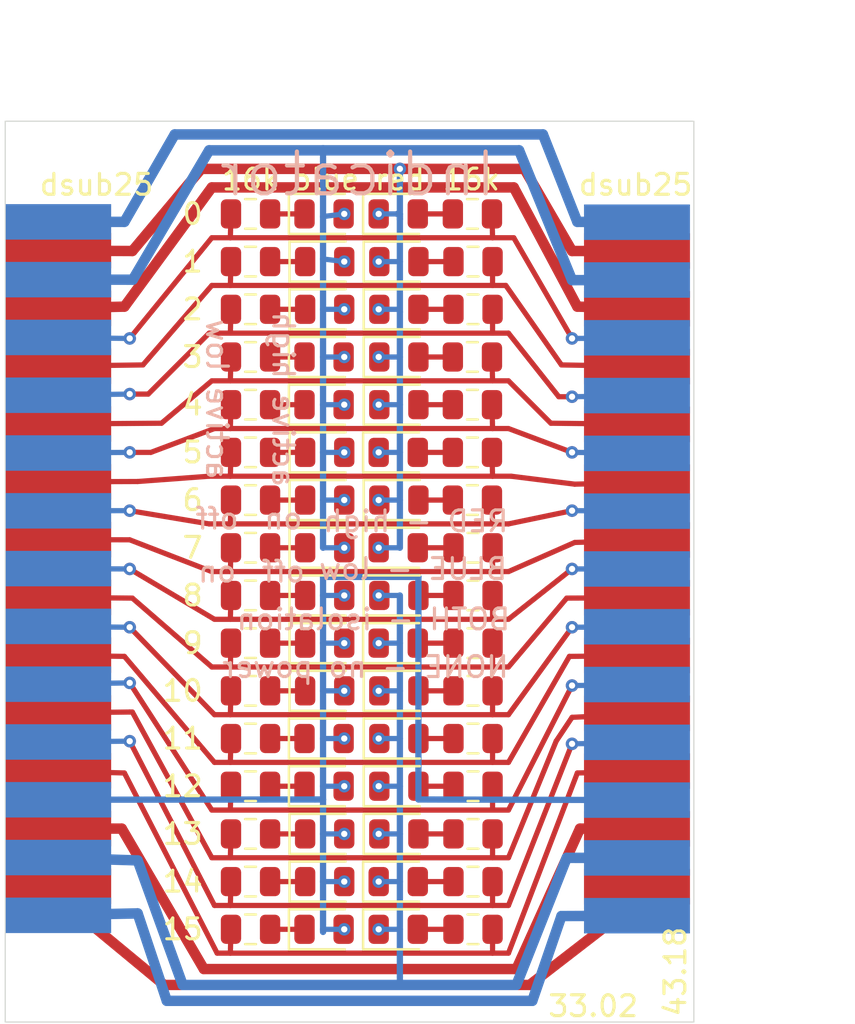
<source format=kicad_pcb>
(kicad_pcb (version 20171130) (host pcbnew 5.1.5+dfsg1-2build2)

  (general
    (thickness 1.6)
    (drawings 35)
    (tracks 363)
    (zones 0)
    (modules 66)
    (nets 53)
  )

  (page A4)
  (layers
    (0 F.Cu signal)
    (31 B.Cu signal)
    (32 B.Adhes user)
    (33 F.Adhes user)
    (34 B.Paste user)
    (35 F.Paste user)
    (36 B.SilkS user)
    (37 F.SilkS user)
    (38 B.Mask user)
    (39 F.Mask user)
    (40 Dwgs.User user)
    (41 Cmts.User user)
    (42 Eco1.User user)
    (43 Eco2.User user)
    (44 Edge.Cuts user)
    (45 Margin user)
    (46 B.CrtYd user)
    (47 F.CrtYd user)
    (48 B.Fab user)
    (49 F.Fab user)
  )

  (setup
    (last_trace_width 0.25)
    (user_trace_width 0.3)
    (user_trace_width 0.5)
    (user_trace_width 0.7)
    (trace_clearance 0.2)
    (zone_clearance 0.508)
    (zone_45_only no)
    (trace_min 0.2)
    (via_size 0.8)
    (via_drill 0.4)
    (via_min_size 0.4)
    (via_min_drill 0.3)
    (user_via 0.6 0.3)
    (uvia_size 0.3)
    (uvia_drill 0.1)
    (uvias_allowed no)
    (uvia_min_size 0.2)
    (uvia_min_drill 0.1)
    (edge_width 0.05)
    (segment_width 0.2)
    (pcb_text_width 0.3)
    (pcb_text_size 1.5 1.5)
    (mod_edge_width 0.12)
    (mod_text_size 1 1)
    (mod_text_width 0.15)
    (pad_size 1.524 1.524)
    (pad_drill 0.762)
    (pad_to_mask_clearance 0.051)
    (solder_mask_min_width 0.25)
    (aux_axis_origin 0 0)
    (visible_elements FFFFFF7F)
    (pcbplotparams
      (layerselection 0x010fc_ffffffff)
      (usegerberextensions false)
      (usegerberattributes false)
      (usegerberadvancedattributes false)
      (creategerberjobfile false)
      (excludeedgelayer true)
      (linewidth 0.100000)
      (plotframeref false)
      (viasonmask false)
      (mode 1)
      (useauxorigin false)
      (hpglpennumber 1)
      (hpglpenspeed 20)
      (hpglpendiameter 15.000000)
      (psnegative false)
      (psa4output false)
      (plotreference true)
      (plotvalue true)
      (plotinvisibletext false)
      (padsonsilk false)
      (subtractmaskfromsilk true)
      (outputformat 1)
      (mirror false)
      (drillshape 0)
      (scaleselection 1)
      (outputdirectory "gerber/"))
  )

  (net 0 "")
  (net 1 GND8_15)
  (net 2 V8_15)
  (net 3 L15)
  (net 4 L13)
  (net 5 L11)
  (net 6 L9)
  (net 7 L7)
  (net 8 L5)
  (net 9 L3)
  (net 10 L1)
  (net 11 V0_7)
  (net 12 GND0_7)
  (net 13 L14)
  (net 14 L12)
  (net 15 L10)
  (net 16 L8)
  (net 17 L6)
  (net 18 L4)
  (net 19 L2)
  (net 20 L0)
  (net 21 "Net-(D1-Pad2)")
  (net 22 "Net-(D2-Pad1)")
  (net 23 "Net-(D3-Pad2)")
  (net 24 "Net-(D4-Pad1)")
  (net 25 "Net-(D5-Pad2)")
  (net 26 "Net-(D6-Pad1)")
  (net 27 "Net-(D7-Pad2)")
  (net 28 "Net-(D8-Pad1)")
  (net 29 "Net-(D9-Pad2)")
  (net 30 "Net-(D10-Pad1)")
  (net 31 "Net-(D11-Pad2)")
  (net 32 "Net-(D12-Pad1)")
  (net 33 "Net-(D13-Pad2)")
  (net 34 "Net-(D14-Pad1)")
  (net 35 "Net-(D15-Pad2)")
  (net 36 "Net-(D16-Pad1)")
  (net 37 "Net-(D17-Pad2)")
  (net 38 "Net-(D18-Pad1)")
  (net 39 "Net-(D19-Pad2)")
  (net 40 "Net-(D20-Pad1)")
  (net 41 "Net-(D21-Pad2)")
  (net 42 "Net-(D22-Pad1)")
  (net 43 "Net-(D23-Pad2)")
  (net 44 "Net-(D24-Pad1)")
  (net 45 "Net-(D25-Pad2)")
  (net 46 "Net-(D26-Pad1)")
  (net 47 "Net-(D27-Pad2)")
  (net 48 "Net-(D28-Pad1)")
  (net 49 "Net-(D29-Pad2)")
  (net 50 "Net-(D30-Pad1)")
  (net 51 "Net-(D31-Pad2)")
  (net 52 "Net-(D32-Pad1)")

  (net_class Default "This is the default net class."
    (clearance 0.2)
    (trace_width 0.25)
    (via_dia 0.8)
    (via_drill 0.4)
    (uvia_dia 0.3)
    (uvia_drill 0.1)
    (add_net GND0_7)
    (add_net GND8_15)
    (add_net L0)
    (add_net L1)
    (add_net L10)
    (add_net L11)
    (add_net L12)
    (add_net L13)
    (add_net L14)
    (add_net L15)
    (add_net L2)
    (add_net L3)
    (add_net L4)
    (add_net L5)
    (add_net L6)
    (add_net L7)
    (add_net L8)
    (add_net L9)
    (add_net "Net-(D1-Pad2)")
    (add_net "Net-(D10-Pad1)")
    (add_net "Net-(D11-Pad2)")
    (add_net "Net-(D12-Pad1)")
    (add_net "Net-(D13-Pad2)")
    (add_net "Net-(D14-Pad1)")
    (add_net "Net-(D15-Pad2)")
    (add_net "Net-(D16-Pad1)")
    (add_net "Net-(D17-Pad2)")
    (add_net "Net-(D18-Pad1)")
    (add_net "Net-(D19-Pad2)")
    (add_net "Net-(D2-Pad1)")
    (add_net "Net-(D20-Pad1)")
    (add_net "Net-(D21-Pad2)")
    (add_net "Net-(D22-Pad1)")
    (add_net "Net-(D23-Pad2)")
    (add_net "Net-(D24-Pad1)")
    (add_net "Net-(D25-Pad2)")
    (add_net "Net-(D26-Pad1)")
    (add_net "Net-(D27-Pad2)")
    (add_net "Net-(D28-Pad1)")
    (add_net "Net-(D29-Pad2)")
    (add_net "Net-(D3-Pad2)")
    (add_net "Net-(D30-Pad1)")
    (add_net "Net-(D31-Pad2)")
    (add_net "Net-(D32-Pad1)")
    (add_net "Net-(D4-Pad1)")
    (add_net "Net-(D5-Pad2)")
    (add_net "Net-(D6-Pad1)")
    (add_net "Net-(D7-Pad2)")
    (add_net "Net-(D8-Pad1)")
    (add_net "Net-(D9-Pad2)")
    (add_net V0_7)
    (add_net V8_15)
  )

  (module plc88:dsub25_edge (layer F.Cu) (tedit 63CDF34D) (tstamp 6396257C)
    (at 139.512 67.758)
    (path /639C47BD)
    (fp_text reference J2 (at 11.8364 -1.2526) (layer F.SilkS) hide
      (effects (font (size 1 1) (thickness 0.15)))
    )
    (fp_text value DB25 (at 11.8364 -2.2526) (layer F.Fab) hide
      (effects (font (size 1 1) (thickness 0.15)))
    )
    (fp_text user dsub25 (at 2.474 0.695) (layer F.SilkS)
      (effects (font (size 1 1) (thickness 0.15)))
    )
    (pad 25 smd rect (at 2.54 34.34) (size 5.08 1.7) (layers F.Cu F.Paste F.Mask)
      (net 1 GND8_15))
    (pad 24 smd rect (at 2.54 31.57) (size 5.08 1.7) (layers F.Cu F.Paste F.Mask)
      (net 2 V8_15))
    (pad 23 smd rect (at 2.54 28.8) (size 5.08 1.7) (layers F.Cu F.Paste F.Mask)
      (net 3 L15))
    (pad 22 smd rect (at 2.54 26.03) (size 5.08 1.7) (layers F.Cu F.Paste F.Mask)
      (net 4 L13))
    (pad 21 smd rect (at 2.54 23.26) (size 5.08 1.7) (layers F.Cu F.Paste F.Mask)
      (net 5 L11))
    (pad 20 smd rect (at 2.54 20.49) (size 5.08 1.7) (layers F.Cu F.Paste F.Mask)
      (net 6 L9))
    (pad 19 smd rect (at 2.54 17.72) (size 5.08 1.7) (layers F.Cu F.Paste F.Mask)
      (net 7 L7))
    (pad 18 smd rect (at 2.54 14.95) (size 5.08 1.7) (layers F.Cu F.Paste F.Mask)
      (net 8 L5))
    (pad 17 smd rect (at 2.54 12.18) (size 5.08 1.7) (layers F.Cu F.Paste F.Mask)
      (net 9 L3))
    (pad 16 smd rect (at 2.54 9.41) (size 5.08 1.7) (layers F.Cu F.Paste F.Mask)
      (net 10 L1))
    (pad 15 smd rect (at 2.54 6.64) (size 5.08 1.7) (layers F.Cu F.Paste F.Mask)
      (net 11 V0_7))
    (pad 14 smd rect (at 2.54 3.87) (size 5.08 1.7) (layers F.Cu F.Paste F.Mask)
      (net 12 GND0_7))
    (pad 13 smd rect (at 2.54 35.73) (size 5.08 1.7) (layers B.Cu B.Paste B.Mask)
      (net 1 GND8_15))
    (pad 12 smd rect (at 2.54 32.96) (size 5.08 1.7) (layers B.Cu B.Paste B.Mask)
      (net 1 GND8_15))
    (pad 11 smd rect (at 2.54 30.19) (size 5.08 1.7) (layers B.Cu B.Paste B.Mask)
      (net 2 V8_15))
    (pad 10 smd rect (at 2.54 27.42) (size 5.08 1.7) (layers B.Cu B.Paste B.Mask)
      (net 13 L14))
    (pad 9 smd rect (at 2.54 24.65) (size 5.08 1.7) (layers B.Cu B.Paste B.Mask)
      (net 14 L12))
    (pad 8 smd rect (at 2.54 21.88) (size 5.08 1.7) (layers B.Cu B.Paste B.Mask)
      (net 15 L10))
    (pad 7 smd rect (at 2.54 19.11) (size 5.08 1.7) (layers B.Cu B.Paste B.Mask)
      (net 16 L8))
    (pad 6 smd rect (at 2.54 16.34) (size 5.08 1.7) (layers B.Cu B.Paste B.Mask)
      (net 17 L6))
    (pad 5 smd rect (at 2.54 13.57) (size 5.08 1.7) (layers B.Cu B.Paste B.Mask)
      (net 18 L4))
    (pad 4 smd rect (at 2.54 10.8) (size 5.08 1.7) (layers B.Cu B.Paste B.Mask)
      (net 19 L2))
    (pad 3 smd rect (at 2.54 8.03) (size 5.08 1.7) (layers B.Cu B.Paste B.Mask)
      (net 20 L0))
    (pad 2 smd rect (at 2.54 5.26) (size 5.08 1.7) (layers B.Cu B.Paste B.Mask)
      (net 11 V0_7))
    (pad 1 smd rect (at 2.54 2.49) (size 5.08 1.7) (layers B.Cu B.Paste B.Mask)
      (net 12 GND0_7))
  )

  (module plc88:dsub25_edge (layer F.Cu) (tedit 63CDF34D) (tstamp 6362E92B)
    (at 111.76 67.741)
    (path /6363B9DD)
    (fp_text reference J1 (at 11.8364 -1.2526) (layer F.SilkS) hide
      (effects (font (size 1 1) (thickness 0.15)))
    )
    (fp_text value DB25 (at 11.8364 -2.2526) (layer F.Fab) hide
      (effects (font (size 1 1) (thickness 0.15)))
    )
    (fp_text user dsub25 (at 4.379 0.712) (layer F.SilkS)
      (effects (font (size 1 1) (thickness 0.15)))
    )
    (pad 25 smd rect (at 2.54 34.34) (size 5.08 1.7) (layers F.Cu F.Paste F.Mask)
      (net 1 GND8_15))
    (pad 24 smd rect (at 2.54 31.57) (size 5.08 1.7) (layers F.Cu F.Paste F.Mask)
      (net 2 V8_15))
    (pad 23 smd rect (at 2.54 28.8) (size 5.08 1.7) (layers F.Cu F.Paste F.Mask)
      (net 3 L15))
    (pad 22 smd rect (at 2.54 26.03) (size 5.08 1.7) (layers F.Cu F.Paste F.Mask)
      (net 4 L13))
    (pad 21 smd rect (at 2.54 23.26) (size 5.08 1.7) (layers F.Cu F.Paste F.Mask)
      (net 5 L11))
    (pad 20 smd rect (at 2.54 20.49) (size 5.08 1.7) (layers F.Cu F.Paste F.Mask)
      (net 6 L9))
    (pad 19 smd rect (at 2.54 17.72) (size 5.08 1.7) (layers F.Cu F.Paste F.Mask)
      (net 7 L7))
    (pad 18 smd rect (at 2.54 14.95) (size 5.08 1.7) (layers F.Cu F.Paste F.Mask)
      (net 8 L5))
    (pad 17 smd rect (at 2.54 12.18) (size 5.08 1.7) (layers F.Cu F.Paste F.Mask)
      (net 9 L3))
    (pad 16 smd rect (at 2.54 9.41) (size 5.08 1.7) (layers F.Cu F.Paste F.Mask)
      (net 10 L1))
    (pad 15 smd rect (at 2.54 6.64) (size 5.08 1.7) (layers F.Cu F.Paste F.Mask)
      (net 11 V0_7))
    (pad 14 smd rect (at 2.54 3.87) (size 5.08 1.7) (layers F.Cu F.Paste F.Mask)
      (net 12 GND0_7))
    (pad 13 smd rect (at 2.54 35.73) (size 5.08 1.7) (layers B.Cu B.Paste B.Mask)
      (net 1 GND8_15))
    (pad 12 smd rect (at 2.54 32.96) (size 5.08 1.7) (layers B.Cu B.Paste B.Mask)
      (net 1 GND8_15))
    (pad 11 smd rect (at 2.54 30.19) (size 5.08 1.7) (layers B.Cu B.Paste B.Mask)
      (net 2 V8_15))
    (pad 10 smd rect (at 2.54 27.42) (size 5.08 1.7) (layers B.Cu B.Paste B.Mask)
      (net 13 L14))
    (pad 9 smd rect (at 2.54 24.65) (size 5.08 1.7) (layers B.Cu B.Paste B.Mask)
      (net 14 L12))
    (pad 8 smd rect (at 2.54 21.88) (size 5.08 1.7) (layers B.Cu B.Paste B.Mask)
      (net 15 L10))
    (pad 7 smd rect (at 2.54 19.11) (size 5.08 1.7) (layers B.Cu B.Paste B.Mask)
      (net 16 L8))
    (pad 6 smd rect (at 2.54 16.34) (size 5.08 1.7) (layers B.Cu B.Paste B.Mask)
      (net 17 L6))
    (pad 5 smd rect (at 2.54 13.57) (size 5.08 1.7) (layers B.Cu B.Paste B.Mask)
      (net 18 L4))
    (pad 4 smd rect (at 2.54 10.8) (size 5.08 1.7) (layers B.Cu B.Paste B.Mask)
      (net 19 L2))
    (pad 3 smd rect (at 2.54 8.03) (size 5.08 1.7) (layers B.Cu B.Paste B.Mask)
      (net 20 L0))
    (pad 2 smd rect (at 2.54 5.26) (size 5.08 1.7) (layers B.Cu B.Paste B.Mask)
      (net 11 V0_7))
    (pad 1 smd rect (at 2.54 2.49) (size 5.08 1.7) (layers B.Cu B.Paste B.Mask)
      (net 12 GND0_7))
  )

  (module LED_SMD:LED_0805_2012Metric (layer F.Cu) (tedit 5B36C52C) (tstamp 63975FFF)
    (at 127.0485 104.14)
    (descr "LED SMD 0805 (2012 Metric), square (rectangular) end terminal, IPC_7351 nominal, (Body size source: https://docs.google.com/spreadsheets/d/1BsfQQcO9C6DZCsRaXUlFlo91Tg2WpOkGARC1WS5S8t0/edit?usp=sharing), generated with kicad-footprint-generator")
    (tags diode)
    (path /63CA8BD1)
    (attr smd)
    (fp_text reference D32 (at 0 -1.65) (layer F.SilkS) hide
      (effects (font (size 1 1) (thickness 0.15)))
    )
    (fp_text value LED (at 0 1.65) (layer F.Fab) hide
      (effects (font (size 1 1) (thickness 0.15)))
    )
    (fp_text user %R (at 0 0) (layer F.Fab) hide
      (effects (font (size 0.5 0.5) (thickness 0.08)))
    )
    (fp_line (start 1.68 0.95) (end -1.68 0.95) (layer F.CrtYd) (width 0.05))
    (fp_line (start 1.68 -0.95) (end 1.68 0.95) (layer F.CrtYd) (width 0.05))
    (fp_line (start -1.68 -0.95) (end 1.68 -0.95) (layer F.CrtYd) (width 0.05))
    (fp_line (start -1.68 0.95) (end -1.68 -0.95) (layer F.CrtYd) (width 0.05))
    (fp_line (start -1.685 0.96) (end 1 0.96) (layer F.SilkS) (width 0.12))
    (fp_line (start -1.685 -0.96) (end -1.685 0.96) (layer F.SilkS) (width 0.12))
    (fp_line (start 1 -0.96) (end -1.685 -0.96) (layer F.SilkS) (width 0.12))
    (fp_line (start 1 0.6) (end 1 -0.6) (layer F.Fab) (width 0.1))
    (fp_line (start -1 0.6) (end 1 0.6) (layer F.Fab) (width 0.1))
    (fp_line (start -1 -0.3) (end -1 0.6) (layer F.Fab) (width 0.1))
    (fp_line (start -0.7 -0.6) (end -1 -0.3) (layer F.Fab) (width 0.1))
    (fp_line (start 1 -0.6) (end -0.7 -0.6) (layer F.Fab) (width 0.1))
    (pad 2 smd roundrect (at 0.9375 0) (size 0.975 1.4) (layers F.Cu F.Paste F.Mask) (roundrect_rratio 0.25)
      (net 2 V8_15))
    (pad 1 smd roundrect (at -0.9375 0) (size 0.975 1.4) (layers F.Cu F.Paste F.Mask) (roundrect_rratio 0.25)
      (net 52 "Net-(D32-Pad1)"))
    (model ${KISYS3DMOD}/LED_SMD.3dshapes/LED_0805_2012Metric.wrl
      (at (xyz 0 0 0))
      (scale (xyz 1 1 1))
      (rotate (xyz 0 0 0))
    )
  )

  (module LED_SMD:LED_0805_2012Metric (layer F.Cu) (tedit 5B36C52C) (tstamp 63975FEC)
    (at 130.6045 104.14)
    (descr "LED SMD 0805 (2012 Metric), square (rectangular) end terminal, IPC_7351 nominal, (Body size source: https://docs.google.com/spreadsheets/d/1BsfQQcO9C6DZCsRaXUlFlo91Tg2WpOkGARC1WS5S8t0/edit?usp=sharing), generated with kicad-footprint-generator")
    (tags diode)
    (path /63CA8BCA)
    (attr smd)
    (fp_text reference D31 (at 0 -1.65) (layer F.SilkS) hide
      (effects (font (size 1 1) (thickness 0.15)))
    )
    (fp_text value LED (at 0 1.65) (layer F.Fab) hide
      (effects (font (size 1 1) (thickness 0.15)))
    )
    (fp_text user %R (at 0 0) (layer F.Fab) hide
      (effects (font (size 0.5 0.5) (thickness 0.08)))
    )
    (fp_line (start 1.68 0.95) (end -1.68 0.95) (layer F.CrtYd) (width 0.05))
    (fp_line (start 1.68 -0.95) (end 1.68 0.95) (layer F.CrtYd) (width 0.05))
    (fp_line (start -1.68 -0.95) (end 1.68 -0.95) (layer F.CrtYd) (width 0.05))
    (fp_line (start -1.68 0.95) (end -1.68 -0.95) (layer F.CrtYd) (width 0.05))
    (fp_line (start -1.685 0.96) (end 1 0.96) (layer F.SilkS) (width 0.12))
    (fp_line (start -1.685 -0.96) (end -1.685 0.96) (layer F.SilkS) (width 0.12))
    (fp_line (start 1 -0.96) (end -1.685 -0.96) (layer F.SilkS) (width 0.12))
    (fp_line (start 1 0.6) (end 1 -0.6) (layer F.Fab) (width 0.1))
    (fp_line (start -1 0.6) (end 1 0.6) (layer F.Fab) (width 0.1))
    (fp_line (start -1 -0.3) (end -1 0.6) (layer F.Fab) (width 0.1))
    (fp_line (start -0.7 -0.6) (end -1 -0.3) (layer F.Fab) (width 0.1))
    (fp_line (start 1 -0.6) (end -0.7 -0.6) (layer F.Fab) (width 0.1))
    (pad 2 smd roundrect (at 0.9375 0) (size 0.975 1.4) (layers F.Cu F.Paste F.Mask) (roundrect_rratio 0.25)
      (net 51 "Net-(D31-Pad2)"))
    (pad 1 smd roundrect (at -0.9375 0) (size 0.975 1.4) (layers F.Cu F.Paste F.Mask) (roundrect_rratio 0.25)
      (net 1 GND8_15))
    (model ${KISYS3DMOD}/LED_SMD.3dshapes/LED_0805_2012Metric.wrl
      (at (xyz 0 0 0))
      (scale (xyz 1 1 1))
      (rotate (xyz 0 0 0))
    )
  )

  (module LED_SMD:LED_0805_2012Metric (layer F.Cu) (tedit 5B36C52C) (tstamp 63975FD9)
    (at 127.0785 101.854)
    (descr "LED SMD 0805 (2012 Metric), square (rectangular) end terminal, IPC_7351 nominal, (Body size source: https://docs.google.com/spreadsheets/d/1BsfQQcO9C6DZCsRaXUlFlo91Tg2WpOkGARC1WS5S8t0/edit?usp=sharing), generated with kicad-footprint-generator")
    (tags diode)
    (path /63CA165D)
    (attr smd)
    (fp_text reference D30 (at 0 -1.65) (layer F.SilkS) hide
      (effects (font (size 1 1) (thickness 0.15)))
    )
    (fp_text value LED (at 0 1.65) (layer F.Fab) hide
      (effects (font (size 1 1) (thickness 0.15)))
    )
    (fp_text user %R (at 0 0) (layer F.Fab) hide
      (effects (font (size 0.5 0.5) (thickness 0.08)))
    )
    (fp_line (start 1.68 0.95) (end -1.68 0.95) (layer F.CrtYd) (width 0.05))
    (fp_line (start 1.68 -0.95) (end 1.68 0.95) (layer F.CrtYd) (width 0.05))
    (fp_line (start -1.68 -0.95) (end 1.68 -0.95) (layer F.CrtYd) (width 0.05))
    (fp_line (start -1.68 0.95) (end -1.68 -0.95) (layer F.CrtYd) (width 0.05))
    (fp_line (start -1.685 0.96) (end 1 0.96) (layer F.SilkS) (width 0.12))
    (fp_line (start -1.685 -0.96) (end -1.685 0.96) (layer F.SilkS) (width 0.12))
    (fp_line (start 1 -0.96) (end -1.685 -0.96) (layer F.SilkS) (width 0.12))
    (fp_line (start 1 0.6) (end 1 -0.6) (layer F.Fab) (width 0.1))
    (fp_line (start -1 0.6) (end 1 0.6) (layer F.Fab) (width 0.1))
    (fp_line (start -1 -0.3) (end -1 0.6) (layer F.Fab) (width 0.1))
    (fp_line (start -0.7 -0.6) (end -1 -0.3) (layer F.Fab) (width 0.1))
    (fp_line (start 1 -0.6) (end -0.7 -0.6) (layer F.Fab) (width 0.1))
    (pad 2 smd roundrect (at 0.9375 0) (size 0.975 1.4) (layers F.Cu F.Paste F.Mask) (roundrect_rratio 0.25)
      (net 2 V8_15))
    (pad 1 smd roundrect (at -0.9375 0) (size 0.975 1.4) (layers F.Cu F.Paste F.Mask) (roundrect_rratio 0.25)
      (net 50 "Net-(D30-Pad1)"))
    (model ${KISYS3DMOD}/LED_SMD.3dshapes/LED_0805_2012Metric.wrl
      (at (xyz 0 0 0))
      (scale (xyz 1 1 1))
      (rotate (xyz 0 0 0))
    )
  )

  (module LED_SMD:LED_0805_2012Metric (layer F.Cu) (tedit 5B36C52C) (tstamp 63975FC6)
    (at 130.6045 101.854)
    (descr "LED SMD 0805 (2012 Metric), square (rectangular) end terminal, IPC_7351 nominal, (Body size source: https://docs.google.com/spreadsheets/d/1BsfQQcO9C6DZCsRaXUlFlo91Tg2WpOkGARC1WS5S8t0/edit?usp=sharing), generated with kicad-footprint-generator")
    (tags diode)
    (path /63CA1656)
    (attr smd)
    (fp_text reference D29 (at 0 -1.65) (layer F.SilkS) hide
      (effects (font (size 1 1) (thickness 0.15)))
    )
    (fp_text value LED (at 0 1.65) (layer F.Fab) hide
      (effects (font (size 1 1) (thickness 0.15)))
    )
    (fp_text user %R (at 0 0) (layer F.Fab) hide
      (effects (font (size 0.5 0.5) (thickness 0.08)))
    )
    (fp_line (start 1.68 0.95) (end -1.68 0.95) (layer F.CrtYd) (width 0.05))
    (fp_line (start 1.68 -0.95) (end 1.68 0.95) (layer F.CrtYd) (width 0.05))
    (fp_line (start -1.68 -0.95) (end 1.68 -0.95) (layer F.CrtYd) (width 0.05))
    (fp_line (start -1.68 0.95) (end -1.68 -0.95) (layer F.CrtYd) (width 0.05))
    (fp_line (start -1.685 0.96) (end 1 0.96) (layer F.SilkS) (width 0.12))
    (fp_line (start -1.685 -0.96) (end -1.685 0.96) (layer F.SilkS) (width 0.12))
    (fp_line (start 1 -0.96) (end -1.685 -0.96) (layer F.SilkS) (width 0.12))
    (fp_line (start 1 0.6) (end 1 -0.6) (layer F.Fab) (width 0.1))
    (fp_line (start -1 0.6) (end 1 0.6) (layer F.Fab) (width 0.1))
    (fp_line (start -1 -0.3) (end -1 0.6) (layer F.Fab) (width 0.1))
    (fp_line (start -0.7 -0.6) (end -1 -0.3) (layer F.Fab) (width 0.1))
    (fp_line (start 1 -0.6) (end -0.7 -0.6) (layer F.Fab) (width 0.1))
    (pad 2 smd roundrect (at 0.9375 0) (size 0.975 1.4) (layers F.Cu F.Paste F.Mask) (roundrect_rratio 0.25)
      (net 49 "Net-(D29-Pad2)"))
    (pad 1 smd roundrect (at -0.9375 0) (size 0.975 1.4) (layers F.Cu F.Paste F.Mask) (roundrect_rratio 0.25)
      (net 1 GND8_15))
    (model ${KISYS3DMOD}/LED_SMD.3dshapes/LED_0805_2012Metric.wrl
      (at (xyz 0 0 0))
      (scale (xyz 1 1 1))
      (rotate (xyz 0 0 0))
    )
  )

  (module LED_SMD:LED_0805_2012Metric (layer F.Cu) (tedit 5B36C52C) (tstamp 63975FB3)
    (at 127.0785 99.568)
    (descr "LED SMD 0805 (2012 Metric), square (rectangular) end terminal, IPC_7351 nominal, (Body size source: https://docs.google.com/spreadsheets/d/1BsfQQcO9C6DZCsRaXUlFlo91Tg2WpOkGARC1WS5S8t0/edit?usp=sharing), generated with kicad-footprint-generator")
    (tags diode)
    (path /63C9A511)
    (attr smd)
    (fp_text reference D28 (at 0 -1.65) (layer F.SilkS) hide
      (effects (font (size 1 1) (thickness 0.15)))
    )
    (fp_text value LED (at 0 1.65) (layer F.Fab) hide
      (effects (font (size 1 1) (thickness 0.15)))
    )
    (fp_text user %R (at 0 0) (layer F.Fab) hide
      (effects (font (size 0.5 0.5) (thickness 0.08)))
    )
    (fp_line (start 1.68 0.95) (end -1.68 0.95) (layer F.CrtYd) (width 0.05))
    (fp_line (start 1.68 -0.95) (end 1.68 0.95) (layer F.CrtYd) (width 0.05))
    (fp_line (start -1.68 -0.95) (end 1.68 -0.95) (layer F.CrtYd) (width 0.05))
    (fp_line (start -1.68 0.95) (end -1.68 -0.95) (layer F.CrtYd) (width 0.05))
    (fp_line (start -1.685 0.96) (end 1 0.96) (layer F.SilkS) (width 0.12))
    (fp_line (start -1.685 -0.96) (end -1.685 0.96) (layer F.SilkS) (width 0.12))
    (fp_line (start 1 -0.96) (end -1.685 -0.96) (layer F.SilkS) (width 0.12))
    (fp_line (start 1 0.6) (end 1 -0.6) (layer F.Fab) (width 0.1))
    (fp_line (start -1 0.6) (end 1 0.6) (layer F.Fab) (width 0.1))
    (fp_line (start -1 -0.3) (end -1 0.6) (layer F.Fab) (width 0.1))
    (fp_line (start -0.7 -0.6) (end -1 -0.3) (layer F.Fab) (width 0.1))
    (fp_line (start 1 -0.6) (end -0.7 -0.6) (layer F.Fab) (width 0.1))
    (pad 2 smd roundrect (at 0.9375 0) (size 0.975 1.4) (layers F.Cu F.Paste F.Mask) (roundrect_rratio 0.25)
      (net 2 V8_15))
    (pad 1 smd roundrect (at -0.9375 0) (size 0.975 1.4) (layers F.Cu F.Paste F.Mask) (roundrect_rratio 0.25)
      (net 48 "Net-(D28-Pad1)"))
    (model ${KISYS3DMOD}/LED_SMD.3dshapes/LED_0805_2012Metric.wrl
      (at (xyz 0 0 0))
      (scale (xyz 1 1 1))
      (rotate (xyz 0 0 0))
    )
  )

  (module LED_SMD:LED_0805_2012Metric (layer F.Cu) (tedit 5B36C52C) (tstamp 63975FA0)
    (at 130.6345 99.568)
    (descr "LED SMD 0805 (2012 Metric), square (rectangular) end terminal, IPC_7351 nominal, (Body size source: https://docs.google.com/spreadsheets/d/1BsfQQcO9C6DZCsRaXUlFlo91Tg2WpOkGARC1WS5S8t0/edit?usp=sharing), generated with kicad-footprint-generator")
    (tags diode)
    (path /63C9A50A)
    (attr smd)
    (fp_text reference D27 (at 0 -1.65) (layer F.SilkS) hide
      (effects (font (size 1 1) (thickness 0.15)))
    )
    (fp_text value LED (at 0 1.65) (layer F.Fab) hide
      (effects (font (size 1 1) (thickness 0.15)))
    )
    (fp_text user %R (at 0 0) (layer F.Fab) hide
      (effects (font (size 0.5 0.5) (thickness 0.08)))
    )
    (fp_line (start 1.68 0.95) (end -1.68 0.95) (layer F.CrtYd) (width 0.05))
    (fp_line (start 1.68 -0.95) (end 1.68 0.95) (layer F.CrtYd) (width 0.05))
    (fp_line (start -1.68 -0.95) (end 1.68 -0.95) (layer F.CrtYd) (width 0.05))
    (fp_line (start -1.68 0.95) (end -1.68 -0.95) (layer F.CrtYd) (width 0.05))
    (fp_line (start -1.685 0.96) (end 1 0.96) (layer F.SilkS) (width 0.12))
    (fp_line (start -1.685 -0.96) (end -1.685 0.96) (layer F.SilkS) (width 0.12))
    (fp_line (start 1 -0.96) (end -1.685 -0.96) (layer F.SilkS) (width 0.12))
    (fp_line (start 1 0.6) (end 1 -0.6) (layer F.Fab) (width 0.1))
    (fp_line (start -1 0.6) (end 1 0.6) (layer F.Fab) (width 0.1))
    (fp_line (start -1 -0.3) (end -1 0.6) (layer F.Fab) (width 0.1))
    (fp_line (start -0.7 -0.6) (end -1 -0.3) (layer F.Fab) (width 0.1))
    (fp_line (start 1 -0.6) (end -0.7 -0.6) (layer F.Fab) (width 0.1))
    (pad 2 smd roundrect (at 0.9375 0) (size 0.975 1.4) (layers F.Cu F.Paste F.Mask) (roundrect_rratio 0.25)
      (net 47 "Net-(D27-Pad2)"))
    (pad 1 smd roundrect (at -0.9375 0) (size 0.975 1.4) (layers F.Cu F.Paste F.Mask) (roundrect_rratio 0.25)
      (net 1 GND8_15))
    (model ${KISYS3DMOD}/LED_SMD.3dshapes/LED_0805_2012Metric.wrl
      (at (xyz 0 0 0))
      (scale (xyz 1 1 1))
      (rotate (xyz 0 0 0))
    )
  )

  (module LED_SMD:LED_0805_2012Metric (layer F.Cu) (tedit 5B36C52C) (tstamp 63975F8D)
    (at 127.0485 97.282)
    (descr "LED SMD 0805 (2012 Metric), square (rectangular) end terminal, IPC_7351 nominal, (Body size source: https://docs.google.com/spreadsheets/d/1BsfQQcO9C6DZCsRaXUlFlo91Tg2WpOkGARC1WS5S8t0/edit?usp=sharing), generated with kicad-footprint-generator")
    (tags diode)
    (path /63C92EE5)
    (attr smd)
    (fp_text reference D26 (at 0 -1.65) (layer F.SilkS) hide
      (effects (font (size 1 1) (thickness 0.15)))
    )
    (fp_text value LED (at 0 1.65) (layer F.Fab) hide
      (effects (font (size 1 1) (thickness 0.15)))
    )
    (fp_text user %R (at 0 0) (layer F.Fab) hide
      (effects (font (size 0.5 0.5) (thickness 0.08)))
    )
    (fp_line (start 1.68 0.95) (end -1.68 0.95) (layer F.CrtYd) (width 0.05))
    (fp_line (start 1.68 -0.95) (end 1.68 0.95) (layer F.CrtYd) (width 0.05))
    (fp_line (start -1.68 -0.95) (end 1.68 -0.95) (layer F.CrtYd) (width 0.05))
    (fp_line (start -1.68 0.95) (end -1.68 -0.95) (layer F.CrtYd) (width 0.05))
    (fp_line (start -1.685 0.96) (end 1 0.96) (layer F.SilkS) (width 0.12))
    (fp_line (start -1.685 -0.96) (end -1.685 0.96) (layer F.SilkS) (width 0.12))
    (fp_line (start 1 -0.96) (end -1.685 -0.96) (layer F.SilkS) (width 0.12))
    (fp_line (start 1 0.6) (end 1 -0.6) (layer F.Fab) (width 0.1))
    (fp_line (start -1 0.6) (end 1 0.6) (layer F.Fab) (width 0.1))
    (fp_line (start -1 -0.3) (end -1 0.6) (layer F.Fab) (width 0.1))
    (fp_line (start -0.7 -0.6) (end -1 -0.3) (layer F.Fab) (width 0.1))
    (fp_line (start 1 -0.6) (end -0.7 -0.6) (layer F.Fab) (width 0.1))
    (pad 2 smd roundrect (at 0.9375 0) (size 0.975 1.4) (layers F.Cu F.Paste F.Mask) (roundrect_rratio 0.25)
      (net 2 V8_15))
    (pad 1 smd roundrect (at -0.9375 0) (size 0.975 1.4) (layers F.Cu F.Paste F.Mask) (roundrect_rratio 0.25)
      (net 46 "Net-(D26-Pad1)"))
    (model ${KISYS3DMOD}/LED_SMD.3dshapes/LED_0805_2012Metric.wrl
      (at (xyz 0 0 0))
      (scale (xyz 1 1 1))
      (rotate (xyz 0 0 0))
    )
  )

  (module LED_SMD:LED_0805_2012Metric (layer F.Cu) (tedit 5B36C52C) (tstamp 63975F7A)
    (at 130.6345 97.282)
    (descr "LED SMD 0805 (2012 Metric), square (rectangular) end terminal, IPC_7351 nominal, (Body size source: https://docs.google.com/spreadsheets/d/1BsfQQcO9C6DZCsRaXUlFlo91Tg2WpOkGARC1WS5S8t0/edit?usp=sharing), generated with kicad-footprint-generator")
    (tags diode)
    (path /63C92EDE)
    (attr smd)
    (fp_text reference D25 (at 0 -1.65) (layer F.SilkS) hide
      (effects (font (size 1 1) (thickness 0.15)))
    )
    (fp_text value LED (at 0 1.65) (layer F.Fab) hide
      (effects (font (size 1 1) (thickness 0.15)))
    )
    (fp_text user %R (at 0 0) (layer F.Fab) hide
      (effects (font (size 0.5 0.5) (thickness 0.08)))
    )
    (fp_line (start 1.68 0.95) (end -1.68 0.95) (layer F.CrtYd) (width 0.05))
    (fp_line (start 1.68 -0.95) (end 1.68 0.95) (layer F.CrtYd) (width 0.05))
    (fp_line (start -1.68 -0.95) (end 1.68 -0.95) (layer F.CrtYd) (width 0.05))
    (fp_line (start -1.68 0.95) (end -1.68 -0.95) (layer F.CrtYd) (width 0.05))
    (fp_line (start -1.685 0.96) (end 1 0.96) (layer F.SilkS) (width 0.12))
    (fp_line (start -1.685 -0.96) (end -1.685 0.96) (layer F.SilkS) (width 0.12))
    (fp_line (start 1 -0.96) (end -1.685 -0.96) (layer F.SilkS) (width 0.12))
    (fp_line (start 1 0.6) (end 1 -0.6) (layer F.Fab) (width 0.1))
    (fp_line (start -1 0.6) (end 1 0.6) (layer F.Fab) (width 0.1))
    (fp_line (start -1 -0.3) (end -1 0.6) (layer F.Fab) (width 0.1))
    (fp_line (start -0.7 -0.6) (end -1 -0.3) (layer F.Fab) (width 0.1))
    (fp_line (start 1 -0.6) (end -0.7 -0.6) (layer F.Fab) (width 0.1))
    (pad 2 smd roundrect (at 0.9375 0) (size 0.975 1.4) (layers F.Cu F.Paste F.Mask) (roundrect_rratio 0.25)
      (net 45 "Net-(D25-Pad2)"))
    (pad 1 smd roundrect (at -0.9375 0) (size 0.975 1.4) (layers F.Cu F.Paste F.Mask) (roundrect_rratio 0.25)
      (net 1 GND8_15))
    (model ${KISYS3DMOD}/LED_SMD.3dshapes/LED_0805_2012Metric.wrl
      (at (xyz 0 0 0))
      (scale (xyz 1 1 1))
      (rotate (xyz 0 0 0))
    )
  )

  (module LED_SMD:LED_0805_2012Metric (layer F.Cu) (tedit 5B36C52C) (tstamp 63975F67)
    (at 127.0485 94.996)
    (descr "LED SMD 0805 (2012 Metric), square (rectangular) end terminal, IPC_7351 nominal, (Body size source: https://docs.google.com/spreadsheets/d/1BsfQQcO9C6DZCsRaXUlFlo91Tg2WpOkGARC1WS5S8t0/edit?usp=sharing), generated with kicad-footprint-generator")
    (tags diode)
    (path /63C8BC7B)
    (attr smd)
    (fp_text reference D24 (at 0 -1.65) (layer F.SilkS) hide
      (effects (font (size 1 1) (thickness 0.15)))
    )
    (fp_text value LED (at 0 1.65) (layer F.Fab) hide
      (effects (font (size 1 1) (thickness 0.15)))
    )
    (fp_text user %R (at 0 0) (layer F.Fab) hide
      (effects (font (size 0.5 0.5) (thickness 0.08)))
    )
    (fp_line (start 1.68 0.95) (end -1.68 0.95) (layer F.CrtYd) (width 0.05))
    (fp_line (start 1.68 -0.95) (end 1.68 0.95) (layer F.CrtYd) (width 0.05))
    (fp_line (start -1.68 -0.95) (end 1.68 -0.95) (layer F.CrtYd) (width 0.05))
    (fp_line (start -1.68 0.95) (end -1.68 -0.95) (layer F.CrtYd) (width 0.05))
    (fp_line (start -1.685 0.96) (end 1 0.96) (layer F.SilkS) (width 0.12))
    (fp_line (start -1.685 -0.96) (end -1.685 0.96) (layer F.SilkS) (width 0.12))
    (fp_line (start 1 -0.96) (end -1.685 -0.96) (layer F.SilkS) (width 0.12))
    (fp_line (start 1 0.6) (end 1 -0.6) (layer F.Fab) (width 0.1))
    (fp_line (start -1 0.6) (end 1 0.6) (layer F.Fab) (width 0.1))
    (fp_line (start -1 -0.3) (end -1 0.6) (layer F.Fab) (width 0.1))
    (fp_line (start -0.7 -0.6) (end -1 -0.3) (layer F.Fab) (width 0.1))
    (fp_line (start 1 -0.6) (end -0.7 -0.6) (layer F.Fab) (width 0.1))
    (pad 2 smd roundrect (at 0.9375 0) (size 0.975 1.4) (layers F.Cu F.Paste F.Mask) (roundrect_rratio 0.25)
      (net 2 V8_15))
    (pad 1 smd roundrect (at -0.9375 0) (size 0.975 1.4) (layers F.Cu F.Paste F.Mask) (roundrect_rratio 0.25)
      (net 44 "Net-(D24-Pad1)"))
    (model ${KISYS3DMOD}/LED_SMD.3dshapes/LED_0805_2012Metric.wrl
      (at (xyz 0 0 0))
      (scale (xyz 1 1 1))
      (rotate (xyz 0 0 0))
    )
  )

  (module LED_SMD:LED_0805_2012Metric (layer F.Cu) (tedit 5B36C52C) (tstamp 63975F54)
    (at 130.6345 94.996)
    (descr "LED SMD 0805 (2012 Metric), square (rectangular) end terminal, IPC_7351 nominal, (Body size source: https://docs.google.com/spreadsheets/d/1BsfQQcO9C6DZCsRaXUlFlo91Tg2WpOkGARC1WS5S8t0/edit?usp=sharing), generated with kicad-footprint-generator")
    (tags diode)
    (path /63C8BC74)
    (attr smd)
    (fp_text reference D23 (at 0 -1.65) (layer F.SilkS) hide
      (effects (font (size 1 1) (thickness 0.15)))
    )
    (fp_text value LED (at 0 1.65) (layer F.Fab) hide
      (effects (font (size 1 1) (thickness 0.15)))
    )
    (fp_text user %R (at 0 0) (layer F.Fab) hide
      (effects (font (size 0.5 0.5) (thickness 0.08)))
    )
    (fp_line (start 1.68 0.95) (end -1.68 0.95) (layer F.CrtYd) (width 0.05))
    (fp_line (start 1.68 -0.95) (end 1.68 0.95) (layer F.CrtYd) (width 0.05))
    (fp_line (start -1.68 -0.95) (end 1.68 -0.95) (layer F.CrtYd) (width 0.05))
    (fp_line (start -1.68 0.95) (end -1.68 -0.95) (layer F.CrtYd) (width 0.05))
    (fp_line (start -1.685 0.96) (end 1 0.96) (layer F.SilkS) (width 0.12))
    (fp_line (start -1.685 -0.96) (end -1.685 0.96) (layer F.SilkS) (width 0.12))
    (fp_line (start 1 -0.96) (end -1.685 -0.96) (layer F.SilkS) (width 0.12))
    (fp_line (start 1 0.6) (end 1 -0.6) (layer F.Fab) (width 0.1))
    (fp_line (start -1 0.6) (end 1 0.6) (layer F.Fab) (width 0.1))
    (fp_line (start -1 -0.3) (end -1 0.6) (layer F.Fab) (width 0.1))
    (fp_line (start -0.7 -0.6) (end -1 -0.3) (layer F.Fab) (width 0.1))
    (fp_line (start 1 -0.6) (end -0.7 -0.6) (layer F.Fab) (width 0.1))
    (pad 2 smd roundrect (at 0.9375 0) (size 0.975 1.4) (layers F.Cu F.Paste F.Mask) (roundrect_rratio 0.25)
      (net 43 "Net-(D23-Pad2)"))
    (pad 1 smd roundrect (at -0.9375 0) (size 0.975 1.4) (layers F.Cu F.Paste F.Mask) (roundrect_rratio 0.25)
      (net 1 GND8_15))
    (model ${KISYS3DMOD}/LED_SMD.3dshapes/LED_0805_2012Metric.wrl
      (at (xyz 0 0 0))
      (scale (xyz 1 1 1))
      (rotate (xyz 0 0 0))
    )
  )

  (module LED_SMD:LED_0805_2012Metric (layer F.Cu) (tedit 5B36C52C) (tstamp 63975F41)
    (at 127.0785 92.71)
    (descr "LED SMD 0805 (2012 Metric), square (rectangular) end terminal, IPC_7351 nominal, (Body size source: https://docs.google.com/spreadsheets/d/1BsfQQcO9C6DZCsRaXUlFlo91Tg2WpOkGARC1WS5S8t0/edit?usp=sharing), generated with kicad-footprint-generator")
    (tags diode)
    (path /63C8471F)
    (attr smd)
    (fp_text reference D22 (at 0 -1.65) (layer F.SilkS) hide
      (effects (font (size 1 1) (thickness 0.15)))
    )
    (fp_text value LED (at 0 1.65) (layer F.Fab) hide
      (effects (font (size 1 1) (thickness 0.15)))
    )
    (fp_text user %R (at 0 0) (layer F.Fab) hide
      (effects (font (size 0.5 0.5) (thickness 0.08)))
    )
    (fp_line (start 1.68 0.95) (end -1.68 0.95) (layer F.CrtYd) (width 0.05))
    (fp_line (start 1.68 -0.95) (end 1.68 0.95) (layer F.CrtYd) (width 0.05))
    (fp_line (start -1.68 -0.95) (end 1.68 -0.95) (layer F.CrtYd) (width 0.05))
    (fp_line (start -1.68 0.95) (end -1.68 -0.95) (layer F.CrtYd) (width 0.05))
    (fp_line (start -1.685 0.96) (end 1 0.96) (layer F.SilkS) (width 0.12))
    (fp_line (start -1.685 -0.96) (end -1.685 0.96) (layer F.SilkS) (width 0.12))
    (fp_line (start 1 -0.96) (end -1.685 -0.96) (layer F.SilkS) (width 0.12))
    (fp_line (start 1 0.6) (end 1 -0.6) (layer F.Fab) (width 0.1))
    (fp_line (start -1 0.6) (end 1 0.6) (layer F.Fab) (width 0.1))
    (fp_line (start -1 -0.3) (end -1 0.6) (layer F.Fab) (width 0.1))
    (fp_line (start -0.7 -0.6) (end -1 -0.3) (layer F.Fab) (width 0.1))
    (fp_line (start 1 -0.6) (end -0.7 -0.6) (layer F.Fab) (width 0.1))
    (pad 2 smd roundrect (at 0.9375 0) (size 0.975 1.4) (layers F.Cu F.Paste F.Mask) (roundrect_rratio 0.25)
      (net 2 V8_15))
    (pad 1 smd roundrect (at -0.9375 0) (size 0.975 1.4) (layers F.Cu F.Paste F.Mask) (roundrect_rratio 0.25)
      (net 42 "Net-(D22-Pad1)"))
    (model ${KISYS3DMOD}/LED_SMD.3dshapes/LED_0805_2012Metric.wrl
      (at (xyz 0 0 0))
      (scale (xyz 1 1 1))
      (rotate (xyz 0 0 0))
    )
  )

  (module LED_SMD:LED_0805_2012Metric (layer F.Cu) (tedit 5B36C52C) (tstamp 63975F2E)
    (at 130.6345 92.71)
    (descr "LED SMD 0805 (2012 Metric), square (rectangular) end terminal, IPC_7351 nominal, (Body size source: https://docs.google.com/spreadsheets/d/1BsfQQcO9C6DZCsRaXUlFlo91Tg2WpOkGARC1WS5S8t0/edit?usp=sharing), generated with kicad-footprint-generator")
    (tags diode)
    (path /63C84718)
    (attr smd)
    (fp_text reference D21 (at 0 -1.65) (layer F.SilkS) hide
      (effects (font (size 1 1) (thickness 0.15)))
    )
    (fp_text value LED (at 0 1.65) (layer F.Fab) hide
      (effects (font (size 1 1) (thickness 0.15)))
    )
    (fp_text user %R (at 0 0) (layer F.Fab) hide
      (effects (font (size 0.5 0.5) (thickness 0.08)))
    )
    (fp_line (start 1.68 0.95) (end -1.68 0.95) (layer F.CrtYd) (width 0.05))
    (fp_line (start 1.68 -0.95) (end 1.68 0.95) (layer F.CrtYd) (width 0.05))
    (fp_line (start -1.68 -0.95) (end 1.68 -0.95) (layer F.CrtYd) (width 0.05))
    (fp_line (start -1.68 0.95) (end -1.68 -0.95) (layer F.CrtYd) (width 0.05))
    (fp_line (start -1.685 0.96) (end 1 0.96) (layer F.SilkS) (width 0.12))
    (fp_line (start -1.685 -0.96) (end -1.685 0.96) (layer F.SilkS) (width 0.12))
    (fp_line (start 1 -0.96) (end -1.685 -0.96) (layer F.SilkS) (width 0.12))
    (fp_line (start 1 0.6) (end 1 -0.6) (layer F.Fab) (width 0.1))
    (fp_line (start -1 0.6) (end 1 0.6) (layer F.Fab) (width 0.1))
    (fp_line (start -1 -0.3) (end -1 0.6) (layer F.Fab) (width 0.1))
    (fp_line (start -0.7 -0.6) (end -1 -0.3) (layer F.Fab) (width 0.1))
    (fp_line (start 1 -0.6) (end -0.7 -0.6) (layer F.Fab) (width 0.1))
    (pad 2 smd roundrect (at 0.9375 0) (size 0.975 1.4) (layers F.Cu F.Paste F.Mask) (roundrect_rratio 0.25)
      (net 41 "Net-(D21-Pad2)"))
    (pad 1 smd roundrect (at -0.9375 0) (size 0.975 1.4) (layers F.Cu F.Paste F.Mask) (roundrect_rratio 0.25)
      (net 1 GND8_15))
    (model ${KISYS3DMOD}/LED_SMD.3dshapes/LED_0805_2012Metric.wrl
      (at (xyz 0 0 0))
      (scale (xyz 1 1 1))
      (rotate (xyz 0 0 0))
    )
  )

  (module LED_SMD:LED_0805_2012Metric (layer F.Cu) (tedit 5B36C52C) (tstamp 63975F1B)
    (at 127.0785 90.424)
    (descr "LED SMD 0805 (2012 Metric), square (rectangular) end terminal, IPC_7351 nominal, (Body size source: https://docs.google.com/spreadsheets/d/1BsfQQcO9C6DZCsRaXUlFlo91Tg2WpOkGARC1WS5S8t0/edit?usp=sharing), generated with kicad-footprint-generator")
    (tags diode)
    (path /63C7D78F)
    (attr smd)
    (fp_text reference D20 (at 0 -1.65) (layer F.SilkS) hide
      (effects (font (size 1 1) (thickness 0.15)))
    )
    (fp_text value LED (at 0 1.65) (layer F.Fab) hide
      (effects (font (size 1 1) (thickness 0.15)))
    )
    (fp_text user %R (at 0 0) (layer F.Fab) hide
      (effects (font (size 0.5 0.5) (thickness 0.08)))
    )
    (fp_line (start 1.68 0.95) (end -1.68 0.95) (layer F.CrtYd) (width 0.05))
    (fp_line (start 1.68 -0.95) (end 1.68 0.95) (layer F.CrtYd) (width 0.05))
    (fp_line (start -1.68 -0.95) (end 1.68 -0.95) (layer F.CrtYd) (width 0.05))
    (fp_line (start -1.68 0.95) (end -1.68 -0.95) (layer F.CrtYd) (width 0.05))
    (fp_line (start -1.685 0.96) (end 1 0.96) (layer F.SilkS) (width 0.12))
    (fp_line (start -1.685 -0.96) (end -1.685 0.96) (layer F.SilkS) (width 0.12))
    (fp_line (start 1 -0.96) (end -1.685 -0.96) (layer F.SilkS) (width 0.12))
    (fp_line (start 1 0.6) (end 1 -0.6) (layer F.Fab) (width 0.1))
    (fp_line (start -1 0.6) (end 1 0.6) (layer F.Fab) (width 0.1))
    (fp_line (start -1 -0.3) (end -1 0.6) (layer F.Fab) (width 0.1))
    (fp_line (start -0.7 -0.6) (end -1 -0.3) (layer F.Fab) (width 0.1))
    (fp_line (start 1 -0.6) (end -0.7 -0.6) (layer F.Fab) (width 0.1))
    (pad 2 smd roundrect (at 0.9375 0) (size 0.975 1.4) (layers F.Cu F.Paste F.Mask) (roundrect_rratio 0.25)
      (net 2 V8_15))
    (pad 1 smd roundrect (at -0.9375 0) (size 0.975 1.4) (layers F.Cu F.Paste F.Mask) (roundrect_rratio 0.25)
      (net 40 "Net-(D20-Pad1)"))
    (model ${KISYS3DMOD}/LED_SMD.3dshapes/LED_0805_2012Metric.wrl
      (at (xyz 0 0 0))
      (scale (xyz 1 1 1))
      (rotate (xyz 0 0 0))
    )
  )

  (module LED_SMD:LED_0805_2012Metric (layer F.Cu) (tedit 5B36C52C) (tstamp 63975F08)
    (at 130.6045 90.424)
    (descr "LED SMD 0805 (2012 Metric), square (rectangular) end terminal, IPC_7351 nominal, (Body size source: https://docs.google.com/spreadsheets/d/1BsfQQcO9C6DZCsRaXUlFlo91Tg2WpOkGARC1WS5S8t0/edit?usp=sharing), generated with kicad-footprint-generator")
    (tags diode)
    (path /63C7D788)
    (attr smd)
    (fp_text reference D19 (at 0 -1.65) (layer F.SilkS) hide
      (effects (font (size 1 1) (thickness 0.15)))
    )
    (fp_text value LED (at 0 1.65) (layer F.Fab) hide
      (effects (font (size 1 1) (thickness 0.15)))
    )
    (fp_text user %R (at 0 0) (layer F.Fab) hide
      (effects (font (size 0.5 0.5) (thickness 0.08)))
    )
    (fp_line (start 1.68 0.95) (end -1.68 0.95) (layer F.CrtYd) (width 0.05))
    (fp_line (start 1.68 -0.95) (end 1.68 0.95) (layer F.CrtYd) (width 0.05))
    (fp_line (start -1.68 -0.95) (end 1.68 -0.95) (layer F.CrtYd) (width 0.05))
    (fp_line (start -1.68 0.95) (end -1.68 -0.95) (layer F.CrtYd) (width 0.05))
    (fp_line (start -1.685 0.96) (end 1 0.96) (layer F.SilkS) (width 0.12))
    (fp_line (start -1.685 -0.96) (end -1.685 0.96) (layer F.SilkS) (width 0.12))
    (fp_line (start 1 -0.96) (end -1.685 -0.96) (layer F.SilkS) (width 0.12))
    (fp_line (start 1 0.6) (end 1 -0.6) (layer F.Fab) (width 0.1))
    (fp_line (start -1 0.6) (end 1 0.6) (layer F.Fab) (width 0.1))
    (fp_line (start -1 -0.3) (end -1 0.6) (layer F.Fab) (width 0.1))
    (fp_line (start -0.7 -0.6) (end -1 -0.3) (layer F.Fab) (width 0.1))
    (fp_line (start 1 -0.6) (end -0.7 -0.6) (layer F.Fab) (width 0.1))
    (pad 2 smd roundrect (at 0.9375 0) (size 0.975 1.4) (layers F.Cu F.Paste F.Mask) (roundrect_rratio 0.25)
      (net 39 "Net-(D19-Pad2)"))
    (pad 1 smd roundrect (at -0.9375 0) (size 0.975 1.4) (layers F.Cu F.Paste F.Mask) (roundrect_rratio 0.25)
      (net 1 GND8_15))
    (model ${KISYS3DMOD}/LED_SMD.3dshapes/LED_0805_2012Metric.wrl
      (at (xyz 0 0 0))
      (scale (xyz 1 1 1))
      (rotate (xyz 0 0 0))
    )
  )

  (module LED_SMD:LED_0805_2012Metric (layer F.Cu) (tedit 5B36C52C) (tstamp 63975EF5)
    (at 127.0785 88.138)
    (descr "LED SMD 0805 (2012 Metric), square (rectangular) end terminal, IPC_7351 nominal, (Body size source: https://docs.google.com/spreadsheets/d/1BsfQQcO9C6DZCsRaXUlFlo91Tg2WpOkGARC1WS5S8t0/edit?usp=sharing), generated with kicad-footprint-generator")
    (tags diode)
    (path /63C75FF1)
    (attr smd)
    (fp_text reference D18 (at 0 -1.65) (layer F.SilkS) hide
      (effects (font (size 1 1) (thickness 0.15)))
    )
    (fp_text value LED (at 0 1.65) (layer F.Fab) hide
      (effects (font (size 1 1) (thickness 0.15)))
    )
    (fp_text user %R (at 0 0) (layer F.Fab) hide
      (effects (font (size 0.5 0.5) (thickness 0.08)))
    )
    (fp_line (start 1.68 0.95) (end -1.68 0.95) (layer F.CrtYd) (width 0.05))
    (fp_line (start 1.68 -0.95) (end 1.68 0.95) (layer F.CrtYd) (width 0.05))
    (fp_line (start -1.68 -0.95) (end 1.68 -0.95) (layer F.CrtYd) (width 0.05))
    (fp_line (start -1.68 0.95) (end -1.68 -0.95) (layer F.CrtYd) (width 0.05))
    (fp_line (start -1.685 0.96) (end 1 0.96) (layer F.SilkS) (width 0.12))
    (fp_line (start -1.685 -0.96) (end -1.685 0.96) (layer F.SilkS) (width 0.12))
    (fp_line (start 1 -0.96) (end -1.685 -0.96) (layer F.SilkS) (width 0.12))
    (fp_line (start 1 0.6) (end 1 -0.6) (layer F.Fab) (width 0.1))
    (fp_line (start -1 0.6) (end 1 0.6) (layer F.Fab) (width 0.1))
    (fp_line (start -1 -0.3) (end -1 0.6) (layer F.Fab) (width 0.1))
    (fp_line (start -0.7 -0.6) (end -1 -0.3) (layer F.Fab) (width 0.1))
    (fp_line (start 1 -0.6) (end -0.7 -0.6) (layer F.Fab) (width 0.1))
    (pad 2 smd roundrect (at 0.9375 0) (size 0.975 1.4) (layers F.Cu F.Paste F.Mask) (roundrect_rratio 0.25)
      (net 2 V8_15))
    (pad 1 smd roundrect (at -0.9375 0) (size 0.975 1.4) (layers F.Cu F.Paste F.Mask) (roundrect_rratio 0.25)
      (net 38 "Net-(D18-Pad1)"))
    (model ${KISYS3DMOD}/LED_SMD.3dshapes/LED_0805_2012Metric.wrl
      (at (xyz 0 0 0))
      (scale (xyz 1 1 1))
      (rotate (xyz 0 0 0))
    )
  )

  (module LED_SMD:LED_0805_2012Metric (layer F.Cu) (tedit 5B36C52C) (tstamp 63975EE2)
    (at 130.6345 88.138)
    (descr "LED SMD 0805 (2012 Metric), square (rectangular) end terminal, IPC_7351 nominal, (Body size source: https://docs.google.com/spreadsheets/d/1BsfQQcO9C6DZCsRaXUlFlo91Tg2WpOkGARC1WS5S8t0/edit?usp=sharing), generated with kicad-footprint-generator")
    (tags diode)
    (path /63C75FEA)
    (attr smd)
    (fp_text reference D17 (at 0 -1.65) (layer F.SilkS) hide
      (effects (font (size 1 1) (thickness 0.15)))
    )
    (fp_text value LED (at 0 1.65) (layer F.Fab) hide
      (effects (font (size 1 1) (thickness 0.15)))
    )
    (fp_text user %R (at 0 0) (layer F.Fab) hide
      (effects (font (size 0.5 0.5) (thickness 0.08)))
    )
    (fp_line (start 1.68 0.95) (end -1.68 0.95) (layer F.CrtYd) (width 0.05))
    (fp_line (start 1.68 -0.95) (end 1.68 0.95) (layer F.CrtYd) (width 0.05))
    (fp_line (start -1.68 -0.95) (end 1.68 -0.95) (layer F.CrtYd) (width 0.05))
    (fp_line (start -1.68 0.95) (end -1.68 -0.95) (layer F.CrtYd) (width 0.05))
    (fp_line (start -1.685 0.96) (end 1 0.96) (layer F.SilkS) (width 0.12))
    (fp_line (start -1.685 -0.96) (end -1.685 0.96) (layer F.SilkS) (width 0.12))
    (fp_line (start 1 -0.96) (end -1.685 -0.96) (layer F.SilkS) (width 0.12))
    (fp_line (start 1 0.6) (end 1 -0.6) (layer F.Fab) (width 0.1))
    (fp_line (start -1 0.6) (end 1 0.6) (layer F.Fab) (width 0.1))
    (fp_line (start -1 -0.3) (end -1 0.6) (layer F.Fab) (width 0.1))
    (fp_line (start -0.7 -0.6) (end -1 -0.3) (layer F.Fab) (width 0.1))
    (fp_line (start 1 -0.6) (end -0.7 -0.6) (layer F.Fab) (width 0.1))
    (pad 2 smd roundrect (at 0.9375 0) (size 0.975 1.4) (layers F.Cu F.Paste F.Mask) (roundrect_rratio 0.25)
      (net 37 "Net-(D17-Pad2)"))
    (pad 1 smd roundrect (at -0.9375 0) (size 0.975 1.4) (layers F.Cu F.Paste F.Mask) (roundrect_rratio 0.25)
      (net 1 GND8_15))
    (model ${KISYS3DMOD}/LED_SMD.3dshapes/LED_0805_2012Metric.wrl
      (at (xyz 0 0 0))
      (scale (xyz 1 1 1))
      (rotate (xyz 0 0 0))
    )
  )

  (module LED_SMD:LED_0805_2012Metric (layer F.Cu) (tedit 5B36C52C) (tstamp 63975ECF)
    (at 127.0785 85.852)
    (descr "LED SMD 0805 (2012 Metric), square (rectangular) end terminal, IPC_7351 nominal, (Body size source: https://docs.google.com/spreadsheets/d/1BsfQQcO9C6DZCsRaXUlFlo91Tg2WpOkGARC1WS5S8t0/edit?usp=sharing), generated with kicad-footprint-generator")
    (tags diode)
    (path /63C6EFBD)
    (attr smd)
    (fp_text reference D16 (at 0 -1.65) (layer F.SilkS) hide
      (effects (font (size 1 1) (thickness 0.15)))
    )
    (fp_text value LED (at 0 1.65) (layer F.Fab) hide
      (effects (font (size 1 1) (thickness 0.15)))
    )
    (fp_text user %R (at 0 0) (layer F.Fab) hide
      (effects (font (size 0.5 0.5) (thickness 0.08)))
    )
    (fp_line (start 1.68 0.95) (end -1.68 0.95) (layer F.CrtYd) (width 0.05))
    (fp_line (start 1.68 -0.95) (end 1.68 0.95) (layer F.CrtYd) (width 0.05))
    (fp_line (start -1.68 -0.95) (end 1.68 -0.95) (layer F.CrtYd) (width 0.05))
    (fp_line (start -1.68 0.95) (end -1.68 -0.95) (layer F.CrtYd) (width 0.05))
    (fp_line (start -1.685 0.96) (end 1 0.96) (layer F.SilkS) (width 0.12))
    (fp_line (start -1.685 -0.96) (end -1.685 0.96) (layer F.SilkS) (width 0.12))
    (fp_line (start 1 -0.96) (end -1.685 -0.96) (layer F.SilkS) (width 0.12))
    (fp_line (start 1 0.6) (end 1 -0.6) (layer F.Fab) (width 0.1))
    (fp_line (start -1 0.6) (end 1 0.6) (layer F.Fab) (width 0.1))
    (fp_line (start -1 -0.3) (end -1 0.6) (layer F.Fab) (width 0.1))
    (fp_line (start -0.7 -0.6) (end -1 -0.3) (layer F.Fab) (width 0.1))
    (fp_line (start 1 -0.6) (end -0.7 -0.6) (layer F.Fab) (width 0.1))
    (pad 2 smd roundrect (at 0.9375 0) (size 0.975 1.4) (layers F.Cu F.Paste F.Mask) (roundrect_rratio 0.25)
      (net 11 V0_7))
    (pad 1 smd roundrect (at -0.9375 0) (size 0.975 1.4) (layers F.Cu F.Paste F.Mask) (roundrect_rratio 0.25)
      (net 36 "Net-(D16-Pad1)"))
    (model ${KISYS3DMOD}/LED_SMD.3dshapes/LED_0805_2012Metric.wrl
      (at (xyz 0 0 0))
      (scale (xyz 1 1 1))
      (rotate (xyz 0 0 0))
    )
  )

  (module LED_SMD:LED_0805_2012Metric (layer F.Cu) (tedit 5B36C52C) (tstamp 63975EBC)
    (at 130.6045 85.852)
    (descr "LED SMD 0805 (2012 Metric), square (rectangular) end terminal, IPC_7351 nominal, (Body size source: https://docs.google.com/spreadsheets/d/1BsfQQcO9C6DZCsRaXUlFlo91Tg2WpOkGARC1WS5S8t0/edit?usp=sharing), generated with kicad-footprint-generator")
    (tags diode)
    (path /63C6EFB6)
    (attr smd)
    (fp_text reference D15 (at 0 -1.65) (layer F.SilkS) hide
      (effects (font (size 1 1) (thickness 0.15)))
    )
    (fp_text value LED (at 0 1.65) (layer F.Fab) hide
      (effects (font (size 1 1) (thickness 0.15)))
    )
    (fp_text user %R (at 0 0) (layer F.Fab) hide
      (effects (font (size 0.5 0.5) (thickness 0.08)))
    )
    (fp_line (start 1.68 0.95) (end -1.68 0.95) (layer F.CrtYd) (width 0.05))
    (fp_line (start 1.68 -0.95) (end 1.68 0.95) (layer F.CrtYd) (width 0.05))
    (fp_line (start -1.68 -0.95) (end 1.68 -0.95) (layer F.CrtYd) (width 0.05))
    (fp_line (start -1.68 0.95) (end -1.68 -0.95) (layer F.CrtYd) (width 0.05))
    (fp_line (start -1.685 0.96) (end 1 0.96) (layer F.SilkS) (width 0.12))
    (fp_line (start -1.685 -0.96) (end -1.685 0.96) (layer F.SilkS) (width 0.12))
    (fp_line (start 1 -0.96) (end -1.685 -0.96) (layer F.SilkS) (width 0.12))
    (fp_line (start 1 0.6) (end 1 -0.6) (layer F.Fab) (width 0.1))
    (fp_line (start -1 0.6) (end 1 0.6) (layer F.Fab) (width 0.1))
    (fp_line (start -1 -0.3) (end -1 0.6) (layer F.Fab) (width 0.1))
    (fp_line (start -0.7 -0.6) (end -1 -0.3) (layer F.Fab) (width 0.1))
    (fp_line (start 1 -0.6) (end -0.7 -0.6) (layer F.Fab) (width 0.1))
    (pad 2 smd roundrect (at 0.9375 0) (size 0.975 1.4) (layers F.Cu F.Paste F.Mask) (roundrect_rratio 0.25)
      (net 35 "Net-(D15-Pad2)"))
    (pad 1 smd roundrect (at -0.9375 0) (size 0.975 1.4) (layers F.Cu F.Paste F.Mask) (roundrect_rratio 0.25)
      (net 12 GND0_7))
    (model ${KISYS3DMOD}/LED_SMD.3dshapes/LED_0805_2012Metric.wrl
      (at (xyz 0 0 0))
      (scale (xyz 1 1 1))
      (rotate (xyz 0 0 0))
    )
  )

  (module LED_SMD:LED_0805_2012Metric (layer F.Cu) (tedit 5B36C52C) (tstamp 63975EA9)
    (at 127.0785 83.566)
    (descr "LED SMD 0805 (2012 Metric), square (rectangular) end terminal, IPC_7351 nominal, (Body size source: https://docs.google.com/spreadsheets/d/1BsfQQcO9C6DZCsRaXUlFlo91Tg2WpOkGARC1WS5S8t0/edit?usp=sharing), generated with kicad-footprint-generator")
    (tags diode)
    (path /63C677A7)
    (attr smd)
    (fp_text reference D14 (at 0 -1.65) (layer F.SilkS) hide
      (effects (font (size 1 1) (thickness 0.15)))
    )
    (fp_text value LED (at 0 1.65) (layer F.Fab) hide
      (effects (font (size 1 1) (thickness 0.15)))
    )
    (fp_text user %R (at 0 0) (layer F.Fab) hide
      (effects (font (size 0.5 0.5) (thickness 0.08)))
    )
    (fp_line (start 1.68 0.95) (end -1.68 0.95) (layer F.CrtYd) (width 0.05))
    (fp_line (start 1.68 -0.95) (end 1.68 0.95) (layer F.CrtYd) (width 0.05))
    (fp_line (start -1.68 -0.95) (end 1.68 -0.95) (layer F.CrtYd) (width 0.05))
    (fp_line (start -1.68 0.95) (end -1.68 -0.95) (layer F.CrtYd) (width 0.05))
    (fp_line (start -1.685 0.96) (end 1 0.96) (layer F.SilkS) (width 0.12))
    (fp_line (start -1.685 -0.96) (end -1.685 0.96) (layer F.SilkS) (width 0.12))
    (fp_line (start 1 -0.96) (end -1.685 -0.96) (layer F.SilkS) (width 0.12))
    (fp_line (start 1 0.6) (end 1 -0.6) (layer F.Fab) (width 0.1))
    (fp_line (start -1 0.6) (end 1 0.6) (layer F.Fab) (width 0.1))
    (fp_line (start -1 -0.3) (end -1 0.6) (layer F.Fab) (width 0.1))
    (fp_line (start -0.7 -0.6) (end -1 -0.3) (layer F.Fab) (width 0.1))
    (fp_line (start 1 -0.6) (end -0.7 -0.6) (layer F.Fab) (width 0.1))
    (pad 2 smd roundrect (at 0.9375 0) (size 0.975 1.4) (layers F.Cu F.Paste F.Mask) (roundrect_rratio 0.25)
      (net 11 V0_7))
    (pad 1 smd roundrect (at -0.9375 0) (size 0.975 1.4) (layers F.Cu F.Paste F.Mask) (roundrect_rratio 0.25)
      (net 34 "Net-(D14-Pad1)"))
    (model ${KISYS3DMOD}/LED_SMD.3dshapes/LED_0805_2012Metric.wrl
      (at (xyz 0 0 0))
      (scale (xyz 1 1 1))
      (rotate (xyz 0 0 0))
    )
  )

  (module LED_SMD:LED_0805_2012Metric (layer F.Cu) (tedit 5B36C52C) (tstamp 63975E96)
    (at 130.6345 83.566)
    (descr "LED SMD 0805 (2012 Metric), square (rectangular) end terminal, IPC_7351 nominal, (Body size source: https://docs.google.com/spreadsheets/d/1BsfQQcO9C6DZCsRaXUlFlo91Tg2WpOkGARC1WS5S8t0/edit?usp=sharing), generated with kicad-footprint-generator")
    (tags diode)
    (path /63C677A0)
    (attr smd)
    (fp_text reference D13 (at 0 -1.65) (layer F.SilkS) hide
      (effects (font (size 1 1) (thickness 0.15)))
    )
    (fp_text value LED (at 0 1.65) (layer F.Fab) hide
      (effects (font (size 1 1) (thickness 0.15)))
    )
    (fp_text user %R (at 0 0) (layer F.Fab) hide
      (effects (font (size 0.5 0.5) (thickness 0.08)))
    )
    (fp_line (start 1.68 0.95) (end -1.68 0.95) (layer F.CrtYd) (width 0.05))
    (fp_line (start 1.68 -0.95) (end 1.68 0.95) (layer F.CrtYd) (width 0.05))
    (fp_line (start -1.68 -0.95) (end 1.68 -0.95) (layer F.CrtYd) (width 0.05))
    (fp_line (start -1.68 0.95) (end -1.68 -0.95) (layer F.CrtYd) (width 0.05))
    (fp_line (start -1.685 0.96) (end 1 0.96) (layer F.SilkS) (width 0.12))
    (fp_line (start -1.685 -0.96) (end -1.685 0.96) (layer F.SilkS) (width 0.12))
    (fp_line (start 1 -0.96) (end -1.685 -0.96) (layer F.SilkS) (width 0.12))
    (fp_line (start 1 0.6) (end 1 -0.6) (layer F.Fab) (width 0.1))
    (fp_line (start -1 0.6) (end 1 0.6) (layer F.Fab) (width 0.1))
    (fp_line (start -1 -0.3) (end -1 0.6) (layer F.Fab) (width 0.1))
    (fp_line (start -0.7 -0.6) (end -1 -0.3) (layer F.Fab) (width 0.1))
    (fp_line (start 1 -0.6) (end -0.7 -0.6) (layer F.Fab) (width 0.1))
    (pad 2 smd roundrect (at 0.9375 0) (size 0.975 1.4) (layers F.Cu F.Paste F.Mask) (roundrect_rratio 0.25)
      (net 33 "Net-(D13-Pad2)"))
    (pad 1 smd roundrect (at -0.9375 0) (size 0.975 1.4) (layers F.Cu F.Paste F.Mask) (roundrect_rratio 0.25)
      (net 12 GND0_7))
    (model ${KISYS3DMOD}/LED_SMD.3dshapes/LED_0805_2012Metric.wrl
      (at (xyz 0 0 0))
      (scale (xyz 1 1 1))
      (rotate (xyz 0 0 0))
    )
  )

  (module LED_SMD:LED_0805_2012Metric (layer F.Cu) (tedit 5B36C52C) (tstamp 63975E83)
    (at 127.0785 81.28)
    (descr "LED SMD 0805 (2012 Metric), square (rectangular) end terminal, IPC_7351 nominal, (Body size source: https://docs.google.com/spreadsheets/d/1BsfQQcO9C6DZCsRaXUlFlo91Tg2WpOkGARC1WS5S8t0/edit?usp=sharing), generated with kicad-footprint-generator")
    (tags diode)
    (path /63C6054D)
    (attr smd)
    (fp_text reference D12 (at 0 -1.65) (layer F.SilkS) hide
      (effects (font (size 1 1) (thickness 0.15)))
    )
    (fp_text value LED (at 0 1.65) (layer F.Fab) hide
      (effects (font (size 1 1) (thickness 0.15)))
    )
    (fp_text user %R (at 0 0) (layer F.Fab) hide
      (effects (font (size 0.5 0.5) (thickness 0.08)))
    )
    (fp_line (start 1.68 0.95) (end -1.68 0.95) (layer F.CrtYd) (width 0.05))
    (fp_line (start 1.68 -0.95) (end 1.68 0.95) (layer F.CrtYd) (width 0.05))
    (fp_line (start -1.68 -0.95) (end 1.68 -0.95) (layer F.CrtYd) (width 0.05))
    (fp_line (start -1.68 0.95) (end -1.68 -0.95) (layer F.CrtYd) (width 0.05))
    (fp_line (start -1.685 0.96) (end 1 0.96) (layer F.SilkS) (width 0.12))
    (fp_line (start -1.685 -0.96) (end -1.685 0.96) (layer F.SilkS) (width 0.12))
    (fp_line (start 1 -0.96) (end -1.685 -0.96) (layer F.SilkS) (width 0.12))
    (fp_line (start 1 0.6) (end 1 -0.6) (layer F.Fab) (width 0.1))
    (fp_line (start -1 0.6) (end 1 0.6) (layer F.Fab) (width 0.1))
    (fp_line (start -1 -0.3) (end -1 0.6) (layer F.Fab) (width 0.1))
    (fp_line (start -0.7 -0.6) (end -1 -0.3) (layer F.Fab) (width 0.1))
    (fp_line (start 1 -0.6) (end -0.7 -0.6) (layer F.Fab) (width 0.1))
    (pad 2 smd roundrect (at 0.9375 0) (size 0.975 1.4) (layers F.Cu F.Paste F.Mask) (roundrect_rratio 0.25)
      (net 11 V0_7))
    (pad 1 smd roundrect (at -0.9375 0) (size 0.975 1.4) (layers F.Cu F.Paste F.Mask) (roundrect_rratio 0.25)
      (net 32 "Net-(D12-Pad1)"))
    (model ${KISYS3DMOD}/LED_SMD.3dshapes/LED_0805_2012Metric.wrl
      (at (xyz 0 0 0))
      (scale (xyz 1 1 1))
      (rotate (xyz 0 0 0))
    )
  )

  (module LED_SMD:LED_0805_2012Metric (layer F.Cu) (tedit 5B36C52C) (tstamp 63975E70)
    (at 130.6045 81.28)
    (descr "LED SMD 0805 (2012 Metric), square (rectangular) end terminal, IPC_7351 nominal, (Body size source: https://docs.google.com/spreadsheets/d/1BsfQQcO9C6DZCsRaXUlFlo91Tg2WpOkGARC1WS5S8t0/edit?usp=sharing), generated with kicad-footprint-generator")
    (tags diode)
    (path /63C60546)
    (attr smd)
    (fp_text reference D11 (at 0 -1.65) (layer F.SilkS) hide
      (effects (font (size 1 1) (thickness 0.15)))
    )
    (fp_text value LED (at 0 1.65) (layer F.Fab) hide
      (effects (font (size 1 1) (thickness 0.15)))
    )
    (fp_text user %R (at 0 0) (layer F.Fab) hide
      (effects (font (size 0.5 0.5) (thickness 0.08)))
    )
    (fp_line (start 1.68 0.95) (end -1.68 0.95) (layer F.CrtYd) (width 0.05))
    (fp_line (start 1.68 -0.95) (end 1.68 0.95) (layer F.CrtYd) (width 0.05))
    (fp_line (start -1.68 -0.95) (end 1.68 -0.95) (layer F.CrtYd) (width 0.05))
    (fp_line (start -1.68 0.95) (end -1.68 -0.95) (layer F.CrtYd) (width 0.05))
    (fp_line (start -1.685 0.96) (end 1 0.96) (layer F.SilkS) (width 0.12))
    (fp_line (start -1.685 -0.96) (end -1.685 0.96) (layer F.SilkS) (width 0.12))
    (fp_line (start 1 -0.96) (end -1.685 -0.96) (layer F.SilkS) (width 0.12))
    (fp_line (start 1 0.6) (end 1 -0.6) (layer F.Fab) (width 0.1))
    (fp_line (start -1 0.6) (end 1 0.6) (layer F.Fab) (width 0.1))
    (fp_line (start -1 -0.3) (end -1 0.6) (layer F.Fab) (width 0.1))
    (fp_line (start -0.7 -0.6) (end -1 -0.3) (layer F.Fab) (width 0.1))
    (fp_line (start 1 -0.6) (end -0.7 -0.6) (layer F.Fab) (width 0.1))
    (pad 2 smd roundrect (at 0.9375 0) (size 0.975 1.4) (layers F.Cu F.Paste F.Mask) (roundrect_rratio 0.25)
      (net 31 "Net-(D11-Pad2)"))
    (pad 1 smd roundrect (at -0.9375 0) (size 0.975 1.4) (layers F.Cu F.Paste F.Mask) (roundrect_rratio 0.25)
      (net 12 GND0_7))
    (model ${KISYS3DMOD}/LED_SMD.3dshapes/LED_0805_2012Metric.wrl
      (at (xyz 0 0 0))
      (scale (xyz 1 1 1))
      (rotate (xyz 0 0 0))
    )
  )

  (module LED_SMD:LED_0805_2012Metric (layer F.Cu) (tedit 5B36C52C) (tstamp 63975E5D)
    (at 127.0485 78.994)
    (descr "LED SMD 0805 (2012 Metric), square (rectangular) end terminal, IPC_7351 nominal, (Body size source: https://docs.google.com/spreadsheets/d/1BsfQQcO9C6DZCsRaXUlFlo91Tg2WpOkGARC1WS5S8t0/edit?usp=sharing), generated with kicad-footprint-generator")
    (tags diode)
    (path /63C589F5)
    (attr smd)
    (fp_text reference D10 (at 0 -1.65) (layer F.SilkS) hide
      (effects (font (size 1 1) (thickness 0.15)))
    )
    (fp_text value LED (at 0 1.65) (layer F.Fab) hide
      (effects (font (size 1 1) (thickness 0.15)))
    )
    (fp_text user %R (at 0 0) (layer F.Fab) hide
      (effects (font (size 0.5 0.5) (thickness 0.08)))
    )
    (fp_line (start 1.68 0.95) (end -1.68 0.95) (layer F.CrtYd) (width 0.05))
    (fp_line (start 1.68 -0.95) (end 1.68 0.95) (layer F.CrtYd) (width 0.05))
    (fp_line (start -1.68 -0.95) (end 1.68 -0.95) (layer F.CrtYd) (width 0.05))
    (fp_line (start -1.68 0.95) (end -1.68 -0.95) (layer F.CrtYd) (width 0.05))
    (fp_line (start -1.685 0.96) (end 1 0.96) (layer F.SilkS) (width 0.12))
    (fp_line (start -1.685 -0.96) (end -1.685 0.96) (layer F.SilkS) (width 0.12))
    (fp_line (start 1 -0.96) (end -1.685 -0.96) (layer F.SilkS) (width 0.12))
    (fp_line (start 1 0.6) (end 1 -0.6) (layer F.Fab) (width 0.1))
    (fp_line (start -1 0.6) (end 1 0.6) (layer F.Fab) (width 0.1))
    (fp_line (start -1 -0.3) (end -1 0.6) (layer F.Fab) (width 0.1))
    (fp_line (start -0.7 -0.6) (end -1 -0.3) (layer F.Fab) (width 0.1))
    (fp_line (start 1 -0.6) (end -0.7 -0.6) (layer F.Fab) (width 0.1))
    (pad 2 smd roundrect (at 0.9375 0) (size 0.975 1.4) (layers F.Cu F.Paste F.Mask) (roundrect_rratio 0.25)
      (net 11 V0_7))
    (pad 1 smd roundrect (at -0.9375 0) (size 0.975 1.4) (layers F.Cu F.Paste F.Mask) (roundrect_rratio 0.25)
      (net 30 "Net-(D10-Pad1)"))
    (model ${KISYS3DMOD}/LED_SMD.3dshapes/LED_0805_2012Metric.wrl
      (at (xyz 0 0 0))
      (scale (xyz 1 1 1))
      (rotate (xyz 0 0 0))
    )
  )

  (module LED_SMD:LED_0805_2012Metric (layer F.Cu) (tedit 5B36C52C) (tstamp 63975E4A)
    (at 130.6345 78.994)
    (descr "LED SMD 0805 (2012 Metric), square (rectangular) end terminal, IPC_7351 nominal, (Body size source: https://docs.google.com/spreadsheets/d/1BsfQQcO9C6DZCsRaXUlFlo91Tg2WpOkGARC1WS5S8t0/edit?usp=sharing), generated with kicad-footprint-generator")
    (tags diode)
    (path /63C589EE)
    (attr smd)
    (fp_text reference D9 (at 0 -1.65) (layer F.SilkS) hide
      (effects (font (size 1 1) (thickness 0.15)))
    )
    (fp_text value LED (at 0 1.65) (layer F.Fab) hide
      (effects (font (size 1 1) (thickness 0.15)))
    )
    (fp_text user %R (at 0 0) (layer F.Fab) hide
      (effects (font (size 0.5 0.5) (thickness 0.08)))
    )
    (fp_line (start 1.68 0.95) (end -1.68 0.95) (layer F.CrtYd) (width 0.05))
    (fp_line (start 1.68 -0.95) (end 1.68 0.95) (layer F.CrtYd) (width 0.05))
    (fp_line (start -1.68 -0.95) (end 1.68 -0.95) (layer F.CrtYd) (width 0.05))
    (fp_line (start -1.68 0.95) (end -1.68 -0.95) (layer F.CrtYd) (width 0.05))
    (fp_line (start -1.685 0.96) (end 1 0.96) (layer F.SilkS) (width 0.12))
    (fp_line (start -1.685 -0.96) (end -1.685 0.96) (layer F.SilkS) (width 0.12))
    (fp_line (start 1 -0.96) (end -1.685 -0.96) (layer F.SilkS) (width 0.12))
    (fp_line (start 1 0.6) (end 1 -0.6) (layer F.Fab) (width 0.1))
    (fp_line (start -1 0.6) (end 1 0.6) (layer F.Fab) (width 0.1))
    (fp_line (start -1 -0.3) (end -1 0.6) (layer F.Fab) (width 0.1))
    (fp_line (start -0.7 -0.6) (end -1 -0.3) (layer F.Fab) (width 0.1))
    (fp_line (start 1 -0.6) (end -0.7 -0.6) (layer F.Fab) (width 0.1))
    (pad 2 smd roundrect (at 0.9375 0) (size 0.975 1.4) (layers F.Cu F.Paste F.Mask) (roundrect_rratio 0.25)
      (net 29 "Net-(D9-Pad2)"))
    (pad 1 smd roundrect (at -0.9375 0) (size 0.975 1.4) (layers F.Cu F.Paste F.Mask) (roundrect_rratio 0.25)
      (net 12 GND0_7))
    (model ${KISYS3DMOD}/LED_SMD.3dshapes/LED_0805_2012Metric.wrl
      (at (xyz 0 0 0))
      (scale (xyz 1 1 1))
      (rotate (xyz 0 0 0))
    )
  )

  (module LED_SMD:LED_0805_2012Metric (layer F.Cu) (tedit 5B36C52C) (tstamp 63975E37)
    (at 127.0485 76.708)
    (descr "LED SMD 0805 (2012 Metric), square (rectangular) end terminal, IPC_7351 nominal, (Body size source: https://docs.google.com/spreadsheets/d/1BsfQQcO9C6DZCsRaXUlFlo91Tg2WpOkGARC1WS5S8t0/edit?usp=sharing), generated with kicad-footprint-generator")
    (tags diode)
    (path /63C50EE1)
    (attr smd)
    (fp_text reference D8 (at 0 -1.65) (layer F.SilkS) hide
      (effects (font (size 1 1) (thickness 0.15)))
    )
    (fp_text value LED (at 0 1.65) (layer F.Fab) hide
      (effects (font (size 1 1) (thickness 0.15)))
    )
    (fp_text user %R (at 0 0) (layer F.Fab) hide
      (effects (font (size 0.5 0.5) (thickness 0.08)))
    )
    (fp_line (start 1.68 0.95) (end -1.68 0.95) (layer F.CrtYd) (width 0.05))
    (fp_line (start 1.68 -0.95) (end 1.68 0.95) (layer F.CrtYd) (width 0.05))
    (fp_line (start -1.68 -0.95) (end 1.68 -0.95) (layer F.CrtYd) (width 0.05))
    (fp_line (start -1.68 0.95) (end -1.68 -0.95) (layer F.CrtYd) (width 0.05))
    (fp_line (start -1.685 0.96) (end 1 0.96) (layer F.SilkS) (width 0.12))
    (fp_line (start -1.685 -0.96) (end -1.685 0.96) (layer F.SilkS) (width 0.12))
    (fp_line (start 1 -0.96) (end -1.685 -0.96) (layer F.SilkS) (width 0.12))
    (fp_line (start 1 0.6) (end 1 -0.6) (layer F.Fab) (width 0.1))
    (fp_line (start -1 0.6) (end 1 0.6) (layer F.Fab) (width 0.1))
    (fp_line (start -1 -0.3) (end -1 0.6) (layer F.Fab) (width 0.1))
    (fp_line (start -0.7 -0.6) (end -1 -0.3) (layer F.Fab) (width 0.1))
    (fp_line (start 1 -0.6) (end -0.7 -0.6) (layer F.Fab) (width 0.1))
    (pad 2 smd roundrect (at 0.9375 0) (size 0.975 1.4) (layers F.Cu F.Paste F.Mask) (roundrect_rratio 0.25)
      (net 11 V0_7))
    (pad 1 smd roundrect (at -0.9375 0) (size 0.975 1.4) (layers F.Cu F.Paste F.Mask) (roundrect_rratio 0.25)
      (net 28 "Net-(D8-Pad1)"))
    (model ${KISYS3DMOD}/LED_SMD.3dshapes/LED_0805_2012Metric.wrl
      (at (xyz 0 0 0))
      (scale (xyz 1 1 1))
      (rotate (xyz 0 0 0))
    )
  )

  (module LED_SMD:LED_0805_2012Metric (layer F.Cu) (tedit 5B36C52C) (tstamp 63975E24)
    (at 130.6345 76.708)
    (descr "LED SMD 0805 (2012 Metric), square (rectangular) end terminal, IPC_7351 nominal, (Body size source: https://docs.google.com/spreadsheets/d/1BsfQQcO9C6DZCsRaXUlFlo91Tg2WpOkGARC1WS5S8t0/edit?usp=sharing), generated with kicad-footprint-generator")
    (tags diode)
    (path /63C50EDA)
    (attr smd)
    (fp_text reference D7 (at 0 -1.65) (layer F.SilkS) hide
      (effects (font (size 1 1) (thickness 0.15)))
    )
    (fp_text value LED (at 0 1.65) (layer F.Fab) hide
      (effects (font (size 1 1) (thickness 0.15)))
    )
    (fp_text user %R (at 0 0) (layer F.Fab) hide
      (effects (font (size 0.5 0.5) (thickness 0.08)))
    )
    (fp_line (start 1.68 0.95) (end -1.68 0.95) (layer F.CrtYd) (width 0.05))
    (fp_line (start 1.68 -0.95) (end 1.68 0.95) (layer F.CrtYd) (width 0.05))
    (fp_line (start -1.68 -0.95) (end 1.68 -0.95) (layer F.CrtYd) (width 0.05))
    (fp_line (start -1.68 0.95) (end -1.68 -0.95) (layer F.CrtYd) (width 0.05))
    (fp_line (start -1.685 0.96) (end 1 0.96) (layer F.SilkS) (width 0.12))
    (fp_line (start -1.685 -0.96) (end -1.685 0.96) (layer F.SilkS) (width 0.12))
    (fp_line (start 1 -0.96) (end -1.685 -0.96) (layer F.SilkS) (width 0.12))
    (fp_line (start 1 0.6) (end 1 -0.6) (layer F.Fab) (width 0.1))
    (fp_line (start -1 0.6) (end 1 0.6) (layer F.Fab) (width 0.1))
    (fp_line (start -1 -0.3) (end -1 0.6) (layer F.Fab) (width 0.1))
    (fp_line (start -0.7 -0.6) (end -1 -0.3) (layer F.Fab) (width 0.1))
    (fp_line (start 1 -0.6) (end -0.7 -0.6) (layer F.Fab) (width 0.1))
    (pad 2 smd roundrect (at 0.9375 0) (size 0.975 1.4) (layers F.Cu F.Paste F.Mask) (roundrect_rratio 0.25)
      (net 27 "Net-(D7-Pad2)"))
    (pad 1 smd roundrect (at -0.9375 0) (size 0.975 1.4) (layers F.Cu F.Paste F.Mask) (roundrect_rratio 0.25)
      (net 12 GND0_7))
    (model ${KISYS3DMOD}/LED_SMD.3dshapes/LED_0805_2012Metric.wrl
      (at (xyz 0 0 0))
      (scale (xyz 1 1 1))
      (rotate (xyz 0 0 0))
    )
  )

  (module LED_SMD:LED_0805_2012Metric (layer F.Cu) (tedit 5B36C52C) (tstamp 63975E11)
    (at 127.0785 74.422)
    (descr "LED SMD 0805 (2012 Metric), square (rectangular) end terminal, IPC_7351 nominal, (Body size source: https://docs.google.com/spreadsheets/d/1BsfQQcO9C6DZCsRaXUlFlo91Tg2WpOkGARC1WS5S8t0/edit?usp=sharing), generated with kicad-footprint-generator")
    (tags diode)
    (path /63C494A5)
    (attr smd)
    (fp_text reference D6 (at 0 -1.65) (layer F.SilkS) hide
      (effects (font (size 1 1) (thickness 0.15)))
    )
    (fp_text value LED (at 0 1.65) (layer F.Fab) hide
      (effects (font (size 1 1) (thickness 0.15)))
    )
    (fp_text user %R (at 0 0) (layer F.Fab) hide
      (effects (font (size 0.5 0.5) (thickness 0.08)))
    )
    (fp_line (start 1.68 0.95) (end -1.68 0.95) (layer F.CrtYd) (width 0.05))
    (fp_line (start 1.68 -0.95) (end 1.68 0.95) (layer F.CrtYd) (width 0.05))
    (fp_line (start -1.68 -0.95) (end 1.68 -0.95) (layer F.CrtYd) (width 0.05))
    (fp_line (start -1.68 0.95) (end -1.68 -0.95) (layer F.CrtYd) (width 0.05))
    (fp_line (start -1.685 0.96) (end 1 0.96) (layer F.SilkS) (width 0.12))
    (fp_line (start -1.685 -0.96) (end -1.685 0.96) (layer F.SilkS) (width 0.12))
    (fp_line (start 1 -0.96) (end -1.685 -0.96) (layer F.SilkS) (width 0.12))
    (fp_line (start 1 0.6) (end 1 -0.6) (layer F.Fab) (width 0.1))
    (fp_line (start -1 0.6) (end 1 0.6) (layer F.Fab) (width 0.1))
    (fp_line (start -1 -0.3) (end -1 0.6) (layer F.Fab) (width 0.1))
    (fp_line (start -0.7 -0.6) (end -1 -0.3) (layer F.Fab) (width 0.1))
    (fp_line (start 1 -0.6) (end -0.7 -0.6) (layer F.Fab) (width 0.1))
    (pad 2 smd roundrect (at 0.9375 0) (size 0.975 1.4) (layers F.Cu F.Paste F.Mask) (roundrect_rratio 0.25)
      (net 11 V0_7))
    (pad 1 smd roundrect (at -0.9375 0) (size 0.975 1.4) (layers F.Cu F.Paste F.Mask) (roundrect_rratio 0.25)
      (net 26 "Net-(D6-Pad1)"))
    (model ${KISYS3DMOD}/LED_SMD.3dshapes/LED_0805_2012Metric.wrl
      (at (xyz 0 0 0))
      (scale (xyz 1 1 1))
      (rotate (xyz 0 0 0))
    )
  )

  (module LED_SMD:LED_0805_2012Metric (layer F.Cu) (tedit 5B36C52C) (tstamp 63975DFE)
    (at 130.6345 74.422)
    (descr "LED SMD 0805 (2012 Metric), square (rectangular) end terminal, IPC_7351 nominal, (Body size source: https://docs.google.com/spreadsheets/d/1BsfQQcO9C6DZCsRaXUlFlo91Tg2WpOkGARC1WS5S8t0/edit?usp=sharing), generated with kicad-footprint-generator")
    (tags diode)
    (path /63C4949E)
    (attr smd)
    (fp_text reference D5 (at 0 -1.65) (layer F.SilkS) hide
      (effects (font (size 1 1) (thickness 0.15)))
    )
    (fp_text value LED (at 0 1.65) (layer F.Fab) hide
      (effects (font (size 1 1) (thickness 0.15)))
    )
    (fp_text user %R (at 0 0) (layer F.Fab) hide
      (effects (font (size 0.5 0.5) (thickness 0.08)))
    )
    (fp_line (start 1.68 0.95) (end -1.68 0.95) (layer F.CrtYd) (width 0.05))
    (fp_line (start 1.68 -0.95) (end 1.68 0.95) (layer F.CrtYd) (width 0.05))
    (fp_line (start -1.68 -0.95) (end 1.68 -0.95) (layer F.CrtYd) (width 0.05))
    (fp_line (start -1.68 0.95) (end -1.68 -0.95) (layer F.CrtYd) (width 0.05))
    (fp_line (start -1.685 0.96) (end 1 0.96) (layer F.SilkS) (width 0.12))
    (fp_line (start -1.685 -0.96) (end -1.685 0.96) (layer F.SilkS) (width 0.12))
    (fp_line (start 1 -0.96) (end -1.685 -0.96) (layer F.SilkS) (width 0.12))
    (fp_line (start 1 0.6) (end 1 -0.6) (layer F.Fab) (width 0.1))
    (fp_line (start -1 0.6) (end 1 0.6) (layer F.Fab) (width 0.1))
    (fp_line (start -1 -0.3) (end -1 0.6) (layer F.Fab) (width 0.1))
    (fp_line (start -0.7 -0.6) (end -1 -0.3) (layer F.Fab) (width 0.1))
    (fp_line (start 1 -0.6) (end -0.7 -0.6) (layer F.Fab) (width 0.1))
    (pad 2 smd roundrect (at 0.9375 0) (size 0.975 1.4) (layers F.Cu F.Paste F.Mask) (roundrect_rratio 0.25)
      (net 25 "Net-(D5-Pad2)"))
    (pad 1 smd roundrect (at -0.9375 0) (size 0.975 1.4) (layers F.Cu F.Paste F.Mask) (roundrect_rratio 0.25)
      (net 12 GND0_7))
    (model ${KISYS3DMOD}/LED_SMD.3dshapes/LED_0805_2012Metric.wrl
      (at (xyz 0 0 0))
      (scale (xyz 1 1 1))
      (rotate (xyz 0 0 0))
    )
  )

  (module LED_SMD:LED_0805_2012Metric (layer F.Cu) (tedit 5B36C52C) (tstamp 63975DEB)
    (at 127.0785 72.136)
    (descr "LED SMD 0805 (2012 Metric), square (rectangular) end terminal, IPC_7351 nominal, (Body size source: https://docs.google.com/spreadsheets/d/1BsfQQcO9C6DZCsRaXUlFlo91Tg2WpOkGARC1WS5S8t0/edit?usp=sharing), generated with kicad-footprint-generator")
    (tags diode)
    (path /63C4036D)
    (attr smd)
    (fp_text reference D4 (at 0 -1.65) (layer F.SilkS) hide
      (effects (font (size 1 1) (thickness 0.15)))
    )
    (fp_text value LED (at 0 1.65) (layer F.Fab) hide
      (effects (font (size 1 1) (thickness 0.15)))
    )
    (fp_text user %R (at 0 0) (layer F.Fab) hide
      (effects (font (size 0.5 0.5) (thickness 0.08)))
    )
    (fp_line (start 1.68 0.95) (end -1.68 0.95) (layer F.CrtYd) (width 0.05))
    (fp_line (start 1.68 -0.95) (end 1.68 0.95) (layer F.CrtYd) (width 0.05))
    (fp_line (start -1.68 -0.95) (end 1.68 -0.95) (layer F.CrtYd) (width 0.05))
    (fp_line (start -1.68 0.95) (end -1.68 -0.95) (layer F.CrtYd) (width 0.05))
    (fp_line (start -1.685 0.96) (end 1 0.96) (layer F.SilkS) (width 0.12))
    (fp_line (start -1.685 -0.96) (end -1.685 0.96) (layer F.SilkS) (width 0.12))
    (fp_line (start 1 -0.96) (end -1.685 -0.96) (layer F.SilkS) (width 0.12))
    (fp_line (start 1 0.6) (end 1 -0.6) (layer F.Fab) (width 0.1))
    (fp_line (start -1 0.6) (end 1 0.6) (layer F.Fab) (width 0.1))
    (fp_line (start -1 -0.3) (end -1 0.6) (layer F.Fab) (width 0.1))
    (fp_line (start -0.7 -0.6) (end -1 -0.3) (layer F.Fab) (width 0.1))
    (fp_line (start 1 -0.6) (end -0.7 -0.6) (layer F.Fab) (width 0.1))
    (pad 2 smd roundrect (at 0.9375 0) (size 0.975 1.4) (layers F.Cu F.Paste F.Mask) (roundrect_rratio 0.25)
      (net 11 V0_7))
    (pad 1 smd roundrect (at -0.9375 0) (size 0.975 1.4) (layers F.Cu F.Paste F.Mask) (roundrect_rratio 0.25)
      (net 24 "Net-(D4-Pad1)"))
    (model ${KISYS3DMOD}/LED_SMD.3dshapes/LED_0805_2012Metric.wrl
      (at (xyz 0 0 0))
      (scale (xyz 1 1 1))
      (rotate (xyz 0 0 0))
    )
  )

  (module LED_SMD:LED_0805_2012Metric (layer F.Cu) (tedit 5B36C52C) (tstamp 63975DD8)
    (at 130.6345 72.136)
    (descr "LED SMD 0805 (2012 Metric), square (rectangular) end terminal, IPC_7351 nominal, (Body size source: https://docs.google.com/spreadsheets/d/1BsfQQcO9C6DZCsRaXUlFlo91Tg2WpOkGARC1WS5S8t0/edit?usp=sharing), generated with kicad-footprint-generator")
    (tags diode)
    (path /63C40366)
    (attr smd)
    (fp_text reference D3 (at 0 -1.65) (layer F.SilkS) hide
      (effects (font (size 1 1) (thickness 0.15)))
    )
    (fp_text value LED (at 0 1.65) (layer F.Fab) hide
      (effects (font (size 1 1) (thickness 0.15)))
    )
    (fp_text user %R (at 0 0) (layer F.Fab) hide
      (effects (font (size 0.5 0.5) (thickness 0.08)))
    )
    (fp_line (start 1.68 0.95) (end -1.68 0.95) (layer F.CrtYd) (width 0.05))
    (fp_line (start 1.68 -0.95) (end 1.68 0.95) (layer F.CrtYd) (width 0.05))
    (fp_line (start -1.68 -0.95) (end 1.68 -0.95) (layer F.CrtYd) (width 0.05))
    (fp_line (start -1.68 0.95) (end -1.68 -0.95) (layer F.CrtYd) (width 0.05))
    (fp_line (start -1.685 0.96) (end 1 0.96) (layer F.SilkS) (width 0.12))
    (fp_line (start -1.685 -0.96) (end -1.685 0.96) (layer F.SilkS) (width 0.12))
    (fp_line (start 1 -0.96) (end -1.685 -0.96) (layer F.SilkS) (width 0.12))
    (fp_line (start 1 0.6) (end 1 -0.6) (layer F.Fab) (width 0.1))
    (fp_line (start -1 0.6) (end 1 0.6) (layer F.Fab) (width 0.1))
    (fp_line (start -1 -0.3) (end -1 0.6) (layer F.Fab) (width 0.1))
    (fp_line (start -0.7 -0.6) (end -1 -0.3) (layer F.Fab) (width 0.1))
    (fp_line (start 1 -0.6) (end -0.7 -0.6) (layer F.Fab) (width 0.1))
    (pad 2 smd roundrect (at 0.9375 0) (size 0.975 1.4) (layers F.Cu F.Paste F.Mask) (roundrect_rratio 0.25)
      (net 23 "Net-(D3-Pad2)"))
    (pad 1 smd roundrect (at -0.9375 0) (size 0.975 1.4) (layers F.Cu F.Paste F.Mask) (roundrect_rratio 0.25)
      (net 12 GND0_7))
    (model ${KISYS3DMOD}/LED_SMD.3dshapes/LED_0805_2012Metric.wrl
      (at (xyz 0 0 0))
      (scale (xyz 1 1 1))
      (rotate (xyz 0 0 0))
    )
  )

  (module Resistor_SMD:R_0805_2012Metric (layer F.Cu) (tedit 5B36C52B) (tstamp 6396279C)
    (at 123.5225 104.14 180)
    (descr "Resistor SMD 0805 (2012 Metric), square (rectangular) end terminal, IPC_7351 nominal, (Body size source: https://docs.google.com/spreadsheets/d/1BsfQQcO9C6DZCsRaXUlFlo91Tg2WpOkGARC1WS5S8t0/edit?usp=sharing), generated with kicad-footprint-generator")
    (tags resistor)
    (path /639AEFF0)
    (attr smd)
    (fp_text reference R32 (at 0 -1.65) (layer F.SilkS) hide
      (effects (font (size 1 1) (thickness 0.15)))
    )
    (fp_text value 16k (at 0 1.65) (layer F.Fab) hide
      (effects (font (size 1 1) (thickness 0.15)))
    )
    (fp_text user %R (at 0 0) (layer F.Fab) hide
      (effects (font (size 0.5 0.5) (thickness 0.08)))
    )
    (fp_line (start 1.68 0.95) (end -1.68 0.95) (layer F.CrtYd) (width 0.05))
    (fp_line (start 1.68 -0.95) (end 1.68 0.95) (layer F.CrtYd) (width 0.05))
    (fp_line (start -1.68 -0.95) (end 1.68 -0.95) (layer F.CrtYd) (width 0.05))
    (fp_line (start -1.68 0.95) (end -1.68 -0.95) (layer F.CrtYd) (width 0.05))
    (fp_line (start -0.258578 0.71) (end 0.258578 0.71) (layer F.SilkS) (width 0.12))
    (fp_line (start -0.258578 -0.71) (end 0.258578 -0.71) (layer F.SilkS) (width 0.12))
    (fp_line (start 1 0.6) (end -1 0.6) (layer F.Fab) (width 0.1))
    (fp_line (start 1 -0.6) (end 1 0.6) (layer F.Fab) (width 0.1))
    (fp_line (start -1 -0.6) (end 1 -0.6) (layer F.Fab) (width 0.1))
    (fp_line (start -1 0.6) (end -1 -0.6) (layer F.Fab) (width 0.1))
    (pad 2 smd roundrect (at 0.9375 0 180) (size 0.975 1.4) (layers F.Cu F.Paste F.Mask) (roundrect_rratio 0.25)
      (net 3 L15))
    (pad 1 smd roundrect (at -0.9375 0 180) (size 0.975 1.4) (layers F.Cu F.Paste F.Mask) (roundrect_rratio 0.25)
      (net 52 "Net-(D32-Pad1)"))
    (model ${KISYS3DMOD}/Resistor_SMD.3dshapes/R_0805_2012Metric.wrl
      (at (xyz 0 0 0))
      (scale (xyz 1 1 1))
      (rotate (xyz 0 0 0))
    )
  )

  (module Resistor_SMD:R_0805_2012Metric (layer F.Cu) (tedit 5B36C52B) (tstamp 6396278B)
    (at 134.1905 104.14)
    (descr "Resistor SMD 0805 (2012 Metric), square (rectangular) end terminal, IPC_7351 nominal, (Body size source: https://docs.google.com/spreadsheets/d/1BsfQQcO9C6DZCsRaXUlFlo91Tg2WpOkGARC1WS5S8t0/edit?usp=sharing), generated with kicad-footprint-generator")
    (tags resistor)
    (path /639AEFE4)
    (attr smd)
    (fp_text reference R31 (at 0 -1.65) (layer F.SilkS) hide
      (effects (font (size 1 1) (thickness 0.15)))
    )
    (fp_text value 16k (at 0 1.65) (layer F.Fab) hide
      (effects (font (size 1 1) (thickness 0.15)))
    )
    (fp_text user %R (at 0 0) (layer F.Fab) hide
      (effects (font (size 0.5 0.5) (thickness 0.08)))
    )
    (fp_line (start 1.68 0.95) (end -1.68 0.95) (layer F.CrtYd) (width 0.05))
    (fp_line (start 1.68 -0.95) (end 1.68 0.95) (layer F.CrtYd) (width 0.05))
    (fp_line (start -1.68 -0.95) (end 1.68 -0.95) (layer F.CrtYd) (width 0.05))
    (fp_line (start -1.68 0.95) (end -1.68 -0.95) (layer F.CrtYd) (width 0.05))
    (fp_line (start -0.258578 0.71) (end 0.258578 0.71) (layer F.SilkS) (width 0.12))
    (fp_line (start -0.258578 -0.71) (end 0.258578 -0.71) (layer F.SilkS) (width 0.12))
    (fp_line (start 1 0.6) (end -1 0.6) (layer F.Fab) (width 0.1))
    (fp_line (start 1 -0.6) (end 1 0.6) (layer F.Fab) (width 0.1))
    (fp_line (start -1 -0.6) (end 1 -0.6) (layer F.Fab) (width 0.1))
    (fp_line (start -1 0.6) (end -1 -0.6) (layer F.Fab) (width 0.1))
    (pad 2 smd roundrect (at 0.9375 0) (size 0.975 1.4) (layers F.Cu F.Paste F.Mask) (roundrect_rratio 0.25)
      (net 3 L15))
    (pad 1 smd roundrect (at -0.9375 0) (size 0.975 1.4) (layers F.Cu F.Paste F.Mask) (roundrect_rratio 0.25)
      (net 51 "Net-(D31-Pad2)"))
    (model ${KISYS3DMOD}/Resistor_SMD.3dshapes/R_0805_2012Metric.wrl
      (at (xyz 0 0 0))
      (scale (xyz 1 1 1))
      (rotate (xyz 0 0 0))
    )
  )

  (module Resistor_SMD:R_0805_2012Metric (layer F.Cu) (tedit 5B36C52B) (tstamp 6396277A)
    (at 123.5225 101.854 180)
    (descr "Resistor SMD 0805 (2012 Metric), square (rectangular) end terminal, IPC_7351 nominal, (Body size source: https://docs.google.com/spreadsheets/d/1BsfQQcO9C6DZCsRaXUlFlo91Tg2WpOkGARC1WS5S8t0/edit?usp=sharing), generated with kicad-footprint-generator")
    (tags resistor)
    (path /639AEFCB)
    (attr smd)
    (fp_text reference R30 (at 0 -1.65) (layer F.SilkS) hide
      (effects (font (size 1 1) (thickness 0.15)))
    )
    (fp_text value 16k (at 0 1.65) (layer F.Fab) hide
      (effects (font (size 1 1) (thickness 0.15)))
    )
    (fp_text user %R (at 0 0) (layer F.Fab) hide
      (effects (font (size 0.5 0.5) (thickness 0.08)))
    )
    (fp_line (start 1.68 0.95) (end -1.68 0.95) (layer F.CrtYd) (width 0.05))
    (fp_line (start 1.68 -0.95) (end 1.68 0.95) (layer F.CrtYd) (width 0.05))
    (fp_line (start -1.68 -0.95) (end 1.68 -0.95) (layer F.CrtYd) (width 0.05))
    (fp_line (start -1.68 0.95) (end -1.68 -0.95) (layer F.CrtYd) (width 0.05))
    (fp_line (start -0.258578 0.71) (end 0.258578 0.71) (layer F.SilkS) (width 0.12))
    (fp_line (start -0.258578 -0.71) (end 0.258578 -0.71) (layer F.SilkS) (width 0.12))
    (fp_line (start 1 0.6) (end -1 0.6) (layer F.Fab) (width 0.1))
    (fp_line (start 1 -0.6) (end 1 0.6) (layer F.Fab) (width 0.1))
    (fp_line (start -1 -0.6) (end 1 -0.6) (layer F.Fab) (width 0.1))
    (fp_line (start -1 0.6) (end -1 -0.6) (layer F.Fab) (width 0.1))
    (pad 2 smd roundrect (at 0.9375 0 180) (size 0.975 1.4) (layers F.Cu F.Paste F.Mask) (roundrect_rratio 0.25)
      (net 13 L14))
    (pad 1 smd roundrect (at -0.9375 0 180) (size 0.975 1.4) (layers F.Cu F.Paste F.Mask) (roundrect_rratio 0.25)
      (net 50 "Net-(D30-Pad1)"))
    (model ${KISYS3DMOD}/Resistor_SMD.3dshapes/R_0805_2012Metric.wrl
      (at (xyz 0 0 0))
      (scale (xyz 1 1 1))
      (rotate (xyz 0 0 0))
    )
  )

  (module Resistor_SMD:R_0805_2012Metric (layer F.Cu) (tedit 5B36C52B) (tstamp 63962769)
    (at 134.1905 101.854)
    (descr "Resistor SMD 0805 (2012 Metric), square (rectangular) end terminal, IPC_7351 nominal, (Body size source: https://docs.google.com/spreadsheets/d/1BsfQQcO9C6DZCsRaXUlFlo91Tg2WpOkGARC1WS5S8t0/edit?usp=sharing), generated with kicad-footprint-generator")
    (tags resistor)
    (path /639AEFBF)
    (attr smd)
    (fp_text reference R29 (at 0 -1.65) (layer F.SilkS) hide
      (effects (font (size 1 1) (thickness 0.15)))
    )
    (fp_text value 16k (at 0 1.65) (layer F.Fab) hide
      (effects (font (size 1 1) (thickness 0.15)))
    )
    (fp_text user %R (at 0 0) (layer F.Fab) hide
      (effects (font (size 0.5 0.5) (thickness 0.08)))
    )
    (fp_line (start 1.68 0.95) (end -1.68 0.95) (layer F.CrtYd) (width 0.05))
    (fp_line (start 1.68 -0.95) (end 1.68 0.95) (layer F.CrtYd) (width 0.05))
    (fp_line (start -1.68 -0.95) (end 1.68 -0.95) (layer F.CrtYd) (width 0.05))
    (fp_line (start -1.68 0.95) (end -1.68 -0.95) (layer F.CrtYd) (width 0.05))
    (fp_line (start -0.258578 0.71) (end 0.258578 0.71) (layer F.SilkS) (width 0.12))
    (fp_line (start -0.258578 -0.71) (end 0.258578 -0.71) (layer F.SilkS) (width 0.12))
    (fp_line (start 1 0.6) (end -1 0.6) (layer F.Fab) (width 0.1))
    (fp_line (start 1 -0.6) (end 1 0.6) (layer F.Fab) (width 0.1))
    (fp_line (start -1 -0.6) (end 1 -0.6) (layer F.Fab) (width 0.1))
    (fp_line (start -1 0.6) (end -1 -0.6) (layer F.Fab) (width 0.1))
    (pad 2 smd roundrect (at 0.9375 0) (size 0.975 1.4) (layers F.Cu F.Paste F.Mask) (roundrect_rratio 0.25)
      (net 13 L14))
    (pad 1 smd roundrect (at -0.9375 0) (size 0.975 1.4) (layers F.Cu F.Paste F.Mask) (roundrect_rratio 0.25)
      (net 49 "Net-(D29-Pad2)"))
    (model ${KISYS3DMOD}/Resistor_SMD.3dshapes/R_0805_2012Metric.wrl
      (at (xyz 0 0 0))
      (scale (xyz 1 1 1))
      (rotate (xyz 0 0 0))
    )
  )

  (module Resistor_SMD:R_0805_2012Metric (layer F.Cu) (tedit 5B36C52B) (tstamp 63962758)
    (at 123.5225 99.568 180)
    (descr "Resistor SMD 0805 (2012 Metric), square (rectangular) end terminal, IPC_7351 nominal, (Body size source: https://docs.google.com/spreadsheets/d/1BsfQQcO9C6DZCsRaXUlFlo91Tg2WpOkGARC1WS5S8t0/edit?usp=sharing), generated with kicad-footprint-generator")
    (tags resistor)
    (path /639AEFA6)
    (attr smd)
    (fp_text reference R28 (at 0 -1.65) (layer F.SilkS) hide
      (effects (font (size 1 1) (thickness 0.15)))
    )
    (fp_text value 16k (at 0 1.65) (layer F.Fab) hide
      (effects (font (size 1 1) (thickness 0.15)))
    )
    (fp_text user %R (at 0 0) (layer F.Fab) hide
      (effects (font (size 0.5 0.5) (thickness 0.08)))
    )
    (fp_line (start 1.68 0.95) (end -1.68 0.95) (layer F.CrtYd) (width 0.05))
    (fp_line (start 1.68 -0.95) (end 1.68 0.95) (layer F.CrtYd) (width 0.05))
    (fp_line (start -1.68 -0.95) (end 1.68 -0.95) (layer F.CrtYd) (width 0.05))
    (fp_line (start -1.68 0.95) (end -1.68 -0.95) (layer F.CrtYd) (width 0.05))
    (fp_line (start -0.258578 0.71) (end 0.258578 0.71) (layer F.SilkS) (width 0.12))
    (fp_line (start -0.258578 -0.71) (end 0.258578 -0.71) (layer F.SilkS) (width 0.12))
    (fp_line (start 1 0.6) (end -1 0.6) (layer F.Fab) (width 0.1))
    (fp_line (start 1 -0.6) (end 1 0.6) (layer F.Fab) (width 0.1))
    (fp_line (start -1 -0.6) (end 1 -0.6) (layer F.Fab) (width 0.1))
    (fp_line (start -1 0.6) (end -1 -0.6) (layer F.Fab) (width 0.1))
    (pad 2 smd roundrect (at 0.9375 0 180) (size 0.975 1.4) (layers F.Cu F.Paste F.Mask) (roundrect_rratio 0.25)
      (net 4 L13))
    (pad 1 smd roundrect (at -0.9375 0 180) (size 0.975 1.4) (layers F.Cu F.Paste F.Mask) (roundrect_rratio 0.25)
      (net 48 "Net-(D28-Pad1)"))
    (model ${KISYS3DMOD}/Resistor_SMD.3dshapes/R_0805_2012Metric.wrl
      (at (xyz 0 0 0))
      (scale (xyz 1 1 1))
      (rotate (xyz 0 0 0))
    )
  )

  (module Resistor_SMD:R_0805_2012Metric (layer F.Cu) (tedit 5B36C52B) (tstamp 63962747)
    (at 134.1905 99.568)
    (descr "Resistor SMD 0805 (2012 Metric), square (rectangular) end terminal, IPC_7351 nominal, (Body size source: https://docs.google.com/spreadsheets/d/1BsfQQcO9C6DZCsRaXUlFlo91Tg2WpOkGARC1WS5S8t0/edit?usp=sharing), generated with kicad-footprint-generator")
    (tags resistor)
    (path /639AEF9A)
    (attr smd)
    (fp_text reference R27 (at 0 -1.65) (layer F.SilkS) hide
      (effects (font (size 1 1) (thickness 0.15)))
    )
    (fp_text value 16k (at 0 1.65) (layer F.Fab) hide
      (effects (font (size 1 1) (thickness 0.15)))
    )
    (fp_text user %R (at 0 0) (layer F.Fab) hide
      (effects (font (size 0.5 0.5) (thickness 0.08)))
    )
    (fp_line (start 1.68 0.95) (end -1.68 0.95) (layer F.CrtYd) (width 0.05))
    (fp_line (start 1.68 -0.95) (end 1.68 0.95) (layer F.CrtYd) (width 0.05))
    (fp_line (start -1.68 -0.95) (end 1.68 -0.95) (layer F.CrtYd) (width 0.05))
    (fp_line (start -1.68 0.95) (end -1.68 -0.95) (layer F.CrtYd) (width 0.05))
    (fp_line (start -0.258578 0.71) (end 0.258578 0.71) (layer F.SilkS) (width 0.12))
    (fp_line (start -0.258578 -0.71) (end 0.258578 -0.71) (layer F.SilkS) (width 0.12))
    (fp_line (start 1 0.6) (end -1 0.6) (layer F.Fab) (width 0.1))
    (fp_line (start 1 -0.6) (end 1 0.6) (layer F.Fab) (width 0.1))
    (fp_line (start -1 -0.6) (end 1 -0.6) (layer F.Fab) (width 0.1))
    (fp_line (start -1 0.6) (end -1 -0.6) (layer F.Fab) (width 0.1))
    (pad 2 smd roundrect (at 0.9375 0) (size 0.975 1.4) (layers F.Cu F.Paste F.Mask) (roundrect_rratio 0.25)
      (net 4 L13))
    (pad 1 smd roundrect (at -0.9375 0) (size 0.975 1.4) (layers F.Cu F.Paste F.Mask) (roundrect_rratio 0.25)
      (net 47 "Net-(D27-Pad2)"))
    (model ${KISYS3DMOD}/Resistor_SMD.3dshapes/R_0805_2012Metric.wrl
      (at (xyz 0 0 0))
      (scale (xyz 1 1 1))
      (rotate (xyz 0 0 0))
    )
  )

  (module Resistor_SMD:R_0805_2012Metric (layer F.Cu) (tedit 5B36C52B) (tstamp 63962736)
    (at 123.5225 97.282 180)
    (descr "Resistor SMD 0805 (2012 Metric), square (rectangular) end terminal, IPC_7351 nominal, (Body size source: https://docs.google.com/spreadsheets/d/1BsfQQcO9C6DZCsRaXUlFlo91Tg2WpOkGARC1WS5S8t0/edit?usp=sharing), generated with kicad-footprint-generator")
    (tags resistor)
    (path /639AEF81)
    (attr smd)
    (fp_text reference R26 (at 0 -1.65) (layer F.SilkS) hide
      (effects (font (size 1 1) (thickness 0.15)))
    )
    (fp_text value 16k (at 0 1.65) (layer F.Fab) hide
      (effects (font (size 1 1) (thickness 0.15)))
    )
    (fp_text user %R (at 0 0) (layer F.Fab) hide
      (effects (font (size 0.5 0.5) (thickness 0.08)))
    )
    (fp_line (start 1.68 0.95) (end -1.68 0.95) (layer F.CrtYd) (width 0.05))
    (fp_line (start 1.68 -0.95) (end 1.68 0.95) (layer F.CrtYd) (width 0.05))
    (fp_line (start -1.68 -0.95) (end 1.68 -0.95) (layer F.CrtYd) (width 0.05))
    (fp_line (start -1.68 0.95) (end -1.68 -0.95) (layer F.CrtYd) (width 0.05))
    (fp_line (start -0.258578 0.71) (end 0.258578 0.71) (layer F.SilkS) (width 0.12))
    (fp_line (start -0.258578 -0.71) (end 0.258578 -0.71) (layer F.SilkS) (width 0.12))
    (fp_line (start 1 0.6) (end -1 0.6) (layer F.Fab) (width 0.1))
    (fp_line (start 1 -0.6) (end 1 0.6) (layer F.Fab) (width 0.1))
    (fp_line (start -1 -0.6) (end 1 -0.6) (layer F.Fab) (width 0.1))
    (fp_line (start -1 0.6) (end -1 -0.6) (layer F.Fab) (width 0.1))
    (pad 2 smd roundrect (at 0.9375 0 180) (size 0.975 1.4) (layers F.Cu F.Paste F.Mask) (roundrect_rratio 0.25)
      (net 14 L12))
    (pad 1 smd roundrect (at -0.9375 0 180) (size 0.975 1.4) (layers F.Cu F.Paste F.Mask) (roundrect_rratio 0.25)
      (net 46 "Net-(D26-Pad1)"))
    (model ${KISYS3DMOD}/Resistor_SMD.3dshapes/R_0805_2012Metric.wrl
      (at (xyz 0 0 0))
      (scale (xyz 1 1 1))
      (rotate (xyz 0 0 0))
    )
  )

  (module Resistor_SMD:R_0805_2012Metric (layer F.Cu) (tedit 5B36C52B) (tstamp 63962725)
    (at 134.1905 97.282)
    (descr "Resistor SMD 0805 (2012 Metric), square (rectangular) end terminal, IPC_7351 nominal, (Body size source: https://docs.google.com/spreadsheets/d/1BsfQQcO9C6DZCsRaXUlFlo91Tg2WpOkGARC1WS5S8t0/edit?usp=sharing), generated with kicad-footprint-generator")
    (tags resistor)
    (path /639AEF75)
    (attr smd)
    (fp_text reference R25 (at 0 -1.65) (layer F.SilkS) hide
      (effects (font (size 1 1) (thickness 0.15)))
    )
    (fp_text value 16k (at 0 1.65) (layer F.Fab) hide
      (effects (font (size 1 1) (thickness 0.15)))
    )
    (fp_text user %R (at 0 0) (layer F.Fab) hide
      (effects (font (size 0.5 0.5) (thickness 0.08)))
    )
    (fp_line (start 1.68 0.95) (end -1.68 0.95) (layer F.CrtYd) (width 0.05))
    (fp_line (start 1.68 -0.95) (end 1.68 0.95) (layer F.CrtYd) (width 0.05))
    (fp_line (start -1.68 -0.95) (end 1.68 -0.95) (layer F.CrtYd) (width 0.05))
    (fp_line (start -1.68 0.95) (end -1.68 -0.95) (layer F.CrtYd) (width 0.05))
    (fp_line (start -0.258578 0.71) (end 0.258578 0.71) (layer F.SilkS) (width 0.12))
    (fp_line (start -0.258578 -0.71) (end 0.258578 -0.71) (layer F.SilkS) (width 0.12))
    (fp_line (start 1 0.6) (end -1 0.6) (layer F.Fab) (width 0.1))
    (fp_line (start 1 -0.6) (end 1 0.6) (layer F.Fab) (width 0.1))
    (fp_line (start -1 -0.6) (end 1 -0.6) (layer F.Fab) (width 0.1))
    (fp_line (start -1 0.6) (end -1 -0.6) (layer F.Fab) (width 0.1))
    (pad 2 smd roundrect (at 0.9375 0) (size 0.975 1.4) (layers F.Cu F.Paste F.Mask) (roundrect_rratio 0.25)
      (net 14 L12))
    (pad 1 smd roundrect (at -0.9375 0) (size 0.975 1.4) (layers F.Cu F.Paste F.Mask) (roundrect_rratio 0.25)
      (net 45 "Net-(D25-Pad2)"))
    (model ${KISYS3DMOD}/Resistor_SMD.3dshapes/R_0805_2012Metric.wrl
      (at (xyz 0 0 0))
      (scale (xyz 1 1 1))
      (rotate (xyz 0 0 0))
    )
  )

  (module Resistor_SMD:R_0805_2012Metric (layer F.Cu) (tedit 5B36C52B) (tstamp 63962714)
    (at 123.5225 94.996 180)
    (descr "Resistor SMD 0805 (2012 Metric), square (rectangular) end terminal, IPC_7351 nominal, (Body size source: https://docs.google.com/spreadsheets/d/1BsfQQcO9C6DZCsRaXUlFlo91Tg2WpOkGARC1WS5S8t0/edit?usp=sharing), generated with kicad-footprint-generator")
    (tags resistor)
    (path /639A4A86)
    (attr smd)
    (fp_text reference R24 (at 0 -1.65) (layer F.SilkS) hide
      (effects (font (size 1 1) (thickness 0.15)))
    )
    (fp_text value 16k (at 0 1.65) (layer F.Fab) hide
      (effects (font (size 1 1) (thickness 0.15)))
    )
    (fp_text user %R (at 0 0) (layer F.Fab) hide
      (effects (font (size 0.5 0.5) (thickness 0.08)))
    )
    (fp_line (start 1.68 0.95) (end -1.68 0.95) (layer F.CrtYd) (width 0.05))
    (fp_line (start 1.68 -0.95) (end 1.68 0.95) (layer F.CrtYd) (width 0.05))
    (fp_line (start -1.68 -0.95) (end 1.68 -0.95) (layer F.CrtYd) (width 0.05))
    (fp_line (start -1.68 0.95) (end -1.68 -0.95) (layer F.CrtYd) (width 0.05))
    (fp_line (start -0.258578 0.71) (end 0.258578 0.71) (layer F.SilkS) (width 0.12))
    (fp_line (start -0.258578 -0.71) (end 0.258578 -0.71) (layer F.SilkS) (width 0.12))
    (fp_line (start 1 0.6) (end -1 0.6) (layer F.Fab) (width 0.1))
    (fp_line (start 1 -0.6) (end 1 0.6) (layer F.Fab) (width 0.1))
    (fp_line (start -1 -0.6) (end 1 -0.6) (layer F.Fab) (width 0.1))
    (fp_line (start -1 0.6) (end -1 -0.6) (layer F.Fab) (width 0.1))
    (pad 2 smd roundrect (at 0.9375 0 180) (size 0.975 1.4) (layers F.Cu F.Paste F.Mask) (roundrect_rratio 0.25)
      (net 5 L11))
    (pad 1 smd roundrect (at -0.9375 0 180) (size 0.975 1.4) (layers F.Cu F.Paste F.Mask) (roundrect_rratio 0.25)
      (net 44 "Net-(D24-Pad1)"))
    (model ${KISYS3DMOD}/Resistor_SMD.3dshapes/R_0805_2012Metric.wrl
      (at (xyz 0 0 0))
      (scale (xyz 1 1 1))
      (rotate (xyz 0 0 0))
    )
  )

  (module Resistor_SMD:R_0805_2012Metric (layer F.Cu) (tedit 5B36C52B) (tstamp 63962703)
    (at 134.1905 94.996)
    (descr "Resistor SMD 0805 (2012 Metric), square (rectangular) end terminal, IPC_7351 nominal, (Body size source: https://docs.google.com/spreadsheets/d/1BsfQQcO9C6DZCsRaXUlFlo91Tg2WpOkGARC1WS5S8t0/edit?usp=sharing), generated with kicad-footprint-generator")
    (tags resistor)
    (path /639A4A7A)
    (attr smd)
    (fp_text reference R23 (at 0 -1.65) (layer F.SilkS) hide
      (effects (font (size 1 1) (thickness 0.15)))
    )
    (fp_text value 16k (at 0 1.65) (layer F.Fab) hide
      (effects (font (size 1 1) (thickness 0.15)))
    )
    (fp_text user %R (at 0 0) (layer F.Fab) hide
      (effects (font (size 0.5 0.5) (thickness 0.08)))
    )
    (fp_line (start 1.68 0.95) (end -1.68 0.95) (layer F.CrtYd) (width 0.05))
    (fp_line (start 1.68 -0.95) (end 1.68 0.95) (layer F.CrtYd) (width 0.05))
    (fp_line (start -1.68 -0.95) (end 1.68 -0.95) (layer F.CrtYd) (width 0.05))
    (fp_line (start -1.68 0.95) (end -1.68 -0.95) (layer F.CrtYd) (width 0.05))
    (fp_line (start -0.258578 0.71) (end 0.258578 0.71) (layer F.SilkS) (width 0.12))
    (fp_line (start -0.258578 -0.71) (end 0.258578 -0.71) (layer F.SilkS) (width 0.12))
    (fp_line (start 1 0.6) (end -1 0.6) (layer F.Fab) (width 0.1))
    (fp_line (start 1 -0.6) (end 1 0.6) (layer F.Fab) (width 0.1))
    (fp_line (start -1 -0.6) (end 1 -0.6) (layer F.Fab) (width 0.1))
    (fp_line (start -1 0.6) (end -1 -0.6) (layer F.Fab) (width 0.1))
    (pad 2 smd roundrect (at 0.9375 0) (size 0.975 1.4) (layers F.Cu F.Paste F.Mask) (roundrect_rratio 0.25)
      (net 5 L11))
    (pad 1 smd roundrect (at -0.9375 0) (size 0.975 1.4) (layers F.Cu F.Paste F.Mask) (roundrect_rratio 0.25)
      (net 43 "Net-(D23-Pad2)"))
    (model ${KISYS3DMOD}/Resistor_SMD.3dshapes/R_0805_2012Metric.wrl
      (at (xyz 0 0 0))
      (scale (xyz 1 1 1))
      (rotate (xyz 0 0 0))
    )
  )

  (module Resistor_SMD:R_0805_2012Metric (layer F.Cu) (tedit 5B36C52B) (tstamp 639626F2)
    (at 123.5225 92.71 180)
    (descr "Resistor SMD 0805 (2012 Metric), square (rectangular) end terminal, IPC_7351 nominal, (Body size source: https://docs.google.com/spreadsheets/d/1BsfQQcO9C6DZCsRaXUlFlo91Tg2WpOkGARC1WS5S8t0/edit?usp=sharing), generated with kicad-footprint-generator")
    (tags resistor)
    (path /639A0587)
    (attr smd)
    (fp_text reference R22 (at 0 -1.65) (layer F.SilkS) hide
      (effects (font (size 1 1) (thickness 0.15)))
    )
    (fp_text value 16k (at 0 1.65) (layer F.Fab) hide
      (effects (font (size 1 1) (thickness 0.15)))
    )
    (fp_text user %R (at 0 0) (layer F.Fab) hide
      (effects (font (size 0.5 0.5) (thickness 0.08)))
    )
    (fp_line (start 1.68 0.95) (end -1.68 0.95) (layer F.CrtYd) (width 0.05))
    (fp_line (start 1.68 -0.95) (end 1.68 0.95) (layer F.CrtYd) (width 0.05))
    (fp_line (start -1.68 -0.95) (end 1.68 -0.95) (layer F.CrtYd) (width 0.05))
    (fp_line (start -1.68 0.95) (end -1.68 -0.95) (layer F.CrtYd) (width 0.05))
    (fp_line (start -0.258578 0.71) (end 0.258578 0.71) (layer F.SilkS) (width 0.12))
    (fp_line (start -0.258578 -0.71) (end 0.258578 -0.71) (layer F.SilkS) (width 0.12))
    (fp_line (start 1 0.6) (end -1 0.6) (layer F.Fab) (width 0.1))
    (fp_line (start 1 -0.6) (end 1 0.6) (layer F.Fab) (width 0.1))
    (fp_line (start -1 -0.6) (end 1 -0.6) (layer F.Fab) (width 0.1))
    (fp_line (start -1 0.6) (end -1 -0.6) (layer F.Fab) (width 0.1))
    (pad 2 smd roundrect (at 0.9375 0 180) (size 0.975 1.4) (layers F.Cu F.Paste F.Mask) (roundrect_rratio 0.25)
      (net 15 L10))
    (pad 1 smd roundrect (at -0.9375 0 180) (size 0.975 1.4) (layers F.Cu F.Paste F.Mask) (roundrect_rratio 0.25)
      (net 42 "Net-(D22-Pad1)"))
    (model ${KISYS3DMOD}/Resistor_SMD.3dshapes/R_0805_2012Metric.wrl
      (at (xyz 0 0 0))
      (scale (xyz 1 1 1))
      (rotate (xyz 0 0 0))
    )
  )

  (module Resistor_SMD:R_0805_2012Metric (layer F.Cu) (tedit 5B36C52B) (tstamp 639626E1)
    (at 134.1905 92.71)
    (descr "Resistor SMD 0805 (2012 Metric), square (rectangular) end terminal, IPC_7351 nominal, (Body size source: https://docs.google.com/spreadsheets/d/1BsfQQcO9C6DZCsRaXUlFlo91Tg2WpOkGARC1WS5S8t0/edit?usp=sharing), generated with kicad-footprint-generator")
    (tags resistor)
    (path /639A057B)
    (attr smd)
    (fp_text reference R21 (at 0 -1.65) (layer F.SilkS) hide
      (effects (font (size 1 1) (thickness 0.15)))
    )
    (fp_text value 16k (at 0 1.65) (layer F.Fab) hide
      (effects (font (size 1 1) (thickness 0.15)))
    )
    (fp_text user %R (at 0 0) (layer F.Fab) hide
      (effects (font (size 0.5 0.5) (thickness 0.08)))
    )
    (fp_line (start 1.68 0.95) (end -1.68 0.95) (layer F.CrtYd) (width 0.05))
    (fp_line (start 1.68 -0.95) (end 1.68 0.95) (layer F.CrtYd) (width 0.05))
    (fp_line (start -1.68 -0.95) (end 1.68 -0.95) (layer F.CrtYd) (width 0.05))
    (fp_line (start -1.68 0.95) (end -1.68 -0.95) (layer F.CrtYd) (width 0.05))
    (fp_line (start -0.258578 0.71) (end 0.258578 0.71) (layer F.SilkS) (width 0.12))
    (fp_line (start -0.258578 -0.71) (end 0.258578 -0.71) (layer F.SilkS) (width 0.12))
    (fp_line (start 1 0.6) (end -1 0.6) (layer F.Fab) (width 0.1))
    (fp_line (start 1 -0.6) (end 1 0.6) (layer F.Fab) (width 0.1))
    (fp_line (start -1 -0.6) (end 1 -0.6) (layer F.Fab) (width 0.1))
    (fp_line (start -1 0.6) (end -1 -0.6) (layer F.Fab) (width 0.1))
    (pad 2 smd roundrect (at 0.9375 0) (size 0.975 1.4) (layers F.Cu F.Paste F.Mask) (roundrect_rratio 0.25)
      (net 15 L10))
    (pad 1 smd roundrect (at -0.9375 0) (size 0.975 1.4) (layers F.Cu F.Paste F.Mask) (roundrect_rratio 0.25)
      (net 41 "Net-(D21-Pad2)"))
    (model ${KISYS3DMOD}/Resistor_SMD.3dshapes/R_0805_2012Metric.wrl
      (at (xyz 0 0 0))
      (scale (xyz 1 1 1))
      (rotate (xyz 0 0 0))
    )
  )

  (module Resistor_SMD:R_0805_2012Metric (layer F.Cu) (tedit 5B36C52B) (tstamp 639626D0)
    (at 123.5225 90.424 180)
    (descr "Resistor SMD 0805 (2012 Metric), square (rectangular) end terminal, IPC_7351 nominal, (Body size source: https://docs.google.com/spreadsheets/d/1BsfQQcO9C6DZCsRaXUlFlo91Tg2WpOkGARC1WS5S8t0/edit?usp=sharing), generated with kicad-footprint-generator")
    (tags resistor)
    (path /6399C540)
    (attr smd)
    (fp_text reference R20 (at 0 -1.65) (layer F.SilkS) hide
      (effects (font (size 1 1) (thickness 0.15)))
    )
    (fp_text value 16k (at 0 1.65) (layer F.Fab) hide
      (effects (font (size 1 1) (thickness 0.15)))
    )
    (fp_text user %R (at 0 0) (layer F.Fab) hide
      (effects (font (size 0.5 0.5) (thickness 0.08)))
    )
    (fp_line (start 1.68 0.95) (end -1.68 0.95) (layer F.CrtYd) (width 0.05))
    (fp_line (start 1.68 -0.95) (end 1.68 0.95) (layer F.CrtYd) (width 0.05))
    (fp_line (start -1.68 -0.95) (end 1.68 -0.95) (layer F.CrtYd) (width 0.05))
    (fp_line (start -1.68 0.95) (end -1.68 -0.95) (layer F.CrtYd) (width 0.05))
    (fp_line (start -0.258578 0.71) (end 0.258578 0.71) (layer F.SilkS) (width 0.12))
    (fp_line (start -0.258578 -0.71) (end 0.258578 -0.71) (layer F.SilkS) (width 0.12))
    (fp_line (start 1 0.6) (end -1 0.6) (layer F.Fab) (width 0.1))
    (fp_line (start 1 -0.6) (end 1 0.6) (layer F.Fab) (width 0.1))
    (fp_line (start -1 -0.6) (end 1 -0.6) (layer F.Fab) (width 0.1))
    (fp_line (start -1 0.6) (end -1 -0.6) (layer F.Fab) (width 0.1))
    (pad 2 smd roundrect (at 0.9375 0 180) (size 0.975 1.4) (layers F.Cu F.Paste F.Mask) (roundrect_rratio 0.25)
      (net 6 L9))
    (pad 1 smd roundrect (at -0.9375 0 180) (size 0.975 1.4) (layers F.Cu F.Paste F.Mask) (roundrect_rratio 0.25)
      (net 40 "Net-(D20-Pad1)"))
    (model ${KISYS3DMOD}/Resistor_SMD.3dshapes/R_0805_2012Metric.wrl
      (at (xyz 0 0 0))
      (scale (xyz 1 1 1))
      (rotate (xyz 0 0 0))
    )
  )

  (module Resistor_SMD:R_0805_2012Metric (layer F.Cu) (tedit 5B36C52B) (tstamp 639626BF)
    (at 134.1905 90.424)
    (descr "Resistor SMD 0805 (2012 Metric), square (rectangular) end terminal, IPC_7351 nominal, (Body size source: https://docs.google.com/spreadsheets/d/1BsfQQcO9C6DZCsRaXUlFlo91Tg2WpOkGARC1WS5S8t0/edit?usp=sharing), generated with kicad-footprint-generator")
    (tags resistor)
    (path /6399C534)
    (attr smd)
    (fp_text reference R19 (at 0 -1.65) (layer F.SilkS) hide
      (effects (font (size 1 1) (thickness 0.15)))
    )
    (fp_text value 16k (at 0 1.65) (layer F.Fab) hide
      (effects (font (size 1 1) (thickness 0.15)))
    )
    (fp_text user %R (at 0 0) (layer F.Fab) hide
      (effects (font (size 0.5 0.5) (thickness 0.08)))
    )
    (fp_line (start 1.68 0.95) (end -1.68 0.95) (layer F.CrtYd) (width 0.05))
    (fp_line (start 1.68 -0.95) (end 1.68 0.95) (layer F.CrtYd) (width 0.05))
    (fp_line (start -1.68 -0.95) (end 1.68 -0.95) (layer F.CrtYd) (width 0.05))
    (fp_line (start -1.68 0.95) (end -1.68 -0.95) (layer F.CrtYd) (width 0.05))
    (fp_line (start -0.258578 0.71) (end 0.258578 0.71) (layer F.SilkS) (width 0.12))
    (fp_line (start -0.258578 -0.71) (end 0.258578 -0.71) (layer F.SilkS) (width 0.12))
    (fp_line (start 1 0.6) (end -1 0.6) (layer F.Fab) (width 0.1))
    (fp_line (start 1 -0.6) (end 1 0.6) (layer F.Fab) (width 0.1))
    (fp_line (start -1 -0.6) (end 1 -0.6) (layer F.Fab) (width 0.1))
    (fp_line (start -1 0.6) (end -1 -0.6) (layer F.Fab) (width 0.1))
    (pad 2 smd roundrect (at 0.9375 0) (size 0.975 1.4) (layers F.Cu F.Paste F.Mask) (roundrect_rratio 0.25)
      (net 6 L9))
    (pad 1 smd roundrect (at -0.9375 0) (size 0.975 1.4) (layers F.Cu F.Paste F.Mask) (roundrect_rratio 0.25)
      (net 39 "Net-(D19-Pad2)"))
    (model ${KISYS3DMOD}/Resistor_SMD.3dshapes/R_0805_2012Metric.wrl
      (at (xyz 0 0 0))
      (scale (xyz 1 1 1))
      (rotate (xyz 0 0 0))
    )
  )

  (module Resistor_SMD:R_0805_2012Metric (layer F.Cu) (tedit 5B36C52B) (tstamp 639626AE)
    (at 123.5225 88.138 180)
    (descr "Resistor SMD 0805 (2012 Metric), square (rectangular) end terminal, IPC_7351 nominal, (Body size source: https://docs.google.com/spreadsheets/d/1BsfQQcO9C6DZCsRaXUlFlo91Tg2WpOkGARC1WS5S8t0/edit?usp=sharing), generated with kicad-footprint-generator")
    (tags resistor)
    (path /639865B1)
    (attr smd)
    (fp_text reference R18 (at 0 -1.65) (layer F.SilkS) hide
      (effects (font (size 1 1) (thickness 0.15)))
    )
    (fp_text value 16k (at 0 1.65) (layer F.Fab) hide
      (effects (font (size 1 1) (thickness 0.15)))
    )
    (fp_text user %R (at 0 0) (layer F.Fab) hide
      (effects (font (size 0.5 0.5) (thickness 0.08)))
    )
    (fp_line (start 1.68 0.95) (end -1.68 0.95) (layer F.CrtYd) (width 0.05))
    (fp_line (start 1.68 -0.95) (end 1.68 0.95) (layer F.CrtYd) (width 0.05))
    (fp_line (start -1.68 -0.95) (end 1.68 -0.95) (layer F.CrtYd) (width 0.05))
    (fp_line (start -1.68 0.95) (end -1.68 -0.95) (layer F.CrtYd) (width 0.05))
    (fp_line (start -0.258578 0.71) (end 0.258578 0.71) (layer F.SilkS) (width 0.12))
    (fp_line (start -0.258578 -0.71) (end 0.258578 -0.71) (layer F.SilkS) (width 0.12))
    (fp_line (start 1 0.6) (end -1 0.6) (layer F.Fab) (width 0.1))
    (fp_line (start 1 -0.6) (end 1 0.6) (layer F.Fab) (width 0.1))
    (fp_line (start -1 -0.6) (end 1 -0.6) (layer F.Fab) (width 0.1))
    (fp_line (start -1 0.6) (end -1 -0.6) (layer F.Fab) (width 0.1))
    (pad 2 smd roundrect (at 0.9375 0 180) (size 0.975 1.4) (layers F.Cu F.Paste F.Mask) (roundrect_rratio 0.25)
      (net 16 L8))
    (pad 1 smd roundrect (at -0.9375 0 180) (size 0.975 1.4) (layers F.Cu F.Paste F.Mask) (roundrect_rratio 0.25)
      (net 38 "Net-(D18-Pad1)"))
    (model ${KISYS3DMOD}/Resistor_SMD.3dshapes/R_0805_2012Metric.wrl
      (at (xyz 0 0 0))
      (scale (xyz 1 1 1))
      (rotate (xyz 0 0 0))
    )
  )

  (module Resistor_SMD:R_0805_2012Metric (layer F.Cu) (tedit 5B36C52B) (tstamp 6396269D)
    (at 134.1905 88.138)
    (descr "Resistor SMD 0805 (2012 Metric), square (rectangular) end terminal, IPC_7351 nominal, (Body size source: https://docs.google.com/spreadsheets/d/1BsfQQcO9C6DZCsRaXUlFlo91Tg2WpOkGARC1WS5S8t0/edit?usp=sharing), generated with kicad-footprint-generator")
    (tags resistor)
    (path /639865A5)
    (attr smd)
    (fp_text reference R17 (at 0 -1.65) (layer F.SilkS) hide
      (effects (font (size 1 1) (thickness 0.15)))
    )
    (fp_text value 16k (at 0 1.65) (layer F.Fab) hide
      (effects (font (size 1 1) (thickness 0.15)))
    )
    (fp_text user %R (at 0 0) (layer F.Fab) hide
      (effects (font (size 0.5 0.5) (thickness 0.08)))
    )
    (fp_line (start 1.68 0.95) (end -1.68 0.95) (layer F.CrtYd) (width 0.05))
    (fp_line (start 1.68 -0.95) (end 1.68 0.95) (layer F.CrtYd) (width 0.05))
    (fp_line (start -1.68 -0.95) (end 1.68 -0.95) (layer F.CrtYd) (width 0.05))
    (fp_line (start -1.68 0.95) (end -1.68 -0.95) (layer F.CrtYd) (width 0.05))
    (fp_line (start -0.258578 0.71) (end 0.258578 0.71) (layer F.SilkS) (width 0.12))
    (fp_line (start -0.258578 -0.71) (end 0.258578 -0.71) (layer F.SilkS) (width 0.12))
    (fp_line (start 1 0.6) (end -1 0.6) (layer F.Fab) (width 0.1))
    (fp_line (start 1 -0.6) (end 1 0.6) (layer F.Fab) (width 0.1))
    (fp_line (start -1 -0.6) (end 1 -0.6) (layer F.Fab) (width 0.1))
    (fp_line (start -1 0.6) (end -1 -0.6) (layer F.Fab) (width 0.1))
    (pad 2 smd roundrect (at 0.9375 0) (size 0.975 1.4) (layers F.Cu F.Paste F.Mask) (roundrect_rratio 0.25)
      (net 16 L8))
    (pad 1 smd roundrect (at -0.9375 0) (size 0.975 1.4) (layers F.Cu F.Paste F.Mask) (roundrect_rratio 0.25)
      (net 37 "Net-(D17-Pad2)"))
    (model ${KISYS3DMOD}/Resistor_SMD.3dshapes/R_0805_2012Metric.wrl
      (at (xyz 0 0 0))
      (scale (xyz 1 1 1))
      (rotate (xyz 0 0 0))
    )
  )

  (module Resistor_SMD:R_0805_2012Metric (layer F.Cu) (tedit 5B36C52B) (tstamp 6396268C)
    (at 123.5225 85.852 180)
    (descr "Resistor SMD 0805 (2012 Metric), square (rectangular) end terminal, IPC_7351 nominal, (Body size source: https://docs.google.com/spreadsheets/d/1BsfQQcO9C6DZCsRaXUlFlo91Tg2WpOkGARC1WS5S8t0/edit?usp=sharing), generated with kicad-footprint-generator")
    (tags resistor)
    (path /6398658C)
    (attr smd)
    (fp_text reference R16 (at 0 -1.65) (layer F.SilkS) hide
      (effects (font (size 1 1) (thickness 0.15)))
    )
    (fp_text value 16k (at 0 1.65) (layer F.Fab) hide
      (effects (font (size 1 1) (thickness 0.15)))
    )
    (fp_text user %R (at 0 0) (layer F.Fab) hide
      (effects (font (size 0.5 0.5) (thickness 0.08)))
    )
    (fp_line (start 1.68 0.95) (end -1.68 0.95) (layer F.CrtYd) (width 0.05))
    (fp_line (start 1.68 -0.95) (end 1.68 0.95) (layer F.CrtYd) (width 0.05))
    (fp_line (start -1.68 -0.95) (end 1.68 -0.95) (layer F.CrtYd) (width 0.05))
    (fp_line (start -1.68 0.95) (end -1.68 -0.95) (layer F.CrtYd) (width 0.05))
    (fp_line (start -0.258578 0.71) (end 0.258578 0.71) (layer F.SilkS) (width 0.12))
    (fp_line (start -0.258578 -0.71) (end 0.258578 -0.71) (layer F.SilkS) (width 0.12))
    (fp_line (start 1 0.6) (end -1 0.6) (layer F.Fab) (width 0.1))
    (fp_line (start 1 -0.6) (end 1 0.6) (layer F.Fab) (width 0.1))
    (fp_line (start -1 -0.6) (end 1 -0.6) (layer F.Fab) (width 0.1))
    (fp_line (start -1 0.6) (end -1 -0.6) (layer F.Fab) (width 0.1))
    (pad 2 smd roundrect (at 0.9375 0 180) (size 0.975 1.4) (layers F.Cu F.Paste F.Mask) (roundrect_rratio 0.25)
      (net 7 L7))
    (pad 1 smd roundrect (at -0.9375 0 180) (size 0.975 1.4) (layers F.Cu F.Paste F.Mask) (roundrect_rratio 0.25)
      (net 36 "Net-(D16-Pad1)"))
    (model ${KISYS3DMOD}/Resistor_SMD.3dshapes/R_0805_2012Metric.wrl
      (at (xyz 0 0 0))
      (scale (xyz 1 1 1))
      (rotate (xyz 0 0 0))
    )
  )

  (module Resistor_SMD:R_0805_2012Metric (layer F.Cu) (tedit 5B36C52B) (tstamp 6396267B)
    (at 134.1905 85.852)
    (descr "Resistor SMD 0805 (2012 Metric), square (rectangular) end terminal, IPC_7351 nominal, (Body size source: https://docs.google.com/spreadsheets/d/1BsfQQcO9C6DZCsRaXUlFlo91Tg2WpOkGARC1WS5S8t0/edit?usp=sharing), generated with kicad-footprint-generator")
    (tags resistor)
    (path /63986580)
    (attr smd)
    (fp_text reference R15 (at 0 -1.65) (layer F.SilkS) hide
      (effects (font (size 1 1) (thickness 0.15)))
    )
    (fp_text value 16k (at 0 1.65) (layer F.Fab) hide
      (effects (font (size 1 1) (thickness 0.15)))
    )
    (fp_text user %R (at 0 0) (layer F.Fab) hide
      (effects (font (size 0.5 0.5) (thickness 0.08)))
    )
    (fp_line (start 1.68 0.95) (end -1.68 0.95) (layer F.CrtYd) (width 0.05))
    (fp_line (start 1.68 -0.95) (end 1.68 0.95) (layer F.CrtYd) (width 0.05))
    (fp_line (start -1.68 -0.95) (end 1.68 -0.95) (layer F.CrtYd) (width 0.05))
    (fp_line (start -1.68 0.95) (end -1.68 -0.95) (layer F.CrtYd) (width 0.05))
    (fp_line (start -0.258578 0.71) (end 0.258578 0.71) (layer F.SilkS) (width 0.12))
    (fp_line (start -0.258578 -0.71) (end 0.258578 -0.71) (layer F.SilkS) (width 0.12))
    (fp_line (start 1 0.6) (end -1 0.6) (layer F.Fab) (width 0.1))
    (fp_line (start 1 -0.6) (end 1 0.6) (layer F.Fab) (width 0.1))
    (fp_line (start -1 -0.6) (end 1 -0.6) (layer F.Fab) (width 0.1))
    (fp_line (start -1 0.6) (end -1 -0.6) (layer F.Fab) (width 0.1))
    (pad 2 smd roundrect (at 0.9375 0) (size 0.975 1.4) (layers F.Cu F.Paste F.Mask) (roundrect_rratio 0.25)
      (net 7 L7))
    (pad 1 smd roundrect (at -0.9375 0) (size 0.975 1.4) (layers F.Cu F.Paste F.Mask) (roundrect_rratio 0.25)
      (net 35 "Net-(D15-Pad2)"))
    (model ${KISYS3DMOD}/Resistor_SMD.3dshapes/R_0805_2012Metric.wrl
      (at (xyz 0 0 0))
      (scale (xyz 1 1 1))
      (rotate (xyz 0 0 0))
    )
  )

  (module Resistor_SMD:R_0805_2012Metric (layer F.Cu) (tedit 5B36C52B) (tstamp 6396266A)
    (at 123.5225 83.566 180)
    (descr "Resistor SMD 0805 (2012 Metric), square (rectangular) end terminal, IPC_7351 nominal, (Body size source: https://docs.google.com/spreadsheets/d/1BsfQQcO9C6DZCsRaXUlFlo91Tg2WpOkGARC1WS5S8t0/edit?usp=sharing), generated with kicad-footprint-generator")
    (tags resistor)
    (path /63986567)
    (attr smd)
    (fp_text reference R14 (at 0 -1.65) (layer F.SilkS) hide
      (effects (font (size 1 1) (thickness 0.15)))
    )
    (fp_text value 16k (at 0 1.65) (layer F.Fab) hide
      (effects (font (size 1 1) (thickness 0.15)))
    )
    (fp_text user %R (at 0 0) (layer F.Fab) hide
      (effects (font (size 0.5 0.5) (thickness 0.08)))
    )
    (fp_line (start 1.68 0.95) (end -1.68 0.95) (layer F.CrtYd) (width 0.05))
    (fp_line (start 1.68 -0.95) (end 1.68 0.95) (layer F.CrtYd) (width 0.05))
    (fp_line (start -1.68 -0.95) (end 1.68 -0.95) (layer F.CrtYd) (width 0.05))
    (fp_line (start -1.68 0.95) (end -1.68 -0.95) (layer F.CrtYd) (width 0.05))
    (fp_line (start -0.258578 0.71) (end 0.258578 0.71) (layer F.SilkS) (width 0.12))
    (fp_line (start -0.258578 -0.71) (end 0.258578 -0.71) (layer F.SilkS) (width 0.12))
    (fp_line (start 1 0.6) (end -1 0.6) (layer F.Fab) (width 0.1))
    (fp_line (start 1 -0.6) (end 1 0.6) (layer F.Fab) (width 0.1))
    (fp_line (start -1 -0.6) (end 1 -0.6) (layer F.Fab) (width 0.1))
    (fp_line (start -1 0.6) (end -1 -0.6) (layer F.Fab) (width 0.1))
    (pad 2 smd roundrect (at 0.9375 0 180) (size 0.975 1.4) (layers F.Cu F.Paste F.Mask) (roundrect_rratio 0.25)
      (net 17 L6))
    (pad 1 smd roundrect (at -0.9375 0 180) (size 0.975 1.4) (layers F.Cu F.Paste F.Mask) (roundrect_rratio 0.25)
      (net 34 "Net-(D14-Pad1)"))
    (model ${KISYS3DMOD}/Resistor_SMD.3dshapes/R_0805_2012Metric.wrl
      (at (xyz 0 0 0))
      (scale (xyz 1 1 1))
      (rotate (xyz 0 0 0))
    )
  )

  (module Resistor_SMD:R_0805_2012Metric (layer F.Cu) (tedit 5B36C52B) (tstamp 63962659)
    (at 134.1605 83.566)
    (descr "Resistor SMD 0805 (2012 Metric), square (rectangular) end terminal, IPC_7351 nominal, (Body size source: https://docs.google.com/spreadsheets/d/1BsfQQcO9C6DZCsRaXUlFlo91Tg2WpOkGARC1WS5S8t0/edit?usp=sharing), generated with kicad-footprint-generator")
    (tags resistor)
    (path /6398655B)
    (attr smd)
    (fp_text reference R13 (at 0 -1.65) (layer F.SilkS) hide
      (effects (font (size 1 1) (thickness 0.15)))
    )
    (fp_text value 16k (at 0 1.65) (layer F.Fab) hide
      (effects (font (size 1 1) (thickness 0.15)))
    )
    (fp_text user %R (at 0 0) (layer F.Fab) hide
      (effects (font (size 0.5 0.5) (thickness 0.08)))
    )
    (fp_line (start 1.68 0.95) (end -1.68 0.95) (layer F.CrtYd) (width 0.05))
    (fp_line (start 1.68 -0.95) (end 1.68 0.95) (layer F.CrtYd) (width 0.05))
    (fp_line (start -1.68 -0.95) (end 1.68 -0.95) (layer F.CrtYd) (width 0.05))
    (fp_line (start -1.68 0.95) (end -1.68 -0.95) (layer F.CrtYd) (width 0.05))
    (fp_line (start -0.258578 0.71) (end 0.258578 0.71) (layer F.SilkS) (width 0.12))
    (fp_line (start -0.258578 -0.71) (end 0.258578 -0.71) (layer F.SilkS) (width 0.12))
    (fp_line (start 1 0.6) (end -1 0.6) (layer F.Fab) (width 0.1))
    (fp_line (start 1 -0.6) (end 1 0.6) (layer F.Fab) (width 0.1))
    (fp_line (start -1 -0.6) (end 1 -0.6) (layer F.Fab) (width 0.1))
    (fp_line (start -1 0.6) (end -1 -0.6) (layer F.Fab) (width 0.1))
    (pad 2 smd roundrect (at 0.9375 0) (size 0.975 1.4) (layers F.Cu F.Paste F.Mask) (roundrect_rratio 0.25)
      (net 17 L6))
    (pad 1 smd roundrect (at -0.9375 0) (size 0.975 1.4) (layers F.Cu F.Paste F.Mask) (roundrect_rratio 0.25)
      (net 33 "Net-(D13-Pad2)"))
    (model ${KISYS3DMOD}/Resistor_SMD.3dshapes/R_0805_2012Metric.wrl
      (at (xyz 0 0 0))
      (scale (xyz 1 1 1))
      (rotate (xyz 0 0 0))
    )
  )

  (module Resistor_SMD:R_0805_2012Metric (layer F.Cu) (tedit 5B36C52B) (tstamp 63962648)
    (at 123.5225 81.28 180)
    (descr "Resistor SMD 0805 (2012 Metric), square (rectangular) end terminal, IPC_7351 nominal, (Body size source: https://docs.google.com/spreadsheets/d/1BsfQQcO9C6DZCsRaXUlFlo91Tg2WpOkGARC1WS5S8t0/edit?usp=sharing), generated with kicad-footprint-generator")
    (tags resistor)
    (path /63986542)
    (attr smd)
    (fp_text reference R12 (at 0 -1.65) (layer F.SilkS) hide
      (effects (font (size 1 1) (thickness 0.15)))
    )
    (fp_text value 16k (at 0 1.65) (layer F.Fab) hide
      (effects (font (size 1 1) (thickness 0.15)))
    )
    (fp_text user %R (at 0 0) (layer F.Fab) hide
      (effects (font (size 0.5 0.5) (thickness 0.08)))
    )
    (fp_line (start 1.68 0.95) (end -1.68 0.95) (layer F.CrtYd) (width 0.05))
    (fp_line (start 1.68 -0.95) (end 1.68 0.95) (layer F.CrtYd) (width 0.05))
    (fp_line (start -1.68 -0.95) (end 1.68 -0.95) (layer F.CrtYd) (width 0.05))
    (fp_line (start -1.68 0.95) (end -1.68 -0.95) (layer F.CrtYd) (width 0.05))
    (fp_line (start -0.258578 0.71) (end 0.258578 0.71) (layer F.SilkS) (width 0.12))
    (fp_line (start -0.258578 -0.71) (end 0.258578 -0.71) (layer F.SilkS) (width 0.12))
    (fp_line (start 1 0.6) (end -1 0.6) (layer F.Fab) (width 0.1))
    (fp_line (start 1 -0.6) (end 1 0.6) (layer F.Fab) (width 0.1))
    (fp_line (start -1 -0.6) (end 1 -0.6) (layer F.Fab) (width 0.1))
    (fp_line (start -1 0.6) (end -1 -0.6) (layer F.Fab) (width 0.1))
    (pad 2 smd roundrect (at 0.9375 0 180) (size 0.975 1.4) (layers F.Cu F.Paste F.Mask) (roundrect_rratio 0.25)
      (net 8 L5))
    (pad 1 smd roundrect (at -0.9375 0 180) (size 0.975 1.4) (layers F.Cu F.Paste F.Mask) (roundrect_rratio 0.25)
      (net 32 "Net-(D12-Pad1)"))
    (model ${KISYS3DMOD}/Resistor_SMD.3dshapes/R_0805_2012Metric.wrl
      (at (xyz 0 0 0))
      (scale (xyz 1 1 1))
      (rotate (xyz 0 0 0))
    )
  )

  (module Resistor_SMD:R_0805_2012Metric (layer F.Cu) (tedit 5B36C52B) (tstamp 63962637)
    (at 134.1605 81.28)
    (descr "Resistor SMD 0805 (2012 Metric), square (rectangular) end terminal, IPC_7351 nominal, (Body size source: https://docs.google.com/spreadsheets/d/1BsfQQcO9C6DZCsRaXUlFlo91Tg2WpOkGARC1WS5S8t0/edit?usp=sharing), generated with kicad-footprint-generator")
    (tags resistor)
    (path /63986536)
    (attr smd)
    (fp_text reference R11 (at 0 -1.65) (layer F.SilkS) hide
      (effects (font (size 1 1) (thickness 0.15)))
    )
    (fp_text value 16k (at 0 1.65) (layer F.Fab) hide
      (effects (font (size 1 1) (thickness 0.15)))
    )
    (fp_text user %R (at 0 0) (layer F.Fab) hide
      (effects (font (size 0.5 0.5) (thickness 0.08)))
    )
    (fp_line (start 1.68 0.95) (end -1.68 0.95) (layer F.CrtYd) (width 0.05))
    (fp_line (start 1.68 -0.95) (end 1.68 0.95) (layer F.CrtYd) (width 0.05))
    (fp_line (start -1.68 -0.95) (end 1.68 -0.95) (layer F.CrtYd) (width 0.05))
    (fp_line (start -1.68 0.95) (end -1.68 -0.95) (layer F.CrtYd) (width 0.05))
    (fp_line (start -0.258578 0.71) (end 0.258578 0.71) (layer F.SilkS) (width 0.12))
    (fp_line (start -0.258578 -0.71) (end 0.258578 -0.71) (layer F.SilkS) (width 0.12))
    (fp_line (start 1 0.6) (end -1 0.6) (layer F.Fab) (width 0.1))
    (fp_line (start 1 -0.6) (end 1 0.6) (layer F.Fab) (width 0.1))
    (fp_line (start -1 -0.6) (end 1 -0.6) (layer F.Fab) (width 0.1))
    (fp_line (start -1 0.6) (end -1 -0.6) (layer F.Fab) (width 0.1))
    (pad 2 smd roundrect (at 0.9375 0) (size 0.975 1.4) (layers F.Cu F.Paste F.Mask) (roundrect_rratio 0.25)
      (net 8 L5))
    (pad 1 smd roundrect (at -0.9375 0) (size 0.975 1.4) (layers F.Cu F.Paste F.Mask) (roundrect_rratio 0.25)
      (net 31 "Net-(D11-Pad2)"))
    (model ${KISYS3DMOD}/Resistor_SMD.3dshapes/R_0805_2012Metric.wrl
      (at (xyz 0 0 0))
      (scale (xyz 1 1 1))
      (rotate (xyz 0 0 0))
    )
  )

  (module Resistor_SMD:R_0805_2012Metric (layer F.Cu) (tedit 5B36C52B) (tstamp 63962626)
    (at 123.5225 78.994 180)
    (descr "Resistor SMD 0805 (2012 Metric), square (rectangular) end terminal, IPC_7351 nominal, (Body size source: https://docs.google.com/spreadsheets/d/1BsfQQcO9C6DZCsRaXUlFlo91Tg2WpOkGARC1WS5S8t0/edit?usp=sharing), generated with kicad-footprint-generator")
    (tags resistor)
    (path /6398088C)
    (attr smd)
    (fp_text reference R10 (at 0 -1.65) (layer F.SilkS) hide
      (effects (font (size 1 1) (thickness 0.15)))
    )
    (fp_text value 16k (at 0 1.65) (layer F.Fab) hide
      (effects (font (size 1 1) (thickness 0.15)))
    )
    (fp_text user %R (at 0 0) (layer F.Fab) hide
      (effects (font (size 0.5 0.5) (thickness 0.08)))
    )
    (fp_line (start 1.68 0.95) (end -1.68 0.95) (layer F.CrtYd) (width 0.05))
    (fp_line (start 1.68 -0.95) (end 1.68 0.95) (layer F.CrtYd) (width 0.05))
    (fp_line (start -1.68 -0.95) (end 1.68 -0.95) (layer F.CrtYd) (width 0.05))
    (fp_line (start -1.68 0.95) (end -1.68 -0.95) (layer F.CrtYd) (width 0.05))
    (fp_line (start -0.258578 0.71) (end 0.258578 0.71) (layer F.SilkS) (width 0.12))
    (fp_line (start -0.258578 -0.71) (end 0.258578 -0.71) (layer F.SilkS) (width 0.12))
    (fp_line (start 1 0.6) (end -1 0.6) (layer F.Fab) (width 0.1))
    (fp_line (start 1 -0.6) (end 1 0.6) (layer F.Fab) (width 0.1))
    (fp_line (start -1 -0.6) (end 1 -0.6) (layer F.Fab) (width 0.1))
    (fp_line (start -1 0.6) (end -1 -0.6) (layer F.Fab) (width 0.1))
    (pad 2 smd roundrect (at 0.9375 0 180) (size 0.975 1.4) (layers F.Cu F.Paste F.Mask) (roundrect_rratio 0.25)
      (net 18 L4))
    (pad 1 smd roundrect (at -0.9375 0 180) (size 0.975 1.4) (layers F.Cu F.Paste F.Mask) (roundrect_rratio 0.25)
      (net 30 "Net-(D10-Pad1)"))
    (model ${KISYS3DMOD}/Resistor_SMD.3dshapes/R_0805_2012Metric.wrl
      (at (xyz 0 0 0))
      (scale (xyz 1 1 1))
      (rotate (xyz 0 0 0))
    )
  )

  (module Resistor_SMD:R_0805_2012Metric (layer F.Cu) (tedit 5B36C52B) (tstamp 63962615)
    (at 134.1605 78.994)
    (descr "Resistor SMD 0805 (2012 Metric), square (rectangular) end terminal, IPC_7351 nominal, (Body size source: https://docs.google.com/spreadsheets/d/1BsfQQcO9C6DZCsRaXUlFlo91Tg2WpOkGARC1WS5S8t0/edit?usp=sharing), generated with kicad-footprint-generator")
    (tags resistor)
    (path /63980880)
    (attr smd)
    (fp_text reference R9 (at 0 -1.65) (layer F.SilkS) hide
      (effects (font (size 1 1) (thickness 0.15)))
    )
    (fp_text value 16k (at 0 1.65) (layer F.Fab) hide
      (effects (font (size 1 1) (thickness 0.15)))
    )
    (fp_text user %R (at 0 0) (layer F.Fab) hide
      (effects (font (size 0.5 0.5) (thickness 0.08)))
    )
    (fp_line (start 1.68 0.95) (end -1.68 0.95) (layer F.CrtYd) (width 0.05))
    (fp_line (start 1.68 -0.95) (end 1.68 0.95) (layer F.CrtYd) (width 0.05))
    (fp_line (start -1.68 -0.95) (end 1.68 -0.95) (layer F.CrtYd) (width 0.05))
    (fp_line (start -1.68 0.95) (end -1.68 -0.95) (layer F.CrtYd) (width 0.05))
    (fp_line (start -0.258578 0.71) (end 0.258578 0.71) (layer F.SilkS) (width 0.12))
    (fp_line (start -0.258578 -0.71) (end 0.258578 -0.71) (layer F.SilkS) (width 0.12))
    (fp_line (start 1 0.6) (end -1 0.6) (layer F.Fab) (width 0.1))
    (fp_line (start 1 -0.6) (end 1 0.6) (layer F.Fab) (width 0.1))
    (fp_line (start -1 -0.6) (end 1 -0.6) (layer F.Fab) (width 0.1))
    (fp_line (start -1 0.6) (end -1 -0.6) (layer F.Fab) (width 0.1))
    (pad 2 smd roundrect (at 0.9375 0) (size 0.975 1.4) (layers F.Cu F.Paste F.Mask) (roundrect_rratio 0.25)
      (net 18 L4))
    (pad 1 smd roundrect (at -0.9375 0) (size 0.975 1.4) (layers F.Cu F.Paste F.Mask) (roundrect_rratio 0.25)
      (net 29 "Net-(D9-Pad2)"))
    (model ${KISYS3DMOD}/Resistor_SMD.3dshapes/R_0805_2012Metric.wrl
      (at (xyz 0 0 0))
      (scale (xyz 1 1 1))
      (rotate (xyz 0 0 0))
    )
  )

  (module Resistor_SMD:R_0805_2012Metric (layer F.Cu) (tedit 5B36C52B) (tstamp 63962604)
    (at 123.5225 76.708 180)
    (descr "Resistor SMD 0805 (2012 Metric), square (rectangular) end terminal, IPC_7351 nominal, (Body size source: https://docs.google.com/spreadsheets/d/1BsfQQcO9C6DZCsRaXUlFlo91Tg2WpOkGARC1WS5S8t0/edit?usp=sharing), generated with kicad-footprint-generator")
    (tags resistor)
    (path /6397F227)
    (attr smd)
    (fp_text reference R8 (at 0 -1.65) (layer F.SilkS) hide
      (effects (font (size 1 1) (thickness 0.15)))
    )
    (fp_text value 16k (at 0 1.65) (layer F.Fab) hide
      (effects (font (size 1 1) (thickness 0.15)))
    )
    (fp_text user %R (at 0 0) (layer F.Fab) hide
      (effects (font (size 0.5 0.5) (thickness 0.08)))
    )
    (fp_line (start 1.68 0.95) (end -1.68 0.95) (layer F.CrtYd) (width 0.05))
    (fp_line (start 1.68 -0.95) (end 1.68 0.95) (layer F.CrtYd) (width 0.05))
    (fp_line (start -1.68 -0.95) (end 1.68 -0.95) (layer F.CrtYd) (width 0.05))
    (fp_line (start -1.68 0.95) (end -1.68 -0.95) (layer F.CrtYd) (width 0.05))
    (fp_line (start -0.258578 0.71) (end 0.258578 0.71) (layer F.SilkS) (width 0.12))
    (fp_line (start -0.258578 -0.71) (end 0.258578 -0.71) (layer F.SilkS) (width 0.12))
    (fp_line (start 1 0.6) (end -1 0.6) (layer F.Fab) (width 0.1))
    (fp_line (start 1 -0.6) (end 1 0.6) (layer F.Fab) (width 0.1))
    (fp_line (start -1 -0.6) (end 1 -0.6) (layer F.Fab) (width 0.1))
    (fp_line (start -1 0.6) (end -1 -0.6) (layer F.Fab) (width 0.1))
    (pad 2 smd roundrect (at 0.9375 0 180) (size 0.975 1.4) (layers F.Cu F.Paste F.Mask) (roundrect_rratio 0.25)
      (net 9 L3))
    (pad 1 smd roundrect (at -0.9375 0 180) (size 0.975 1.4) (layers F.Cu F.Paste F.Mask) (roundrect_rratio 0.25)
      (net 28 "Net-(D8-Pad1)"))
    (model ${KISYS3DMOD}/Resistor_SMD.3dshapes/R_0805_2012Metric.wrl
      (at (xyz 0 0 0))
      (scale (xyz 1 1 1))
      (rotate (xyz 0 0 0))
    )
  )

  (module Resistor_SMD:R_0805_2012Metric (layer F.Cu) (tedit 5B36C52B) (tstamp 639625F3)
    (at 134.1605 76.708)
    (descr "Resistor SMD 0805 (2012 Metric), square (rectangular) end terminal, IPC_7351 nominal, (Body size source: https://docs.google.com/spreadsheets/d/1BsfQQcO9C6DZCsRaXUlFlo91Tg2WpOkGARC1WS5S8t0/edit?usp=sharing), generated with kicad-footprint-generator")
    (tags resistor)
    (path /6397F21B)
    (attr smd)
    (fp_text reference R7 (at 0 -1.65) (layer F.SilkS) hide
      (effects (font (size 1 1) (thickness 0.15)))
    )
    (fp_text value 16k (at 0 1.65) (layer F.Fab) hide
      (effects (font (size 1 1) (thickness 0.15)))
    )
    (fp_text user %R (at 0 -0.005) (layer F.Fab) hide
      (effects (font (size 0.5 0.5) (thickness 0.08)))
    )
    (fp_line (start 1.68 0.95) (end -1.68 0.95) (layer F.CrtYd) (width 0.05))
    (fp_line (start 1.68 -0.95) (end 1.68 0.95) (layer F.CrtYd) (width 0.05))
    (fp_line (start -1.68 -0.95) (end 1.68 -0.95) (layer F.CrtYd) (width 0.05))
    (fp_line (start -1.68 0.95) (end -1.68 -0.95) (layer F.CrtYd) (width 0.05))
    (fp_line (start -0.258578 0.71) (end 0.258578 0.71) (layer F.SilkS) (width 0.12))
    (fp_line (start -0.258578 -0.71) (end 0.258578 -0.71) (layer F.SilkS) (width 0.12))
    (fp_line (start 1 0.6) (end -1 0.6) (layer F.Fab) (width 0.1))
    (fp_line (start 1 -0.6) (end 1 0.6) (layer F.Fab) (width 0.1))
    (fp_line (start -1 -0.6) (end 1 -0.6) (layer F.Fab) (width 0.1))
    (fp_line (start -1 0.6) (end -1 -0.6) (layer F.Fab) (width 0.1))
    (pad 2 smd roundrect (at 0.9375 0) (size 0.975 1.4) (layers F.Cu F.Paste F.Mask) (roundrect_rratio 0.25)
      (net 9 L3))
    (pad 1 smd roundrect (at -0.9375 0) (size 0.975 1.4) (layers F.Cu F.Paste F.Mask) (roundrect_rratio 0.25)
      (net 27 "Net-(D7-Pad2)"))
    (model ${KISYS3DMOD}/Resistor_SMD.3dshapes/R_0805_2012Metric.wrl
      (at (xyz 0 0 0))
      (scale (xyz 1 1 1))
      (rotate (xyz 0 0 0))
    )
  )

  (module Resistor_SMD:R_0805_2012Metric (layer F.Cu) (tedit 5B36C52B) (tstamp 639625E2)
    (at 123.5225 74.422 180)
    (descr "Resistor SMD 0805 (2012 Metric), square (rectangular) end terminal, IPC_7351 nominal, (Body size source: https://docs.google.com/spreadsheets/d/1BsfQQcO9C6DZCsRaXUlFlo91Tg2WpOkGARC1WS5S8t0/edit?usp=sharing), generated with kicad-footprint-generator")
    (tags resistor)
    (path /6397DDA2)
    (attr smd)
    (fp_text reference R6 (at 0 -1.65) (layer F.SilkS) hide
      (effects (font (size 1 1) (thickness 0.15)))
    )
    (fp_text value 16k (at 0 1.65) (layer F.Fab) hide
      (effects (font (size 1 1) (thickness 0.15)))
    )
    (fp_text user %R (at 0 0) (layer F.Fab) hide
      (effects (font (size 0.5 0.5) (thickness 0.08)))
    )
    (fp_line (start 1.68 0.95) (end -1.68 0.95) (layer F.CrtYd) (width 0.05))
    (fp_line (start 1.68 -0.95) (end 1.68 0.95) (layer F.CrtYd) (width 0.05))
    (fp_line (start -1.68 -0.95) (end 1.68 -0.95) (layer F.CrtYd) (width 0.05))
    (fp_line (start -1.68 0.95) (end -1.68 -0.95) (layer F.CrtYd) (width 0.05))
    (fp_line (start -0.258578 0.71) (end 0.258578 0.71) (layer F.SilkS) (width 0.12))
    (fp_line (start -0.258578 -0.71) (end 0.258578 -0.71) (layer F.SilkS) (width 0.12))
    (fp_line (start 1 0.6) (end -1 0.6) (layer F.Fab) (width 0.1))
    (fp_line (start 1 -0.6) (end 1 0.6) (layer F.Fab) (width 0.1))
    (fp_line (start -1 -0.6) (end 1 -0.6) (layer F.Fab) (width 0.1))
    (fp_line (start -1 0.6) (end -1 -0.6) (layer F.Fab) (width 0.1))
    (pad 2 smd roundrect (at 0.9375 0 180) (size 0.975 1.4) (layers F.Cu F.Paste F.Mask) (roundrect_rratio 0.25)
      (net 19 L2))
    (pad 1 smd roundrect (at -0.9375 0 180) (size 0.975 1.4) (layers F.Cu F.Paste F.Mask) (roundrect_rratio 0.25)
      (net 26 "Net-(D6-Pad1)"))
    (model ${KISYS3DMOD}/Resistor_SMD.3dshapes/R_0805_2012Metric.wrl
      (at (xyz 0 0 0))
      (scale (xyz 1 1 1))
      (rotate (xyz 0 0 0))
    )
  )

  (module Resistor_SMD:R_0805_2012Metric (layer F.Cu) (tedit 5B36C52B) (tstamp 639625D1)
    (at 134.1905 74.422)
    (descr "Resistor SMD 0805 (2012 Metric), square (rectangular) end terminal, IPC_7351 nominal, (Body size source: https://docs.google.com/spreadsheets/d/1BsfQQcO9C6DZCsRaXUlFlo91Tg2WpOkGARC1WS5S8t0/edit?usp=sharing), generated with kicad-footprint-generator")
    (tags resistor)
    (path /6397DD96)
    (attr smd)
    (fp_text reference R5 (at 0 -1.65) (layer F.SilkS) hide
      (effects (font (size 1 1) (thickness 0.15)))
    )
    (fp_text value 16k (at 0 1.65) (layer F.Fab) hide
      (effects (font (size 1 1) (thickness 0.15)))
    )
    (fp_text user %R (at 0 0) (layer F.Fab) hide
      (effects (font (size 0.5 0.5) (thickness 0.08)))
    )
    (fp_line (start 1.68 0.95) (end -1.68 0.95) (layer F.CrtYd) (width 0.05))
    (fp_line (start 1.68 -0.95) (end 1.68 0.95) (layer F.CrtYd) (width 0.05))
    (fp_line (start -1.68 -0.95) (end 1.68 -0.95) (layer F.CrtYd) (width 0.05))
    (fp_line (start -1.68 0.95) (end -1.68 -0.95) (layer F.CrtYd) (width 0.05))
    (fp_line (start -0.258578 0.71) (end 0.258578 0.71) (layer F.SilkS) (width 0.12))
    (fp_line (start -0.258578 -0.71) (end 0.258578 -0.71) (layer F.SilkS) (width 0.12))
    (fp_line (start 1 0.6) (end -1 0.6) (layer F.Fab) (width 0.1))
    (fp_line (start 1 -0.6) (end 1 0.6) (layer F.Fab) (width 0.1))
    (fp_line (start -1 -0.6) (end 1 -0.6) (layer F.Fab) (width 0.1))
    (fp_line (start -1 0.6) (end -1 -0.6) (layer F.Fab) (width 0.1))
    (pad 2 smd roundrect (at 0.9375 0) (size 0.975 1.4) (layers F.Cu F.Paste F.Mask) (roundrect_rratio 0.25)
      (net 19 L2))
    (pad 1 smd roundrect (at -0.9375 0) (size 0.975 1.4) (layers F.Cu F.Paste F.Mask) (roundrect_rratio 0.25)
      (net 25 "Net-(D5-Pad2)"))
    (model ${KISYS3DMOD}/Resistor_SMD.3dshapes/R_0805_2012Metric.wrl
      (at (xyz 0 0 0))
      (scale (xyz 1 1 1))
      (rotate (xyz 0 0 0))
    )
  )

  (module Resistor_SMD:R_0805_2012Metric (layer F.Cu) (tedit 5B36C52B) (tstamp 639625C0)
    (at 123.5225 72.136 180)
    (descr "Resistor SMD 0805 (2012 Metric), square (rectangular) end terminal, IPC_7351 nominal, (Body size source: https://docs.google.com/spreadsheets/d/1BsfQQcO9C6DZCsRaXUlFlo91Tg2WpOkGARC1WS5S8t0/edit?usp=sharing), generated with kicad-footprint-generator")
    (tags resistor)
    (path /63978FE0)
    (attr smd)
    (fp_text reference R4 (at 0 -1.65) (layer F.SilkS) hide
      (effects (font (size 1 1) (thickness 0.15)))
    )
    (fp_text value 16k (at 0 1.65) (layer F.Fab) hide
      (effects (font (size 1 1) (thickness 0.15)))
    )
    (fp_text user %R (at 0 0) (layer F.Fab) hide
      (effects (font (size 0.5 0.5) (thickness 0.08)))
    )
    (fp_line (start 1.68 0.95) (end -1.68 0.95) (layer F.CrtYd) (width 0.05))
    (fp_line (start 1.68 -0.95) (end 1.68 0.95) (layer F.CrtYd) (width 0.05))
    (fp_line (start -1.68 -0.95) (end 1.68 -0.95) (layer F.CrtYd) (width 0.05))
    (fp_line (start -1.68 0.95) (end -1.68 -0.95) (layer F.CrtYd) (width 0.05))
    (fp_line (start -0.258578 0.71) (end 0.258578 0.71) (layer F.SilkS) (width 0.12))
    (fp_line (start -0.258578 -0.71) (end 0.258578 -0.71) (layer F.SilkS) (width 0.12))
    (fp_line (start 1 0.6) (end -1 0.6) (layer F.Fab) (width 0.1))
    (fp_line (start 1 -0.6) (end 1 0.6) (layer F.Fab) (width 0.1))
    (fp_line (start -1 -0.6) (end 1 -0.6) (layer F.Fab) (width 0.1))
    (fp_line (start -1 0.6) (end -1 -0.6) (layer F.Fab) (width 0.1))
    (pad 2 smd roundrect (at 0.9375 0 180) (size 0.975 1.4) (layers F.Cu F.Paste F.Mask) (roundrect_rratio 0.25)
      (net 10 L1))
    (pad 1 smd roundrect (at -0.9375 0 180) (size 0.975 1.4) (layers F.Cu F.Paste F.Mask) (roundrect_rratio 0.25)
      (net 24 "Net-(D4-Pad1)"))
    (model ${KISYS3DMOD}/Resistor_SMD.3dshapes/R_0805_2012Metric.wrl
      (at (xyz 0 0 0))
      (scale (xyz 1 1 1))
      (rotate (xyz 0 0 0))
    )
  )

  (module Resistor_SMD:R_0805_2012Metric (layer F.Cu) (tedit 5B36C52B) (tstamp 639625AF)
    (at 134.1905 72.136)
    (descr "Resistor SMD 0805 (2012 Metric), square (rectangular) end terminal, IPC_7351 nominal, (Body size source: https://docs.google.com/spreadsheets/d/1BsfQQcO9C6DZCsRaXUlFlo91Tg2WpOkGARC1WS5S8t0/edit?usp=sharing), generated with kicad-footprint-generator")
    (tags resistor)
    (path /63978FD4)
    (attr smd)
    (fp_text reference R3 (at 0 -1.65) (layer F.SilkS) hide
      (effects (font (size 1 1) (thickness 0.15)))
    )
    (fp_text value 16k (at 0 1.65) (layer F.Fab) hide
      (effects (font (size 1 1) (thickness 0.15)))
    )
    (fp_text user %R (at 0 0) (layer F.Fab) hide
      (effects (font (size 0.5 0.5) (thickness 0.08)))
    )
    (fp_line (start 1.68 0.95) (end -1.68 0.95) (layer F.CrtYd) (width 0.05))
    (fp_line (start 1.68 -0.95) (end 1.68 0.95) (layer F.CrtYd) (width 0.05))
    (fp_line (start -1.68 -0.95) (end 1.68 -0.95) (layer F.CrtYd) (width 0.05))
    (fp_line (start -1.68 0.95) (end -1.68 -0.95) (layer F.CrtYd) (width 0.05))
    (fp_line (start -0.258578 0.71) (end 0.258578 0.71) (layer F.SilkS) (width 0.12))
    (fp_line (start -0.258578 -0.71) (end 0.258578 -0.71) (layer F.SilkS) (width 0.12))
    (fp_line (start 1 0.6) (end -1 0.6) (layer F.Fab) (width 0.1))
    (fp_line (start 1 -0.6) (end 1 0.6) (layer F.Fab) (width 0.1))
    (fp_line (start -1 -0.6) (end 1 -0.6) (layer F.Fab) (width 0.1))
    (fp_line (start -1 0.6) (end -1 -0.6) (layer F.Fab) (width 0.1))
    (pad 2 smd roundrect (at 0.9375 0) (size 0.975 1.4) (layers F.Cu F.Paste F.Mask) (roundrect_rratio 0.25)
      (net 10 L1))
    (pad 1 smd roundrect (at -0.9375 0) (size 0.975 1.4) (layers F.Cu F.Paste F.Mask) (roundrect_rratio 0.25)
      (net 23 "Net-(D3-Pad2)"))
    (model ${KISYS3DMOD}/Resistor_SMD.3dshapes/R_0805_2012Metric.wrl
      (at (xyz 0 0 0))
      (scale (xyz 1 1 1))
      (rotate (xyz 0 0 0))
    )
  )

  (module Resistor_SMD:R_0805_2012Metric (layer F.Cu) (tedit 5B36C52B) (tstamp 6396259E)
    (at 123.5225 69.85 180)
    (descr "Resistor SMD 0805 (2012 Metric), square (rectangular) end terminal, IPC_7351 nominal, (Body size source: https://docs.google.com/spreadsheets/d/1BsfQQcO9C6DZCsRaXUlFlo91Tg2WpOkGARC1WS5S8t0/edit?usp=sharing), generated with kicad-footprint-generator")
    (tags resistor)
    (path /63960F61)
    (attr smd)
    (fp_text reference R2 (at 0 -1.65) (layer F.SilkS) hide
      (effects (font (size 1 1) (thickness 0.15)))
    )
    (fp_text value 16k (at 0 1.65) (layer F.SilkS)
      (effects (font (size 1 1) (thickness 0.15)))
    )
    (fp_text user %R (at 0 0) (layer F.Fab) hide
      (effects (font (size 0.5 0.5) (thickness 0.08)))
    )
    (fp_line (start 1.68 0.95) (end -1.68 0.95) (layer F.CrtYd) (width 0.05))
    (fp_line (start 1.68 -0.95) (end 1.68 0.95) (layer F.CrtYd) (width 0.05))
    (fp_line (start -1.68 -0.95) (end 1.68 -0.95) (layer F.CrtYd) (width 0.05))
    (fp_line (start -1.68 0.95) (end -1.68 -0.95) (layer F.CrtYd) (width 0.05))
    (fp_line (start -0.258578 0.71) (end 0.258578 0.71) (layer F.SilkS) (width 0.12))
    (fp_line (start -0.258578 -0.71) (end 0.258578 -0.71) (layer F.SilkS) (width 0.12))
    (fp_line (start 1 0.6) (end -1 0.6) (layer F.Fab) (width 0.1))
    (fp_line (start 1 -0.6) (end 1 0.6) (layer F.Fab) (width 0.1))
    (fp_line (start -1 -0.6) (end 1 -0.6) (layer F.Fab) (width 0.1))
    (fp_line (start -1 0.6) (end -1 -0.6) (layer F.Fab) (width 0.1))
    (pad 2 smd roundrect (at 0.9375 0 180) (size 0.975 1.4) (layers F.Cu F.Paste F.Mask) (roundrect_rratio 0.25)
      (net 20 L0))
    (pad 1 smd roundrect (at -0.9375 0 180) (size 0.975 1.4) (layers F.Cu F.Paste F.Mask) (roundrect_rratio 0.25)
      (net 22 "Net-(D2-Pad1)"))
    (model ${KISYS3DMOD}/Resistor_SMD.3dshapes/R_0805_2012Metric.wrl
      (at (xyz 0 0 0))
      (scale (xyz 1 1 1))
      (rotate (xyz 0 0 0))
    )
  )

  (module Resistor_SMD:R_0805_2012Metric (layer F.Cu) (tedit 5B36C52B) (tstamp 6396258D)
    (at 134.1605 69.85)
    (descr "Resistor SMD 0805 (2012 Metric), square (rectangular) end terminal, IPC_7351 nominal, (Body size source: https://docs.google.com/spreadsheets/d/1BsfQQcO9C6DZCsRaXUlFlo91Tg2WpOkGARC1WS5S8t0/edit?usp=sharing), generated with kicad-footprint-generator")
    (tags resistor)
    (path /6395D25E)
    (attr smd)
    (fp_text reference R1 (at 0 -1.65) (layer F.SilkS) hide
      (effects (font (size 1 1) (thickness 0.15)))
    )
    (fp_text value 16k (at -0.0485 -1.651) (layer F.SilkS)
      (effects (font (size 1 1) (thickness 0.15)))
    )
    (fp_text user %R (at 0 0) (layer F.Fab) hide
      (effects (font (size 0.5 0.5) (thickness 0.08)))
    )
    (fp_line (start 1.68 0.95) (end -1.68 0.95) (layer F.CrtYd) (width 0.05))
    (fp_line (start 1.68 -0.95) (end 1.68 0.95) (layer F.CrtYd) (width 0.05))
    (fp_line (start -1.68 -0.95) (end 1.68 -0.95) (layer F.CrtYd) (width 0.05))
    (fp_line (start -1.68 0.95) (end -1.68 -0.95) (layer F.CrtYd) (width 0.05))
    (fp_line (start -0.258578 0.71) (end 0.258578 0.71) (layer F.SilkS) (width 0.12))
    (fp_line (start -0.258578 -0.71) (end 0.258578 -0.71) (layer F.SilkS) (width 0.12))
    (fp_line (start 1 0.6) (end -1 0.6) (layer F.Fab) (width 0.1))
    (fp_line (start 1 -0.6) (end 1 0.6) (layer F.Fab) (width 0.1))
    (fp_line (start -1 -0.6) (end 1 -0.6) (layer F.Fab) (width 0.1))
    (fp_line (start -1 0.6) (end -1 -0.6) (layer F.Fab) (width 0.1))
    (pad 2 smd roundrect (at 0.9375 0) (size 0.975 1.4) (layers F.Cu F.Paste F.Mask) (roundrect_rratio 0.25)
      (net 20 L0))
    (pad 1 smd roundrect (at -0.9375 0) (size 0.975 1.4) (layers F.Cu F.Paste F.Mask) (roundrect_rratio 0.25)
      (net 21 "Net-(D1-Pad2)"))
    (model ${KISYS3DMOD}/Resistor_SMD.3dshapes/R_0805_2012Metric.wrl
      (at (xyz 0 0 0))
      (scale (xyz 1 1 1))
      (rotate (xyz 0 0 0))
    )
  )

  (module LED_SMD:LED_0805_2012Metric (layer F.Cu) (tedit 5B36C52C) (tstamp 63962309)
    (at 127.0485 69.85)
    (descr "LED SMD 0805 (2012 Metric), square (rectangular) end terminal, IPC_7351 nominal, (Body size source: https://docs.google.com/spreadsheets/d/1BsfQQcO9C6DZCsRaXUlFlo91Tg2WpOkGARC1WS5S8t0/edit?usp=sharing), generated with kicad-footprint-generator")
    (tags diode)
    (path /6395EEC0)
    (attr smd)
    (fp_text reference D2 (at 0 -1.65) (layer F.SilkS) hide
      (effects (font (size 1 1) (thickness 0.15)))
    )
    (fp_text value LED (at 0 1.65) (layer F.SilkS) hide
      (effects (font (size 1 1) (thickness 0.15)))
    )
    (fp_text user %R (at 0 0) (layer F.Fab) hide
      (effects (font (size 0.5 0.5) (thickness 0.08)))
    )
    (fp_line (start 1.68 0.95) (end -1.68 0.95) (layer F.CrtYd) (width 0.05))
    (fp_line (start 1.68 -0.95) (end 1.68 0.95) (layer F.CrtYd) (width 0.05))
    (fp_line (start -1.68 -0.95) (end 1.68 -0.95) (layer F.CrtYd) (width 0.05))
    (fp_line (start -1.68 0.95) (end -1.68 -0.95) (layer F.CrtYd) (width 0.05))
    (fp_line (start -1.685 0.96) (end 1 0.96) (layer F.SilkS) (width 0.12))
    (fp_line (start -1.685 -0.96) (end -1.685 0.96) (layer F.SilkS) (width 0.12))
    (fp_line (start 1 -0.96) (end -1.685 -0.96) (layer F.SilkS) (width 0.12))
    (fp_line (start 1 0.6) (end 1 -0.6) (layer F.Fab) (width 0.1))
    (fp_line (start -1 0.6) (end 1 0.6) (layer F.Fab) (width 0.1))
    (fp_line (start -1 -0.3) (end -1 0.6) (layer F.Fab) (width 0.1))
    (fp_line (start -0.7 -0.6) (end -1 -0.3) (layer F.Fab) (width 0.1))
    (fp_line (start 1 -0.6) (end -0.7 -0.6) (layer F.Fab) (width 0.1))
    (fp_text user blue (at 0.0785 -1.651) (layer F.SilkS)
      (effects (font (size 1 1) (thickness 0.15)))
    )
    (pad 2 smd roundrect (at 0.9375 0) (size 0.975 1.4) (layers F.Cu F.Paste F.Mask) (roundrect_rratio 0.25)
      (net 11 V0_7))
    (pad 1 smd roundrect (at -0.9375 0) (size 0.975 1.4) (layers F.Cu F.Paste F.Mask) (roundrect_rratio 0.25)
      (net 22 "Net-(D2-Pad1)"))
    (model ${KISYS3DMOD}/LED_SMD.3dshapes/LED_0805_2012Metric.wrl
      (at (xyz 0 0 0))
      (scale (xyz 1 1 1))
      (rotate (xyz 0 0 0))
    )
  )

  (module LED_SMD:LED_0805_2012Metric (layer F.Cu) (tedit 5B36C52C) (tstamp 639622F6)
    (at 130.6045 69.85)
    (descr "LED SMD 0805 (2012 Metric), square (rectangular) end terminal, IPC_7351 nominal, (Body size source: https://docs.google.com/spreadsheets/d/1BsfQQcO9C6DZCsRaXUlFlo91Tg2WpOkGARC1WS5S8t0/edit?usp=sharing), generated with kicad-footprint-generator")
    (tags diode)
    (path /6395CC5D)
    (attr smd)
    (fp_text reference D1 (at 0 -1.65) (layer F.SilkS) hide
      (effects (font (size 1 1) (thickness 0.15)))
    )
    (fp_text value LED (at 0 1.65) (layer F.Fab) hide
      (effects (font (size 1 1) (thickness 0.15)))
    )
    (fp_text user %R (at 0 0) (layer F.Fab) hide
      (effects (font (size 0.5 0.5) (thickness 0.08)))
    )
    (fp_line (start 1.68 0.95) (end -1.68 0.95) (layer F.CrtYd) (width 0.05))
    (fp_line (start 1.68 -0.95) (end 1.68 0.95) (layer F.CrtYd) (width 0.05))
    (fp_line (start -1.68 -0.95) (end 1.68 -0.95) (layer F.CrtYd) (width 0.05))
    (fp_line (start -1.68 0.95) (end -1.68 -0.95) (layer F.CrtYd) (width 0.05))
    (fp_line (start -1.685 0.96) (end 1 0.96) (layer F.SilkS) (width 0.12))
    (fp_line (start -1.685 -0.96) (end -1.685 0.96) (layer F.SilkS) (width 0.12))
    (fp_line (start 1 -0.96) (end -1.685 -0.96) (layer F.SilkS) (width 0.12))
    (fp_line (start 1 0.6) (end 1 -0.6) (layer F.Fab) (width 0.1))
    (fp_line (start -1 0.6) (end 1 0.6) (layer F.Fab) (width 0.1))
    (fp_line (start -1 -0.3) (end -1 0.6) (layer F.Fab) (width 0.1))
    (fp_line (start -0.7 -0.6) (end -1 -0.3) (layer F.Fab) (width 0.1))
    (fp_line (start 1 -0.6) (end -0.7 -0.6) (layer F.Fab) (width 0.1))
    (fp_text user red (at 0.0785 -1.651) (layer F.SilkS)
      (effects (font (size 1 1) (thickness 0.15)))
    )
    (pad 2 smd roundrect (at 0.9375 0) (size 0.975 1.4) (layers F.Cu F.Paste F.Mask) (roundrect_rratio 0.25)
      (net 21 "Net-(D1-Pad2)"))
    (pad 1 smd roundrect (at -0.9375 0) (size 0.975 1.4) (layers F.Cu F.Paste F.Mask) (roundrect_rratio 0.25)
      (net 12 GND0_7))
    (model ${KISYS3DMOD}/LED_SMD.3dshapes/LED_0805_2012Metric.wrl
      (at (xyz 0 0 0))
      (scale (xyz 1 1 1))
      (rotate (xyz 0 0 0))
    )
  )

  (gr_text 33.02 (at 139.954 107.823) (layer F.SilkS)
    (effects (font (size 1 1) (thickness 0.15)))
  )
  (gr_text 43.18 (at 143.891 106.172 90) (layer F.SilkS)
    (effects (font (size 1 1) (thickness 0.15)))
  )
  (gr_text off (at 121.92 84.455) (layer B.SilkS)
    (effects (font (size 1 1) (thickness 0.15)) (justify mirror))
  )
  (gr_text on (at 121.92 86.995) (layer B.SilkS)
    (effects (font (size 1 1) (thickness 0.15)) (justify mirror))
  )
  (gr_text off (at 125.095 86.995) (layer B.SilkS)
    (effects (font (size 1 1) (thickness 0.15)) (justify mirror))
  )
  (gr_text on (at 125.095 84.455) (layer B.SilkS)
    (effects (font (size 1 1) (thickness 0.15)) (justify mirror))
  )
  (gr_text "active low" (at 121.92 78.74 270) (layer B.SilkS)
    (effects (font (size 1 1) (thickness 0.15)) (justify mirror))
  )
  (gr_text "active high" (at 125.095 78.74 270) (layer B.SilkS)
    (effects (font (size 1 1) (thickness 0.15)) (justify mirror))
  )
  (gr_text Indicator (at 128.651 67.945) (layer B.SilkS)
    (effects (font (size 2 2) (thickness 0.2)) (justify mirror))
  )
  (dimension 33.02 (width 0.15) (layer F.Fab)
    (gr_text "33,020 mm" (at 128.27 60.295) (layer F.Fab)
      (effects (font (size 1 1) (thickness 0.15)))
    )
    (feature1 (pts (xy 144.78 65.405) (xy 144.78 61.008579)))
    (feature2 (pts (xy 111.76 65.405) (xy 111.76 61.008579)))
    (crossbar (pts (xy 111.76 61.595) (xy 144.78 61.595)))
    (arrow1a (pts (xy 144.78 61.595) (xy 143.653496 62.181421)))
    (arrow1b (pts (xy 144.78 61.595) (xy 143.653496 61.008579)))
    (arrow2a (pts (xy 111.76 61.595) (xy 112.886504 62.181421)))
    (arrow2b (pts (xy 111.76 61.595) (xy 112.886504 61.008579)))
  )
  (gr_text "BOTH - isolation" (at 129.413 89.281) (layer B.SilkS)
    (effects (font (size 1 1) (thickness 0.15)) (justify mirror))
  )
  (gr_text "NONE - no power" (at 129.032 91.567) (layer B.SilkS)
    (effects (font (size 1 1) (thickness 0.15)) (justify mirror))
  )
  (gr_text "BLUE - low" (at 131.318 86.868) (layer B.SilkS)
    (effects (font (size 1 1) (thickness 0.15)) (justify mirror))
  )
  (gr_text "RED - high" (at 131.445 84.582) (layer B.SilkS)
    (effects (font (size 1 1) (thickness 0.15)) (justify mirror))
  )
  (gr_text 15 (at 120.269 104.14) (layer F.SilkS)
    (effects (font (size 1 1) (thickness 0.15)))
  )
  (gr_text 14 (at 120.269 101.854) (layer F.SilkS)
    (effects (font (size 1 1) (thickness 0.15)))
  )
  (gr_text 13 (at 120.269 99.568) (layer F.SilkS)
    (effects (font (size 1 1) (thickness 0.15)))
  )
  (gr_text 12 (at 120.269 97.282) (layer F.SilkS)
    (effects (font (size 1 1) (thickness 0.15)))
  )
  (gr_text 11 (at 120.269 94.996) (layer F.SilkS)
    (effects (font (size 1 1) (thickness 0.15)))
  )
  (gr_text 10 (at 120.269 92.71) (layer F.SilkS)
    (effects (font (size 1 1) (thickness 0.15)))
  )
  (gr_text 9 (at 120.74519 90.424) (layer F.SilkS)
    (effects (font (size 1 1) (thickness 0.15)))
  )
  (gr_text 8 (at 120.74519 88.138) (layer F.SilkS)
    (effects (font (size 1 1) (thickness 0.15)))
  )
  (gr_text 7 (at 120.74519 85.852) (layer F.SilkS)
    (effects (font (size 1 1) (thickness 0.15)))
  )
  (gr_text 6 (at 120.74519 83.566) (layer F.SilkS)
    (effects (font (size 1 1) (thickness 0.15)))
  )
  (gr_text 5 (at 120.74519 81.28) (layer F.SilkS)
    (effects (font (size 1 1) (thickness 0.15)))
  )
  (gr_text 4 (at 120.74519 78.994) (layer F.SilkS)
    (effects (font (size 1 1) (thickness 0.15)))
  )
  (gr_text 3 (at 120.74519 76.708) (layer F.SilkS)
    (effects (font (size 1 1) (thickness 0.15)))
  )
  (gr_text 2 (at 120.74519 74.422) (layer F.SilkS)
    (effects (font (size 1 1) (thickness 0.15)))
  )
  (gr_text 1 (at 120.74519 72.136) (layer F.SilkS)
    (effects (font (size 1 1) (thickness 0.15)))
  )
  (gr_text 0 (at 120.74519 69.85) (layer F.SilkS)
    (effects (font (size 1 1) (thickness 0.15)))
  )
  (dimension 43.18 (width 0.15) (layer F.Fab) (tstamp 6362EC31)
    (gr_text "43,180 mm" (at 151.16 86.995 90) (layer F.Fab) (tstamp 6362EC31)
      (effects (font (size 1 1) (thickness 0.15)))
    )
    (feature1 (pts (xy 144.78 65.405) (xy 150.446421 65.405)))
    (feature2 (pts (xy 144.78 108.585) (xy 150.446421 108.585)))
    (crossbar (pts (xy 149.86 108.585) (xy 149.86 65.405)))
    (arrow1a (pts (xy 149.86 65.405) (xy 150.446421 66.531504)))
    (arrow1b (pts (xy 149.86 65.405) (xy 149.273579 66.531504)))
    (arrow2a (pts (xy 149.86 108.585) (xy 150.446421 107.458496)))
    (arrow2b (pts (xy 149.86 108.585) (xy 149.273579 107.458496)))
  )
  (gr_line (start 111.76 108.585) (end 111.76 65.405) (layer Edge.Cuts) (width 0.05) (tstamp 6362EBE8))
  (gr_line (start 144.78 108.585) (end 111.76 108.585) (layer Edge.Cuts) (width 0.05))
  (gr_line (start 144.78 65.405) (end 144.78 108.585) (layer Edge.Cuts) (width 0.05))
  (gr_line (start 111.76 65.405) (end 144.78 65.405) (layer Edge.Cuts) (width 0.05))

  (via (at 129.667 88.138) (size 0.6) (drill 0.3) (layers F.Cu B.Cu) (net 1))
  (via (at 129.667 90.424) (size 0.6) (drill 0.3) (layers F.Cu B.Cu) (net 1))
  (via (at 129.667 92.71) (size 0.6) (drill 0.3) (layers F.Cu B.Cu) (net 1))
  (via (at 129.667 94.996) (size 0.6) (drill 0.3) (layers F.Cu B.Cu) (net 1))
  (via (at 129.667 97.282) (size 0.6) (drill 0.3) (layers F.Cu B.Cu) (net 1))
  (via (at 129.667 99.568) (size 0.6) (drill 0.3) (layers F.Cu B.Cu) (net 1))
  (via (at 129.667 101.854) (size 0.6) (drill 0.3) (layers F.Cu B.Cu) (net 1))
  (via (at 129.667 104.14) (size 0.6) (drill 0.3) (layers F.Cu B.Cu) (net 1))
  (segment (start 119.38 106.807) (end 113.665 102.081) (width 0.5) (layer F.Cu) (net 1))
  (segment (start 136.906 106.807) (end 119.38 106.807) (width 0.5) (layer F.Cu) (net 1))
  (segment (start 143.002 102.098) (end 136.906 106.807) (width 0.5) (layer F.Cu) (net 1))
  (segment (start 129.667 104.14) (end 130.556 104.14) (width 0.25) (layer B.Cu) (net 1))
  (segment (start 130.683 88.138) (end 129.667 88.138) (width 0.25) (layer B.Cu) (net 1))
  (segment (start 130.683 90.424) (end 129.667 90.424) (width 0.25) (layer B.Cu) (net 1))
  (segment (start 130.683 90.424) (end 130.683 88.138) (width 0.3) (layer B.Cu) (net 1))
  (segment (start 130.683 92.71) (end 129.667 92.71) (width 0.25) (layer B.Cu) (net 1))
  (segment (start 130.683 92.71) (end 130.683 90.424) (width 0.3) (layer B.Cu) (net 1))
  (segment (start 130.683 94.996) (end 129.667 94.996) (width 0.25) (layer B.Cu) (net 1))
  (segment (start 130.683 94.996) (end 130.683 92.71) (width 0.3) (layer B.Cu) (net 1))
  (segment (start 130.683 97.282) (end 129.667 97.282) (width 0.25) (layer B.Cu) (net 1))
  (segment (start 130.683 97.282) (end 130.683 94.996) (width 0.3) (layer B.Cu) (net 1))
  (segment (start 130.683 99.568) (end 129.667 99.568) (width 0.25) (layer B.Cu) (net 1))
  (segment (start 130.683 99.568) (end 130.683 97.282) (width 0.3) (layer B.Cu) (net 1))
  (segment (start 130.683 101.854) (end 129.667 101.854) (width 0.25) (layer B.Cu) (net 1))
  (segment (start 130.683 104.14) (end 130.683 101.854) (width 0.3) (layer B.Cu) (net 1))
  (segment (start 130.683 101.854) (end 130.683 99.568) (width 0.3) (layer B.Cu) (net 1))
  (segment (start 138.43 103.505) (end 143.002 103.488) (width 0.5) (layer B.Cu) (net 1))
  (segment (start 119.507 107.569) (end 137.033 107.569) (width 0.5) (layer B.Cu) (net 1))
  (segment (start 137.033 107.569) (end 138.43 103.505) (width 0.5) (layer B.Cu) (net 1))
  (segment (start 118.11 103.378) (end 119.507 107.569) (width 0.5) (layer B.Cu) (net 1))
  (segment (start 113.665 103.471) (end 118.11 103.378) (width 0.5) (layer B.Cu) (net 1))
  (segment (start 118.11 100.838) (end 113.665 100.701) (width 0.5) (layer B.Cu) (net 1))
  (segment (start 120.269 106.807) (end 118.11 100.838) (width 0.5) (layer B.Cu) (net 1))
  (segment (start 138.684 100.715127) (end 136.271 106.807) (width 0.5) (layer B.Cu) (net 1))
  (segment (start 143.002 100.718) (end 138.684 100.715127) (width 0.5) (layer B.Cu) (net 1))
  (segment (start 130.683 104.14) (end 130.683 106.807) (width 0.3) (layer B.Cu) (net 1))
  (segment (start 130.683 106.807) (end 120.269 106.807) (width 0.5) (layer B.Cu) (net 1))
  (segment (start 136.271 106.807) (end 130.683 106.807) (width 0.5) (layer B.Cu) (net 1))
  (via (at 128.016 88.138) (size 0.6) (drill 0.3) (layers F.Cu B.Cu) (net 2))
  (via (at 128.016 90.424) (size 0.6) (drill 0.3) (layers F.Cu B.Cu) (net 2))
  (via (at 128.016 92.71) (size 0.6) (drill 0.3) (layers F.Cu B.Cu) (net 2))
  (via (at 128.016 94.996) (size 0.6) (drill 0.3) (layers F.Cu B.Cu) (net 2))
  (via (at 128.016 97.282) (size 0.6) (drill 0.3) (layers F.Cu B.Cu) (net 2))
  (via (at 128.016 99.568) (size 0.6) (drill 0.3) (layers F.Cu B.Cu) (net 2))
  (via (at 128.016 101.854) (size 0.6) (drill 0.3) (layers F.Cu B.Cu) (net 2))
  (via (at 128.016 104.14) (size 0.6) (drill 0.3) (layers F.Cu B.Cu) (net 2))
  (segment (start 128.016 104.14) (end 127 104.14) (width 0.25) (layer B.Cu) (net 2))
  (segment (start 127 101.854) (end 128.016 101.854) (width 0.25) (layer B.Cu) (net 2))
  (segment (start 127 104.14) (end 127 101.854) (width 0.3) (layer B.Cu) (net 2))
  (segment (start 127 99.568) (end 128.016 99.568) (width 0.25) (layer B.Cu) (net 2))
  (segment (start 127 101.854) (end 127 99.568) (width 0.3) (layer B.Cu) (net 2))
  (segment (start 127 97.282) (end 128.016 97.282) (width 0.25) (layer B.Cu) (net 2))
  (segment (start 127 94.996) (end 128.016 94.996) (width 0.25) (layer B.Cu) (net 2))
  (segment (start 127 97.282) (end 127 94.996) (width 0.3) (layer B.Cu) (net 2))
  (segment (start 127 92.71) (end 128.016 92.71) (width 0.25) (layer B.Cu) (net 2))
  (segment (start 127 94.996) (end 127 92.71) (width 0.3) (layer B.Cu) (net 2))
  (segment (start 127 90.424) (end 128.016 90.424) (width 0.25) (layer B.Cu) (net 2))
  (segment (start 127 92.71) (end 127 90.424) (width 0.3) (layer B.Cu) (net 2))
  (segment (start 127 90.424) (end 127 88.138) (width 0.3) (layer B.Cu) (net 2))
  (segment (start 127 88.138) (end 128.016 88.138) (width 0.25) (layer B.Cu) (net 2))
  (segment (start 139.319 99.314) (end 143.002 99.328) (width 0.5) (layer F.Cu) (net 2))
  (segment (start 136.271 106.045) (end 139.319 99.314) (width 0.5) (layer F.Cu) (net 2))
  (segment (start 121.285 106.045) (end 136.271 106.045) (width 0.5) (layer F.Cu) (net 2))
  (segment (start 117.348 99.314) (end 121.285 106.045) (width 0.5) (layer F.Cu) (net 2))
  (segment (start 113.665 99.311) (end 117.348 99.314) (width 0.5) (layer F.Cu) (net 2))
  (segment (start 113.665 97.931) (end 126.619 97.917) (width 0.3) (layer B.Cu) (net 2))
  (segment (start 126.619 97.917) (end 127 97.917) (width 0.3) (layer B.Cu) (net 2))
  (segment (start 127 97.917) (end 127 97.282) (width 0.3) (layer B.Cu) (net 2))
  (segment (start 127 99.568) (end 127 97.917) (width 0.3) (layer B.Cu) (net 2))
  (segment (start 143.002 97.948) (end 131.572 97.917) (width 0.3) (layer B.Cu) (net 2))
  (segment (start 131.572 97.917) (end 131.572 87.249) (width 0.3) (layer B.Cu) (net 2))
  (segment (start 131.572 87.249) (end 127 87.249) (width 0.3) (layer B.Cu) (net 2))
  (segment (start 127 87.249) (end 127 88.138) (width 0.3) (layer B.Cu) (net 2))
  (segment (start 127 104.14) (end 127 104.267) (width 0.3) (layer B.Cu) (net 2))
  (segment (start 113.665 96.541) (end 117.475 96.647) (width 0.25) (layer F.Cu) (net 3))
  (segment (start 117.475 96.647) (end 121.92 105.283) (width 0.25) (layer F.Cu) (net 3))
  (segment (start 135.89 105.283) (end 139.192 96.647) (width 0.25) (layer F.Cu) (net 3))
  (segment (start 139.192 96.647) (end 143.002 96.558) (width 0.25) (layer F.Cu) (net 3))
  (segment (start 135.128 104.14) (end 135.128 105.283) (width 0.25) (layer F.Cu) (net 3))
  (segment (start 135.128 105.283) (end 135.89 105.283) (width 0.25) (layer F.Cu) (net 3))
  (segment (start 122.585 104.14) (end 122.555 105.283) (width 0.25) (layer F.Cu) (net 3))
  (segment (start 122.555 105.283) (end 135.128 105.283) (width 0.25) (layer F.Cu) (net 3))
  (segment (start 121.92 105.283) (end 122.555 105.283) (width 0.25) (layer F.Cu) (net 3))
  (segment (start 113.665 93.771) (end 117.729 93.726) (width 0.25) (layer F.Cu) (net 4))
  (segment (start 117.729 93.726) (end 117.856 93.726) (width 0.25) (layer F.Cu) (net 4))
  (segment (start 117.856 93.726) (end 121.666 100.711) (width 0.25) (layer F.Cu) (net 4))
  (segment (start 135.89 100.711) (end 138.176 95.123) (width 0.25) (layer F.Cu) (net 4))
  (segment (start 138.176 95.123) (end 138.938 93.98) (width 0.25) (layer F.Cu) (net 4))
  (segment (start 138.938 93.98) (end 143.002 93.788) (width 0.25) (layer F.Cu) (net 4))
  (segment (start 135.128 99.568) (end 135.128 100.711) (width 0.25) (layer F.Cu) (net 4))
  (segment (start 135.128 100.711) (end 135.89 100.711) (width 0.25) (layer F.Cu) (net 4))
  (segment (start 122.585 99.568) (end 122.555 100.711) (width 0.25) (layer F.Cu) (net 4))
  (segment (start 122.555 100.711) (end 135.128 100.711) (width 0.25) (layer F.Cu) (net 4))
  (segment (start 121.666 100.711) (end 122.555 100.711) (width 0.25) (layer F.Cu) (net 4))
  (segment (start 113.665 91.001) (end 117.475 91.059) (width 0.25) (layer F.Cu) (net 5))
  (segment (start 117.475 91.059) (end 121.793 96.139) (width 0.25) (layer F.Cu) (net 5))
  (segment (start 135.89 96.139) (end 138.811 91.059) (width 0.25) (layer F.Cu) (net 5))
  (segment (start 138.811 91.059) (end 143.002 91.018) (width 0.25) (layer F.Cu) (net 5))
  (segment (start 135.128 94.996) (end 135.128 96.139) (width 0.25) (layer F.Cu) (net 5))
  (segment (start 135.128 96.139) (end 135.89 96.139) (width 0.25) (layer F.Cu) (net 5))
  (segment (start 122.585 94.996) (end 122.555 96.139) (width 0.25) (layer F.Cu) (net 5))
  (segment (start 122.555 96.139) (end 135.128 96.139) (width 0.25) (layer F.Cu) (net 5))
  (segment (start 121.793 96.139) (end 122.555 96.139) (width 0.25) (layer F.Cu) (net 5))
  (segment (start 135.89 91.567) (end 138.684 88.265) (width 0.25) (layer F.Cu) (net 6))
  (segment (start 138.684 88.265) (end 143.002 88.248) (width 0.25) (layer F.Cu) (net 6))
  (segment (start 117.856 88.265) (end 121.666 91.567) (width 0.25) (layer F.Cu) (net 6))
  (segment (start 113.665 88.231) (end 117.856 88.265) (width 0.25) (layer F.Cu) (net 6))
  (segment (start 135.128 90.424) (end 135.128 91.567) (width 0.25) (layer F.Cu) (net 6))
  (segment (start 135.128 91.567) (end 135.89 91.567) (width 0.25) (layer F.Cu) (net 6))
  (segment (start 122.585 90.424) (end 122.555 91.567) (width 0.25) (layer F.Cu) (net 6))
  (segment (start 122.555 91.567) (end 135.128 91.567) (width 0.25) (layer F.Cu) (net 6))
  (segment (start 121.666 91.567) (end 122.555 91.567) (width 0.25) (layer F.Cu) (net 6))
  (segment (start 113.665 85.461) (end 117.729 85.471) (width 0.25) (layer F.Cu) (net 7))
  (segment (start 117.729 85.471) (end 121.666 86.995) (width 0.25) (layer F.Cu) (net 7))
  (segment (start 135.89 86.995) (end 139.065 85.598) (width 0.25) (layer F.Cu) (net 7))
  (segment (start 139.065 85.598) (end 143.002 85.478) (width 0.25) (layer F.Cu) (net 7))
  (segment (start 135.128 85.852) (end 135.128 86.995) (width 0.25) (layer F.Cu) (net 7))
  (segment (start 135.128 86.995) (end 135.89 86.995) (width 0.25) (layer F.Cu) (net 7))
  (segment (start 122.585 85.852) (end 122.555 86.995) (width 0.25) (layer F.Cu) (net 7))
  (segment (start 122.555 86.995) (end 135.128 86.995) (width 0.25) (layer F.Cu) (net 7))
  (segment (start 121.666 86.995) (end 122.555 86.995) (width 0.25) (layer F.Cu) (net 7))
  (segment (start 113.665 82.691) (end 118.11 82.677) (width 0.25) (layer F.Cu) (net 8))
  (segment (start 118.11 82.677) (end 121.539 82.423) (width 0.25) (layer F.Cu) (net 8))
  (segment (start 136.017 82.423) (end 139.065 82.804) (width 0.25) (layer F.Cu) (net 8))
  (segment (start 139.065 82.804) (end 143.002 82.708) (width 0.25) (layer F.Cu) (net 8))
  (segment (start 135.098 81.28) (end 135.128 82.423) (width 0.25) (layer F.Cu) (net 8))
  (segment (start 135.128 82.423) (end 136.017 82.423) (width 0.25) (layer F.Cu) (net 8))
  (segment (start 122.585 81.28) (end 122.555 82.423) (width 0.25) (layer F.Cu) (net 8))
  (segment (start 122.555 82.423) (end 135.128 82.423) (width 0.25) (layer F.Cu) (net 8))
  (segment (start 121.539 82.423) (end 122.555 82.423) (width 0.25) (layer F.Cu) (net 8))
  (segment (start 113.665 79.921) (end 119.253 79.883) (width 0.25) (layer F.Cu) (net 9))
  (segment (start 119.253 79.883) (end 121.666 77.851) (width 0.25) (layer F.Cu) (net 9))
  (segment (start 135.89 77.851) (end 137.922 79.883) (width 0.25) (layer F.Cu) (net 9))
  (segment (start 137.922 79.883) (end 143.002 79.938) (width 0.25) (layer F.Cu) (net 9))
  (segment (start 135.098 76.708) (end 135.128 77.851) (width 0.25) (layer F.Cu) (net 9))
  (segment (start 135.128 77.851) (end 135.89 77.851) (width 0.25) (layer F.Cu) (net 9))
  (segment (start 122.585 76.708) (end 122.555 77.851) (width 0.25) (layer F.Cu) (net 9))
  (segment (start 122.555 77.851) (end 135.128 77.851) (width 0.25) (layer F.Cu) (net 9))
  (segment (start 121.666 77.851) (end 122.555 77.851) (width 0.25) (layer F.Cu) (net 9))
  (segment (start 113.665 77.151) (end 118.364 77.089) (width 0.25) (layer F.Cu) (net 10))
  (segment (start 118.364 77.089) (end 121.666 73.279) (width 0.25) (layer F.Cu) (net 10))
  (segment (start 135.763 73.279) (end 138.43 77.089) (width 0.25) (layer F.Cu) (net 10))
  (segment (start 138.43 77.089) (end 143.002 77.168) (width 0.25) (layer F.Cu) (net 10))
  (segment (start 122.585 72.136) (end 122.555 73.279) (width 0.25) (layer F.Cu) (net 10))
  (segment (start 121.666 73.279) (end 122.555 73.279) (width 0.25) (layer F.Cu) (net 10))
  (segment (start 135.128 72.136) (end 135.128 73.279) (width 0.25) (layer F.Cu) (net 10))
  (segment (start 135.128 73.279) (end 135.763 73.279) (width 0.25) (layer F.Cu) (net 10))
  (segment (start 122.555 73.279) (end 135.128 73.279) (width 0.25) (layer F.Cu) (net 10))
  (via (at 128.016 69.85) (size 0.6) (drill 0.3) (layers F.Cu B.Cu) (net 11))
  (via (at 128.016 72.136) (size 0.6) (drill 0.3) (layers F.Cu B.Cu) (net 11))
  (via (at 128.016 74.422) (size 0.6) (drill 0.3) (layers F.Cu B.Cu) (net 11))
  (via (at 128.016 76.708) (size 0.6) (drill 0.3) (layers F.Cu B.Cu) (net 11))
  (via (at 128.016 78.994) (size 0.6) (drill 0.3) (layers F.Cu B.Cu) (net 11))
  (via (at 128.016 81.28) (size 0.6) (drill 0.3) (layers F.Cu B.Cu) (net 11))
  (via (at 128.016 83.566) (size 0.6) (drill 0.3) (layers F.Cu B.Cu) (net 11))
  (via (at 128.016 85.852) (size 0.6) (drill 0.3) (layers F.Cu B.Cu) (net 11))
  (segment (start 113.665 74.381) (end 117.475 74.295) (width 0.5) (layer F.Cu) (net 11))
  (segment (start 117.475 74.295) (end 121.666 68.58) (width 0.5) (layer F.Cu) (net 11))
  (segment (start 121.666 68.58) (end 136.144 68.58) (width 0.5) (layer F.Cu) (net 11))
  (segment (start 136.144 68.58) (end 139.192 74.295) (width 0.5) (layer F.Cu) (net 11))
  (segment (start 139.192 74.295) (end 143.002 74.398) (width 0.5) (layer F.Cu) (net 11))
  (segment (start 127 85.852) (end 128.016 85.852) (width 0.25) (layer B.Cu) (net 11))
  (segment (start 128.016 83.566) (end 127 83.566) (width 0.25) (layer B.Cu) (net 11))
  (segment (start 127 83.566) (end 127 85.852) (width 0.3) (layer B.Cu) (net 11))
  (segment (start 127 81.28) (end 128.016 81.28) (width 0.25) (layer B.Cu) (net 11))
  (segment (start 127 81.28) (end 127 83.566) (width 0.3) (layer B.Cu) (net 11))
  (segment (start 127 78.994) (end 128.016 78.994) (width 0.25) (layer B.Cu) (net 11))
  (segment (start 127 78.994) (end 127 81.28) (width 0.3) (layer B.Cu) (net 11))
  (segment (start 127 76.708) (end 128.016 76.708) (width 0.25) (layer B.Cu) (net 11))
  (segment (start 127 76.708) (end 127 78.994) (width 0.3) (layer B.Cu) (net 11))
  (segment (start 127 74.422) (end 128.016 74.422) (width 0.25) (layer B.Cu) (net 11))
  (segment (start 127 74.422) (end 127 76.708) (width 0.3) (layer B.Cu) (net 11))
  (segment (start 127 72.009) (end 128.016 72.136) (width 0.25) (layer B.Cu) (net 11))
  (segment (start 127 72.009) (end 127 74.422) (width 0.3) (layer B.Cu) (net 11))
  (segment (start 127 69.977) (end 128.016 69.85) (width 0.25) (layer B.Cu) (net 11))
  (segment (start 127 68.58) (end 127 69.977) (width 0.3) (layer B.Cu) (net 11))
  (segment (start 127 69.977) (end 127 72.009) (width 0.3) (layer B.Cu) (net 11))
  (segment (start 138.938 73.025) (end 143.002 73.018) (width 0.5) (layer B.Cu) (net 11))
  (segment (start 117.877558 73.003442) (end 121.539 66.802) (width 0.5) (layer B.Cu) (net 11))
  (segment (start 136.398 66.802) (end 138.938 73.025) (width 0.5) (layer B.Cu) (net 11))
  (segment (start 113.665 73.001) (end 117.877558 73.003442) (width 0.5) (layer B.Cu) (net 11))
  (segment (start 127 68.58) (end 127 66.802) (width 0.3) (layer B.Cu) (net 11))
  (segment (start 127 66.802) (end 136.398 66.802) (width 0.5) (layer B.Cu) (net 11))
  (segment (start 121.539 66.802) (end 127 66.802) (width 0.5) (layer B.Cu) (net 11))
  (via (at 129.667 69.85) (size 0.6) (drill 0.3) (layers F.Cu B.Cu) (net 12))
  (via (at 129.667 72.136) (size 0.6) (drill 0.3) (layers F.Cu B.Cu) (net 12))
  (via (at 129.667 74.422) (size 0.6) (drill 0.3) (layers F.Cu B.Cu) (net 12))
  (via (at 129.667 76.708) (size 0.6) (drill 0.3) (layers F.Cu B.Cu) (net 12))
  (via (at 129.667 78.994) (size 0.6) (drill 0.3) (layers F.Cu B.Cu) (net 12))
  (via (at 129.667 81.28) (size 0.6) (drill 0.3) (layers F.Cu B.Cu) (net 12))
  (via (at 129.667 83.566) (size 0.6) (drill 0.3) (layers F.Cu B.Cu) (net 12))
  (via (at 129.667 85.852) (size 0.6) (drill 0.3) (layers F.Cu B.Cu) (net 12))
  (segment (start 129.667 69.85) (end 130.556 69.85) (width 0.25) (layer B.Cu) (net 12))
  (segment (start 130.556 69.85) (end 130.683 69.85) (width 0.3) (layer B.Cu) (net 12))
  (segment (start 129.667 85.852) (end 130.683 85.852) (width 0.25) (layer B.Cu) (net 12))
  (segment (start 130.683 83.566) (end 129.667 83.566) (width 0.25) (layer B.Cu) (net 12))
  (segment (start 130.683 83.566) (end 130.683 85.852) (width 0.3) (layer B.Cu) (net 12))
  (segment (start 130.683 81.28) (end 129.667 81.28) (width 0.25) (layer B.Cu) (net 12))
  (segment (start 130.683 81.28) (end 130.683 83.566) (width 0.3) (layer B.Cu) (net 12))
  (segment (start 130.683 78.994) (end 129.667 78.994) (width 0.25) (layer B.Cu) (net 12))
  (segment (start 130.683 78.994) (end 130.683 81.28) (width 0.3) (layer B.Cu) (net 12))
  (segment (start 130.683 76.708) (end 129.667 76.708) (width 0.25) (layer B.Cu) (net 12))
  (segment (start 130.683 76.708) (end 130.683 78.994) (width 0.3) (layer B.Cu) (net 12))
  (segment (start 130.683 74.549) (end 130.683 74.422) (width 0.25) (layer B.Cu) (net 12))
  (segment (start 130.683 74.549) (end 130.683 76.708) (width 0.3) (layer B.Cu) (net 12))
  (segment (start 130.683 74.422) (end 129.667 74.422) (width 0.25) (layer B.Cu) (net 12))
  (segment (start 130.683 72.136) (end 129.667 72.136) (width 0.25) (layer B.Cu) (net 12))
  (segment (start 130.683 72.136) (end 130.683 74.549) (width 0.3) (layer B.Cu) (net 12))
  (segment (start 130.683 69.85) (end 130.683 70.104) (width 0.3) (layer B.Cu) (net 12))
  (segment (start 130.683 70.104) (end 130.683 72.136) (width 0.3) (layer B.Cu) (net 12))
  (segment (start 138.938 71.628) (end 143.002 71.628) (width 0.5) (layer F.Cu) (net 12))
  (segment (start 136.652 67.691) (end 138.938 71.628) (width 0.5) (layer F.Cu) (net 12))
  (segment (start 121.158 67.691) (end 136.652 67.691) (width 0.5) (layer F.Cu) (net 12))
  (segment (start 117.856 71.628) (end 121.158 67.691) (width 0.5) (layer F.Cu) (net 12))
  (segment (start 113.665 71.611) (end 117.856 71.628) (width 0.5) (layer F.Cu) (net 12))
  (segment (start 130.683 70.104) (end 130.683 67.691) (width 0.3) (layer B.Cu) (net 12))
  (segment (start 130.683 67.691) (end 130.683 67.691) (width 0.3) (layer B.Cu) (net 12) (tstamp 6397B5D6))
  (via (at 130.683 67.691) (size 0.6) (drill 0.3) (layers F.Cu B.Cu) (net 12))
  (segment (start 139.192 70.231) (end 143.002 70.248) (width 0.5) (layer B.Cu) (net 12))
  (segment (start 117.475 70.231) (end 119.888 66.04) (width 0.5) (layer B.Cu) (net 12))
  (segment (start 137.541 66.04) (end 139.192 70.231) (width 0.5) (layer B.Cu) (net 12))
  (segment (start 119.888 66.04) (end 137.541 66.04) (width 0.5) (layer B.Cu) (net 12))
  (segment (start 113.665 70.231) (end 117.475 70.231) (width 0.5) (layer B.Cu) (net 12))
  (segment (start 113.665 95.161) (end 117.729 95.123) (width 0.25) (layer B.Cu) (net 13))
  (segment (start 117.729 95.123) (end 117.729 95.123) (width 0.25) (layer B.Cu) (net 13) (tstamp 6396CC94))
  (via (at 117.729 95.123) (size 0.6) (drill 0.3) (layers F.Cu B.Cu) (net 13))
  (segment (start 143.002 95.178) (end 138.938 95.25) (width 0.25) (layer B.Cu) (net 13))
  (segment (start 138.938 95.25) (end 138.938 95.25) (width 0.25) (layer B.Cu) (net 13) (tstamp 6396CE9A))
  (via (at 138.938 95.25) (size 0.6) (drill 0.3) (layers F.Cu B.Cu) (net 13))
  (segment (start 117.729 95.123) (end 121.793 102.997) (width 0.25) (layer F.Cu) (net 13))
  (segment (start 135.89 102.997) (end 138.938 95.25) (width 0.25) (layer F.Cu) (net 13))
  (segment (start 135.128 101.854) (end 135.128 102.997) (width 0.25) (layer F.Cu) (net 13))
  (segment (start 135.128 102.997) (end 135.89 102.997) (width 0.25) (layer F.Cu) (net 13))
  (segment (start 122.585 101.854) (end 122.555 102.997) (width 0.25) (layer F.Cu) (net 13))
  (segment (start 122.555 102.997) (end 135.128 102.997) (width 0.25) (layer F.Cu) (net 13))
  (segment (start 121.793 102.997) (end 122.555 102.997) (width 0.25) (layer F.Cu) (net 13))
  (segment (start 113.665 92.391) (end 117.729 92.329) (width 0.25) (layer B.Cu) (net 14))
  (segment (start 117.729 92.329) (end 117.729 92.329) (width 0.25) (layer B.Cu) (net 14) (tstamp 6396CC92))
  (via (at 117.729 92.329) (size 0.6) (drill 0.3) (layers F.Cu B.Cu) (net 14))
  (segment (start 143.002 92.408) (end 138.938 92.456) (width 0.25) (layer B.Cu) (net 14))
  (segment (start 138.938 92.456) (end 138.938 92.456) (width 0.25) (layer B.Cu) (net 14) (tstamp 6396D6B0))
  (via (at 138.938 92.456) (size 0.6) (drill 0.3) (layers F.Cu B.Cu) (net 14))
  (segment (start 117.729 92.329) (end 121.666 98.425) (width 0.25) (layer F.Cu) (net 14))
  (segment (start 135.89 98.425) (end 138.938 92.456) (width 0.25) (layer F.Cu) (net 14))
  (segment (start 135.128 98.425) (end 135.89 98.425) (width 0.25) (layer F.Cu) (net 14))
  (segment (start 135.128 97.282) (end 135.128 98.425) (width 0.25) (layer F.Cu) (net 14))
  (segment (start 122.585 97.282) (end 122.555 98.425) (width 0.25) (layer F.Cu) (net 14))
  (segment (start 122.555 98.425) (end 135.128 98.425) (width 0.25) (layer F.Cu) (net 14))
  (segment (start 121.666 98.425) (end 122.555 98.425) (width 0.25) (layer F.Cu) (net 14))
  (segment (start 113.665 89.621) (end 117.729 89.662) (width 0.25) (layer B.Cu) (net 15))
  (segment (start 117.729 89.662) (end 117.729 89.662) (width 0.25) (layer B.Cu) (net 15) (tstamp 6396CC90))
  (segment (start 143.002 89.638) (end 138.938 89.662) (width 0.25) (layer B.Cu) (net 15))
  (segment (start 138.938 89.662) (end 138.938 89.662) (width 0.25) (layer B.Cu) (net 15) (tstamp 6396D6AE))
  (via (at 117.729 89.662) (size 0.6) (drill 0.3) (layers F.Cu B.Cu) (net 15))
  (segment (start 117.729 89.662) (end 121.793 93.853) (width 0.25) (layer F.Cu) (net 15))
  (segment (start 135.89 93.853) (end 138.938 89.662) (width 0.25) (layer F.Cu) (net 15))
  (segment (start 138.938 89.662) (end 138.938 89.662) (width 0.25) (layer F.Cu) (net 15) (tstamp 6396DFB9))
  (via (at 138.938 89.662) (size 0.6) (drill 0.3) (layers F.Cu B.Cu) (net 15))
  (segment (start 135.128 92.71) (end 135.128 93.853) (width 0.25) (layer F.Cu) (net 15))
  (segment (start 135.128 93.853) (end 135.89 93.853) (width 0.25) (layer F.Cu) (net 15))
  (segment (start 122.585 92.71) (end 122.555 93.853) (width 0.25) (layer F.Cu) (net 15))
  (segment (start 122.555 93.853) (end 135.128 93.853) (width 0.25) (layer F.Cu) (net 15))
  (segment (start 121.793 93.853) (end 122.555 93.853) (width 0.25) (layer F.Cu) (net 15))
  (segment (start 113.665 86.851) (end 117.729 86.868) (width 0.25) (layer B.Cu) (net 16))
  (segment (start 117.729 86.868) (end 117.729 86.868) (width 0.25) (layer B.Cu) (net 16) (tstamp 6396CC8E))
  (segment (start 143.002 86.868) (end 138.938 86.868) (width 0.25) (layer B.Cu) (net 16))
  (segment (start 138.938 86.868) (end 138.938 86.868) (width 0.25) (layer B.Cu) (net 16) (tstamp 6396D6AC))
  (via (at 138.938 86.868) (size 0.6) (drill 0.3) (layers F.Cu B.Cu) (net 16))
  (via (at 117.729 86.868) (size 0.6) (drill 0.3) (layers F.Cu B.Cu) (net 16))
  (segment (start 135.89 89.281) (end 138.938 86.868) (width 0.25) (layer F.Cu) (net 16))
  (segment (start 117.729 86.868) (end 121.793 89.281) (width 0.25) (layer F.Cu) (net 16))
  (segment (start 135.128 88.138) (end 135.128 89.281) (width 0.25) (layer F.Cu) (net 16))
  (segment (start 135.128 89.281) (end 135.89 89.281) (width 0.25) (layer F.Cu) (net 16))
  (segment (start 122.585 88.138) (end 122.555 89.281) (width 0.25) (layer F.Cu) (net 16))
  (segment (start 122.555 89.281) (end 135.128 89.281) (width 0.25) (layer F.Cu) (net 16))
  (segment (start 121.793 89.281) (end 122.555 89.281) (width 0.25) (layer F.Cu) (net 16))
  (segment (start 113.665 84.081) (end 117.729 84.074) (width 0.25) (layer B.Cu) (net 17))
  (segment (start 117.729 84.074) (end 117.729 84.074) (width 0.25) (layer B.Cu) (net 17) (tstamp 6396CC8C))
  (via (at 117.729 84.074) (size 0.6) (drill 0.3) (layers F.Cu B.Cu) (net 17))
  (segment (start 143.002 84.098) (end 138.938 84.074) (width 0.25) (layer B.Cu) (net 17))
  (segment (start 138.938 84.074) (end 138.938 84.074) (width 0.25) (layer B.Cu) (net 17) (tstamp 6396D6AA))
  (via (at 138.938 84.074) (size 0.6) (drill 0.3) (layers F.Cu B.Cu) (net 17))
  (segment (start 117.729 84.074) (end 121.539 84.709) (width 0.25) (layer F.Cu) (net 17))
  (segment (start 135.89 84.709) (end 138.938 84.074) (width 0.25) (layer F.Cu) (net 17))
  (segment (start 135.098 83.566) (end 135.128 84.709) (width 0.25) (layer F.Cu) (net 17))
  (segment (start 135.128 84.709) (end 135.89 84.709) (width 0.25) (layer F.Cu) (net 17))
  (segment (start 122.585 83.566) (end 122.555 84.709) (width 0.25) (layer F.Cu) (net 17))
  (segment (start 122.555 84.709) (end 135.128 84.709) (width 0.25) (layer F.Cu) (net 17))
  (segment (start 121.539 84.709) (end 122.555 84.709) (width 0.25) (layer F.Cu) (net 17))
  (segment (start 113.665 81.311) (end 117.729 81.28) (width 0.25) (layer B.Cu) (net 18))
  (segment (start 117.729 81.28) (end 117.729 81.28) (width 0.25) (layer B.Cu) (net 18) (tstamp 6396CC8A))
  (via (at 117.729 81.28) (size 0.6) (drill 0.3) (layers F.Cu B.Cu) (net 18))
  (segment (start 143.002 81.328) (end 138.938 81.28) (width 0.25) (layer B.Cu) (net 18))
  (segment (start 138.938 81.28) (end 138.938 81.28) (width 0.25) (layer B.Cu) (net 18) (tstamp 6396D6A8))
  (via (at 138.938 81.28) (size 0.6) (drill 0.3) (layers F.Cu B.Cu) (net 18))
  (segment (start 117.729 81.28) (end 118.745 81.28) (width 0.25) (layer F.Cu) (net 18))
  (segment (start 118.745 81.28) (end 121.793 80.137) (width 0.25) (layer F.Cu) (net 18))
  (segment (start 135.89 80.137) (end 138.938 81.28) (width 0.25) (layer F.Cu) (net 18))
  (segment (start 135.098 78.994) (end 135.128 80.137) (width 0.25) (layer F.Cu) (net 18))
  (segment (start 135.128 80.137) (end 135.89 80.137) (width 0.25) (layer F.Cu) (net 18))
  (segment (start 122.555 80.137) (end 135.128 80.137) (width 0.25) (layer F.Cu) (net 18))
  (segment (start 122.585 78.994) (end 122.555 80.137) (width 0.25) (layer F.Cu) (net 18))
  (segment (start 121.793 80.137) (end 122.555 80.137) (width 0.25) (layer F.Cu) (net 18))
  (segment (start 113.665 78.541) (end 117.729 78.486) (width 0.25) (layer B.Cu) (net 19))
  (segment (start 117.729 78.486) (end 117.729 78.486) (width 0.25) (layer B.Cu) (net 19) (tstamp 6396CC88))
  (via (at 117.729 78.486) (size 0.6) (drill 0.3) (layers F.Cu B.Cu) (net 19))
  (segment (start 143.002 78.558) (end 138.938 78.613) (width 0.25) (layer B.Cu) (net 19))
  (segment (start 138.938 78.613) (end 138.938 78.613) (width 0.25) (layer B.Cu) (net 19) (tstamp 6396D6A6))
  (via (at 138.938 78.613) (size 0.6) (drill 0.3) (layers F.Cu B.Cu) (net 19))
  (segment (start 138.303 78.613) (end 138.938 78.613) (width 0.25) (layer F.Cu) (net 19))
  (segment (start 135.89 75.565) (end 138.303 78.613) (width 0.25) (layer F.Cu) (net 19))
  (segment (start 118.618 78.486) (end 121.539 75.565) (width 0.25) (layer F.Cu) (net 19))
  (segment (start 117.729 78.486) (end 118.618 78.486) (width 0.25) (layer F.Cu) (net 19))
  (segment (start 135.128 74.422) (end 135.128 75.565) (width 0.25) (layer F.Cu) (net 19))
  (segment (start 135.128 75.565) (end 135.89 75.565) (width 0.25) (layer F.Cu) (net 19))
  (segment (start 122.585 74.422) (end 122.555 75.565) (width 0.25) (layer F.Cu) (net 19))
  (segment (start 122.555 75.565) (end 135.128 75.565) (width 0.25) (layer F.Cu) (net 19))
  (segment (start 121.539 75.565) (end 122.555 75.565) (width 0.25) (layer F.Cu) (net 19))
  (segment (start 113.665 75.771) (end 117.729 75.819) (width 0.25) (layer B.Cu) (net 20))
  (segment (start 117.729 75.819) (end 117.729 75.819) (width 0.25) (layer B.Cu) (net 20) (tstamp 6396CC86))
  (via (at 117.729 75.819) (size 0.6) (drill 0.3) (layers F.Cu B.Cu) (net 20))
  (segment (start 143.002 75.788) (end 138.938 75.819) (width 0.25) (layer B.Cu) (net 20))
  (segment (start 138.938 75.819) (end 138.938 75.819) (width 0.25) (layer B.Cu) (net 20) (tstamp 6396D6A4))
  (via (at 138.938 75.819) (size 0.6) (drill 0.3) (layers F.Cu B.Cu) (net 20))
  (segment (start 117.729 75.819) (end 121.666 70.993) (width 0.25) (layer F.Cu) (net 20))
  (segment (start 136.144 70.993) (end 138.938 75.819) (width 0.25) (layer F.Cu) (net 20))
  (segment (start 122.585 69.85) (end 122.555 70.993) (width 0.25) (layer F.Cu) (net 20))
  (segment (start 121.666 70.993) (end 122.555 70.993) (width 0.25) (layer F.Cu) (net 20))
  (segment (start 135.098 69.85) (end 135.128 70.993) (width 0.25) (layer F.Cu) (net 20))
  (segment (start 135.128 70.993) (end 136.144 70.993) (width 0.25) (layer F.Cu) (net 20))
  (segment (start 122.555 70.993) (end 135.128 70.993) (width 0.25) (layer F.Cu) (net 20))
  (segment (start 131.542 69.85) (end 133.223 69.85) (width 0.25) (layer F.Cu) (net 21))
  (segment (start 124.46 69.85) (end 126.111 69.85) (width 0.25) (layer F.Cu) (net 22))
  (segment (start 131.572 72.136) (end 133.253 72.136) (width 0.25) (layer F.Cu) (net 23))
  (segment (start 124.46 72.136) (end 126.141 72.136) (width 0.25) (layer F.Cu) (net 24))
  (segment (start 131.572 74.422) (end 133.253 74.422) (width 0.25) (layer F.Cu) (net 25))
  (segment (start 124.46 74.422) (end 126.141 74.422) (width 0.25) (layer F.Cu) (net 26))
  (segment (start 133.223 76.708) (end 131.572 76.708) (width 0.25) (layer F.Cu) (net 27))
  (segment (start 124.46 76.708) (end 126.141 76.708) (width 0.25) (layer F.Cu) (net 28))
  (segment (start 131.542 78.994) (end 133.223 78.994) (width 0.25) (layer F.Cu) (net 29))
  (segment (start 126.141 78.994) (end 124.46 78.994) (width 0.25) (layer F.Cu) (net 30))
  (segment (start 131.542 81.28) (end 133.223 81.28) (width 0.25) (layer F.Cu) (net 31))
  (segment (start 126.141 81.28) (end 124.46 81.28) (width 0.25) (layer F.Cu) (net 32))
  (segment (start 133.223 83.566) (end 131.572 83.566) (width 0.25) (layer F.Cu) (net 33))
  (segment (start 124.46 83.566) (end 126.141 83.566) (width 0.25) (layer F.Cu) (net 34))
  (segment (start 131.572 85.852) (end 133.253 85.852) (width 0.25) (layer F.Cu) (net 35))
  (segment (start 126.141 85.852) (end 124.46 85.852) (width 0.25) (layer F.Cu) (net 36))
  (segment (start 133.253 88.138) (end 131.572 88.138) (width 0.25) (layer F.Cu) (net 37))
  (segment (start 124.46 88.138) (end 126.141 88.138) (width 0.25) (layer F.Cu) (net 38))
  (segment (start 131.572 90.424) (end 133.253 90.424) (width 0.25) (layer F.Cu) (net 39))
  (segment (start 126.141 90.424) (end 124.46 90.424) (width 0.25) (layer F.Cu) (net 40))
  (segment (start 131.572 92.71) (end 133.253 92.71) (width 0.25) (layer F.Cu) (net 41))
  (segment (start 124.46 92.71) (end 126.141 92.71) (width 0.25) (layer F.Cu) (net 42))
  (segment (start 131.572 94.996) (end 133.253 94.996) (width 0.25) (layer F.Cu) (net 43))
  (segment (start 126.111 94.996) (end 124.46 94.996) (width 0.25) (layer F.Cu) (net 44))
  (segment (start 131.572 97.282) (end 133.253 97.282) (width 0.25) (layer F.Cu) (net 45))
  (segment (start 124.46 97.282) (end 126.111 97.282) (width 0.25) (layer F.Cu) (net 46))
  (segment (start 131.572 99.568) (end 133.253 99.568) (width 0.25) (layer F.Cu) (net 47))
  (segment (start 124.46 99.568) (end 126.141 99.568) (width 0.25) (layer F.Cu) (net 48))
  (segment (start 133.253 101.854) (end 131.542 101.854) (width 0.25) (layer F.Cu) (net 49))
  (segment (start 124.46 101.854) (end 126.141 101.854) (width 0.25) (layer F.Cu) (net 50))
  (segment (start 131.542 104.14) (end 133.253 104.14) (width 0.25) (layer F.Cu) (net 51))
  (segment (start 124.46 104.14) (end 126.111 104.14) (width 0.25) (layer F.Cu) (net 52))

)

</source>
